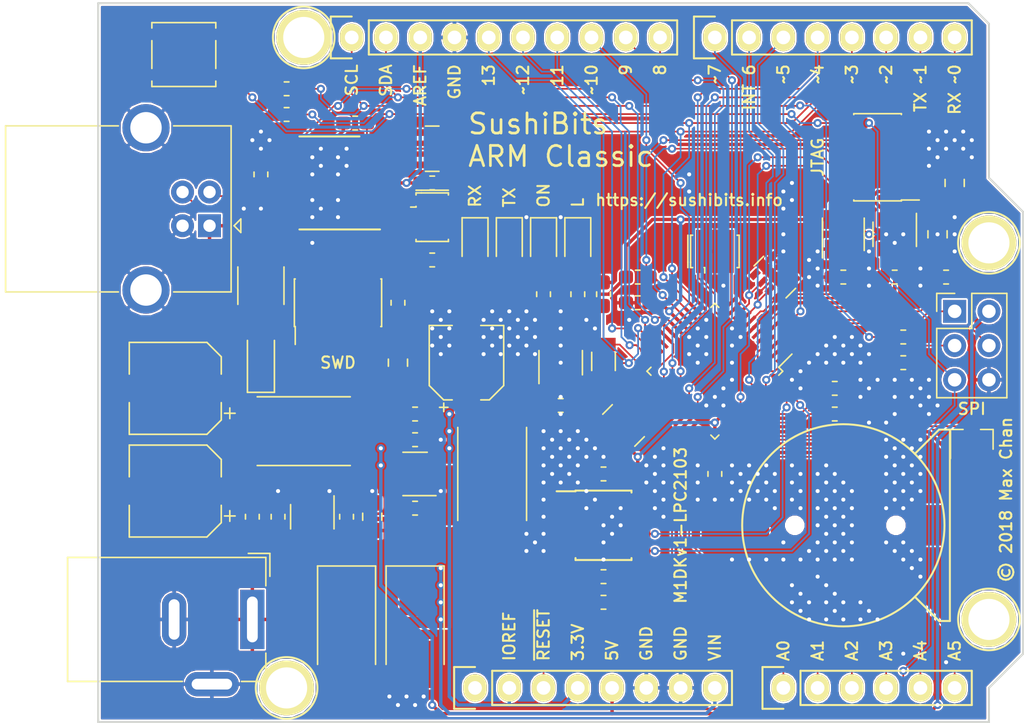
<source format=kicad_pcb>
(kicad_pcb (version 20171130) (host pcbnew "(5.0.0-3-g5ebb6b6)")
  (title_block (date "lun. 30 mars 2015"))
  (layers (0 F.Cu signal) (31 B.Cu signal) (34 B.Paste user) (35 F.Paste user) (36 B.SilkS user) (37 F.SilkS user) (38 B.Mask user) (39 F.Mask user) (44 Edge.Cuts user))
  (net 0 "")
  (net 1 /Reset)
  (net 2 +5V)
  (net 3 GND)
  (net 4 /A0)
  (net 5 /A1)
  (net 6 /A2)
  (net 7 /A3)
  (net 8 /4)
  (net 9 /2)
  (net 10 +3V3)
  (net 11 /TMS)
  (net 12 /TCK)
  (net 13 /TDO)
  (net 14 /TDI)
  (net 15 /MISO)
  (net 16 /MOSI)
  (net 17 "Net-(M1-Pad6)")
  (net 18 "Net-(M1-Pad8)")
  (net 19 "/1(TX)")
  (net 20 "/0(RX)")
  (net 21 /SCL)
  (net 22 /SDA)
  (net 23 /13)
  (net 24 /12)
  (net 25 /11)
  (net 26 "Net-(M1-Pad26)")
  (net 27 "Net-(M1-Pad27)")
  (net 28 /10)
  (net 29 /3)
  (net 30 /A4)
  (net 31 /A5)
  (net 32 /BOOT)
  (net 33 /SCK)
  (net 34 +1V8)
  (net 35 "Net-(C4-Pad1)")
  (net 36 /RTC1)
  (net 37 /RTC2)
  (net 38 /CLK1)
  (net 39 /CLK2)
  (net 40 "Net-(BT1-Pad1)")
  (net 41 "Net-(C7-Pad1)")
  (net 42 "Net-(C7-Pad2)")
  (net 43 +12V)
  (net 44 "Net-(C11-Pad1)")
  (net 45 "Net-(C11-Pad2)")
  (net 46 "Net-(C15-Pad1)")
  (net 47 "Net-(D1-Pad2)")
  (net 48 "Net-(D2-Pad2)")
  (net 49 VBUS)
  (net 50 "Net-(D5-Pad2)")
  (net 51 +BATT)
  (net 52 "Net-(D7-Pad1)")
  (net 53 "Net-(D8-Pad1)")
  (net 54 "Net-(F1-Pad2)")
  (net 55 "Net-(J4-Pad2)")
  (net 56 "Net-(J4-Pad3)")
  (net 57 "Net-(J5-Pad2)")
  (net 58 "Net-(J5-Pad4)")
  (net 59 "/USB Interface/Reset")
  (net 60 "Net-(R3-Pad1)")
  (net 61 "Net-(R7-Pad2)")
  (net 62 "Net-(R10-Pad1)")
  (net 63 "Net-(R13-Pad1)")
  (net 64 "Net-(RN3-Pad7)")
  (net 65 "Net-(RN3-Pad8)")
  (net 66 "Net-(RN3-Pad6)")
  (net 67 "Net-(RN3-Pad5)")
  (net 68 "Net-(U6-Pad2)")
  (net 69 "Net-(U6-Pad3)")
  (net 70 /9)
  (net 71 /8)
  (net 72 /7)
  (net 73 /6)
  (net 74 /5)
  (net 75 /SCL1)
  (net 76 /SDA1)
  (module Connector_PinHeader_1.27mm:PinHeader_2x05_P1.27mm_Vertical_SMD (layer F.Cu) (at 128.778 95.25 90)
    (fp_text reference J5 hide)
    (fp_text value Conn_ARM_JTAG_SWD_10)
    (pad 1 smd rect (at -1.95 -2.54 90) (size 2.4 0.74) (layers F.Cu F.Paste F.Mask) (net 10 +3V3))
    (pad 2 smd rect (at 1.95 -2.54 90) (size 2.4 0.74) (layers F.Cu F.Paste F.Mask) (net 57 "Net-(J5-Pad2)"))
    (pad 3 smd rect (at -1.95 -1.27 90) (size 2.4 0.74) (layers F.Cu F.Paste F.Mask) (net 3 GND))
    (pad 4 smd rect (at 1.95 -1.27 90) (size 2.4 0.74) (layers F.Cu F.Paste F.Mask) (net 58 "Net-(J5-Pad4)"))
    (pad 5 smd rect (at -1.95 0 90) (size 2.4 0.74) (layers F.Cu F.Paste F.Mask) (net 3 GND))
    (pad 6 smd rect (at 1.95 0 90) (size 2.4 0.74) (layers F.Cu F.Paste F.Mask))
    (pad 7 smd rect (at -1.95 1.27 90) (size 2.4 0.74) (layers F.Cu F.Paste F.Mask))
    (pad 8 smd rect (at 1.95 1.27 90) (size 2.4 0.74) (layers F.Cu F.Paste F.Mask))
    (pad 9 smd rect (at -1.95 2.54 90) (size 2.4 0.74) (layers F.Cu F.Paste F.Mask) (net 3 GND))
    (pad 10 smd rect (at 1.95 2.54 90) (size 2.4 0.74) (layers F.Cu F.Paste F.Mask) (net 59 "/USB Interface/Reset"))
  )
  (module Socket_Arduino_Uno:Socket_Strip_Arduino_1x08 (layer F.Cu) (at 138.938 123.825)
    (fp_text reference P6 hide)
    (fp_text value Power)
    (pad 1 thru_hole oval (at 0 0) (size 1.7272 2.032) (drill 1.016) (layers *.Cu *.Mask F.SilkS))
    (pad 2 thru_hole oval (at 2.54 0) (size 1.7272 2.032) (drill 1.016) (layers *.Cu *.Mask F.SilkS) (net 10 +3V3))
    (pad 3 thru_hole oval (at 5.08 0) (size 1.7272 2.032) (drill 1.016) (layers *.Cu *.Mask F.SilkS) (net 1 /Reset))
    (pad 4 thru_hole oval (at 7.62 0) (size 1.7272 2.032) (drill 1.016) (layers *.Cu *.Mask F.SilkS) (net 10 +3V3))
    (pad 5 thru_hole oval (at 10.16 0) (size 1.7272 2.032) (drill 1.016) (layers *.Cu *.Mask F.SilkS) (net 2 +5V))
    (pad 6 thru_hole oval (at 12.7 0) (size 1.7272 2.032) (drill 1.016) (layers *.Cu *.Mask F.SilkS) (net 3 GND))
    (pad 7 thru_hole oval (at 15.24 0) (size 1.7272 2.032) (drill 1.016) (layers *.Cu *.Mask F.SilkS) (net 3 GND))
    (pad 8 thru_hole oval (at 17.78 0) (size 1.7272 2.032) (drill 1.016) (layers *.Cu *.Mask F.SilkS) (net 43 +12V))
  )
  (module Socket_Arduino_Uno:Socket_Strip_Arduino_1x06 (layer F.Cu) (at 161.798 123.825)
    (fp_text reference P8 hide)
    (fp_text value Analog)
    (pad 1 thru_hole oval (at 0 0) (size 1.7272 2.032) (drill 1.016) (layers *.Cu *.Mask F.SilkS) (net 4 /A0))
    (pad 2 thru_hole oval (at 2.54 0) (size 1.7272 2.032) (drill 1.016) (layers *.Cu *.Mask F.SilkS) (net 5 /A1))
    (pad 3 thru_hole oval (at 5.08 0) (size 1.7272 2.032) (drill 1.016) (layers *.Cu *.Mask F.SilkS) (net 6 /A2))
    (pad 4 thru_hole oval (at 7.62 0) (size 1.7272 2.032) (drill 1.016) (layers *.Cu *.Mask F.SilkS) (net 7 /A3))
    (pad 5 thru_hole oval (at 10.16 0) (size 1.7272 2.032) (drill 1.016) (layers *.Cu *.Mask F.SilkS) (net 30 /A4))
    (pad 6 thru_hole oval (at 12.7 0) (size 1.7272 2.032) (drill 1.016) (layers *.Cu *.Mask F.SilkS) (net 31 /A5))
  )
  (module Socket_Arduino_Uno:Socket_Strip_Arduino_1x10 (layer F.Cu) (at 129.794 75.565)
    (fp_text reference P5 hide)
    (fp_text value Digital)
    (pad 1 thru_hole oval (at 0 0) (size 1.7272 2.032) (drill 1.016) (layers *.Cu *.Mask F.SilkS) (net 21 /SCL))
    (pad 2 thru_hole oval (at 2.54 0) (size 1.7272 2.032) (drill 1.016) (layers *.Cu *.Mask F.SilkS) (net 22 /SDA))
    (pad 3 thru_hole oval (at 5.08 0) (size 1.7272 2.032) (drill 1.016) (layers *.Cu *.Mask F.SilkS) (net 10 +3V3))
    (pad 4 thru_hole oval (at 7.62 0) (size 1.7272 2.032) (drill 1.016) (layers *.Cu *.Mask F.SilkS) (net 3 GND))
    (pad 5 thru_hole oval (at 10.16 0) (size 1.7272 2.032) (drill 1.016) (layers *.Cu *.Mask F.SilkS) (net 23 /13))
    (pad 6 thru_hole oval (at 12.7 0) (size 1.7272 2.032) (drill 1.016) (layers *.Cu *.Mask F.SilkS) (net 24 /12))
    (pad 7 thru_hole oval (at 15.24 0) (size 1.7272 2.032) (drill 1.016) (layers *.Cu *.Mask F.SilkS) (net 25 /11))
    (pad 8 thru_hole oval (at 17.78 0) (size 1.7272 2.032) (drill 1.016) (layers *.Cu *.Mask F.SilkS) (net 28 /10))
    (pad 9 thru_hole oval (at 20.32 0) (size 1.7272 2.032) (drill 1.016) (layers *.Cu *.Mask F.SilkS) (net 70 /9))
    (pad 10 thru_hole oval (at 22.86 0) (size 1.7272 2.032) (drill 1.016) (layers *.Cu *.Mask F.SilkS) (net 71 /8))
  )
  (module Socket_Arduino_Uno:Socket_Strip_Arduino_1x08 (layer F.Cu) (at 156.718 75.565)
    (fp_text reference P7 hide)
    (fp_text value Digital)
    (pad 1 thru_hole oval (at 0 0) (size 1.7272 2.032) (drill 1.016) (layers *.Cu *.Mask F.SilkS) (net 72 /7))
    (pad 2 thru_hole oval (at 2.54 0) (size 1.7272 2.032) (drill 1.016) (layers *.Cu *.Mask F.SilkS) (net 73 /6))
    (pad 3 thru_hole oval (at 5.08 0) (size 1.7272 2.032) (drill 1.016) (layers *.Cu *.Mask F.SilkS) (net 74 /5))
    (pad 4 thru_hole oval (at 7.62 0) (size 1.7272 2.032) (drill 1.016) (layers *.Cu *.Mask F.SilkS) (net 8 /4))
    (pad 5 thru_hole oval (at 10.16 0) (size 1.7272 2.032) (drill 1.016) (layers *.Cu *.Mask F.SilkS) (net 29 /3))
    (pad 6 thru_hole oval (at 12.7 0) (size 1.7272 2.032) (drill 1.016) (layers *.Cu *.Mask F.SilkS) (net 9 /2))
    (pad 7 thru_hole oval (at 15.24 0) (size 1.7272 2.032) (drill 1.016) (layers *.Cu *.Mask F.SilkS) (net 19 "/1(TX)"))
    (pad 8 thru_hole oval (at 17.78 0) (size 1.7272 2.032) (drill 1.016) (layers *.Cu *.Mask F.SilkS) (net 20 "/0(RX)"))
  )
  (module Socket_Arduino_Uno:Arduino_1pin (layer F.Cu) (at 124.968 123.825)
    (fp_text reference P1 hide)
    (fp_text value CONN_01X01 hide)
    (pad 1 thru_hole circle (at 0 0) (size 4.064 4.064) (drill 3.048) (layers *.Cu *.Mask F.SilkS))
  )
  (module Socket_Arduino_Uno:Arduino_1pin (layer F.Cu) (at 177.038 118.745)
    (fp_text reference P2 hide)
    (fp_text value CONN_01X01 hide)
    (pad 1 thru_hole circle (at 0 0) (size 4.064 4.064) (drill 3.048) (layers *.Cu *.Mask F.SilkS))
  )
  (module Socket_Arduino_Uno:Arduino_1pin (layer F.Cu) (at 126.238 75.565)
    (fp_text reference P3 hide)
    (fp_text value CONN_01X01 hide)
    (pad 1 thru_hole circle (at 0 0) (size 4.064 4.064) (drill 3.048) (layers *.Cu *.Mask F.SilkS))
  )
  (module Socket_Arduino_Uno:Arduino_1pin (layer F.Cu) (at 177.038 90.805)
    (fp_text reference P4 hide)
    (fp_text value CONN_01X01 hide)
    (pad 1 thru_hole circle (at 0 0) (size 4.064 4.064) (drill 3.048) (layers *.Cu *.Mask F.SilkS))
  )
  (module Connector_PinHeader_1.27mm:PinHeader_2x05_P1.27mm_Vertical_SMD (layer F.Cu) (at 168.783 84.455 180)
    (fp_text reference J1 hide)
    (fp_text value JTAG)
    (pad 1 smd rect (at -1.95 -2.54 180) (size 2.4 0.74) (layers F.Cu F.Paste F.Mask) (net 10 +3V3))
    (pad 2 smd rect (at 1.95 -2.54 180) (size 2.4 0.74) (layers F.Cu F.Paste F.Mask) (net 11 /TMS))
    (pad 3 smd rect (at -1.95 -1.27 180) (size 2.4 0.74) (layers F.Cu F.Paste F.Mask) (net 3 GND))
    (pad 4 smd rect (at 1.95 -1.27 180) (size 2.4 0.74) (layers F.Cu F.Paste F.Mask) (net 12 /TCK))
    (pad 5 smd rect (at -1.95 0 180) (size 2.4 0.74) (layers F.Cu F.Paste F.Mask) (net 3 GND))
    (pad 6 smd rect (at 1.95 0 180) (size 2.4 0.74) (layers F.Cu F.Paste F.Mask) (net 13 /TDO))
    (pad 7 smd rect (at -1.95 1.27 180) (size 2.4 0.74) (layers F.Cu F.Paste F.Mask))
    (pad 8 smd rect (at 1.95 1.27 180) (size 2.4 0.74) (layers F.Cu F.Paste F.Mask) (net 14 /TDI))
    (pad 9 smd rect (at -1.95 2.54 180) (size 2.4 0.74) (layers F.Cu F.Paste F.Mask) (net 3 GND))
    (pad 10 smd rect (at 1.95 2.54 180) (size 2.4 0.74) (layers F.Cu F.Paste F.Mask) (net 1 /Reset))
  )
  (module Package_QFP:LQFP-48_7x7mm_P0.5mm (layer F.Cu) (at 156.718 100.33 225)
    (fp_text reference M1 hide)
    (fp_text value LPC2103)
    (pad 1 smd rect (at -4.35 -2.75 225) (size 1.3 0.25) (layers F.Cu F.Paste F.Mask) (net 15 /MISO))
    (pad 2 smd rect (at -4.35 -2.25 225) (size 1.3 0.25) (layers F.Cu F.Paste F.Mask) (net 16 /MOSI))
    (pad 3 smd rect (at -4.35 -1.749999 225) (size 1.3 0.25) (layers F.Cu F.Paste F.Mask) (net 8 /4))
    (pad 4 smd rect (at -4.35 -1.25 225) (size 1.3 0.25) (layers F.Cu F.Paste F.Mask) (net 51 +BATT))
    (pad 5 smd rect (at -4.35 -0.750001 225) (size 1.3 0.25) (layers F.Cu F.Paste F.Mask) (net 34 +1V8))
    (pad 6 smd rect (at -4.35 -0.25 225) (size 1.3 0.25) (layers F.Cu F.Paste F.Mask) (net 17 "Net-(M1-Pad6)"))
    (pad 7 smd rect (at -4.35 0.25 225) (size 1.3 0.25) (layers F.Cu F.Paste F.Mask) (net 3 GND))
    (pad 8 smd rect (at -4.35 0.750001 225) (size 1.3 0.25) (layers F.Cu F.Paste F.Mask) (net 18 "Net-(M1-Pad8)"))
    (pad 9 smd rect (at -4.35 1.25 225) (size 1.3 0.25) (layers F.Cu F.Paste F.Mask) (net 11 /TMS))
    (pad 10 smd rect (at -4.35 1.749999 225) (size 1.3 0.25) (layers F.Cu F.Paste F.Mask) (net 12 /TCK))
    (pad 11 smd rect (at -4.35 2.25 225) (size 1.3 0.25) (layers F.Cu F.Paste F.Mask) (net 38 /CLK1))
    (pad 12 smd rect (at -4.35 2.75 225) (size 1.3 0.25) (layers F.Cu F.Paste F.Mask) (net 39 /CLK2))
    (pad 13 smd rect (at -2.75 4.35 315) (size 1.3 0.25) (layers F.Cu F.Paste F.Mask) (net 19 "/1(TX)"))
    (pad 14 smd rect (at -2.25 4.35 315) (size 1.3 0.25) (layers F.Cu F.Paste F.Mask) (net 20 "/0(RX)"))
    (pad 15 smd rect (at -1.749999 4.35 315) (size 1.3 0.25) (layers F.Cu F.Paste F.Mask) (net 14 /TDI))
    (pad 16 smd rect (at -1.25 4.35 315) (size 1.3 0.25) (layers F.Cu F.Paste F.Mask) (net 13 /TDO))
    (pad 17 smd rect (at -0.750001 4.35 315) (size 1.3 0.25) (layers F.Cu F.Paste F.Mask) (net 10 +3V3))
    (pad 18 smd rect (at -0.25 4.35 315) (size 1.3 0.25) (layers F.Cu F.Paste F.Mask) (net 21 /SCL))
    (pad 19 smd rect (at 0.25 4.35 315) (size 1.3 0.25) (layers F.Cu F.Paste F.Mask) (net 3 GND))
    (pad 20 smd rect (at 0.750001 4.35 315) (size 1.3 0.25) (layers F.Cu F.Paste F.Mask) (net 36 /RTC1))
    (pad 21 smd rect (at 1.25 4.35 315) (size 1.3 0.25) (layers F.Cu F.Paste F.Mask) (net 22 /SDA))
    (pad 22 smd rect (at 1.749999 4.35 315) (size 1.3 0.25) (layers F.Cu F.Paste F.Mask) (net 23 /13))
    (pad 23 smd rect (at 2.25 4.35 315) (size 1.3 0.25) (layers F.Cu F.Paste F.Mask) (net 24 /12))
    (pad 24 smd rect (at 2.75 4.35 315) (size 1.3 0.25) (layers F.Cu F.Paste F.Mask) (net 25 /11))
    (pad 25 smd rect (at 4.35 2.75 225) (size 1.3 0.25) (layers F.Cu F.Paste F.Mask) (net 37 /RTC2))
    (pad 26 smd rect (at 4.35 2.25 225) (size 1.3 0.25) (layers F.Cu F.Paste F.Mask) (net 26 "Net-(M1-Pad26)"))
    (pad 27 smd rect (at 4.35 1.749999 225) (size 1.3 0.25) (layers F.Cu F.Paste F.Mask) (net 27 "Net-(M1-Pad27)"))
    (pad 28 smd rect (at 4.35 1.25 225) (size 1.3 0.25) (layers F.Cu F.Paste F.Mask) (net 28 /10))
    (pad 29 smd rect (at 4.35 0.750001 225) (size 1.3 0.25) (layers F.Cu F.Paste F.Mask) (net 29 /3))
    (pad 30 smd rect (at 4.35 0.25 225) (size 1.3 0.25) (layers F.Cu F.Paste F.Mask) (net 9 /2))
    (pad 31 smd rect (at 4.35 -0.25 225) (size 1.3 0.25) (layers F.Cu F.Paste F.Mask) (net 3 GND))
    (pad 32 smd rect (at 4.35 -0.750001 225) (size 1.3 0.25) (layers F.Cu F.Paste F.Mask) (net 70 /9))
    (pad 33 smd rect (at 4.35 -1.25 225) (size 1.3 0.25) (layers F.Cu F.Paste F.Mask) (net 71 /8))
    (pad 34 smd rect (at 4.35 -1.749999 225) (size 1.3 0.25) (layers F.Cu F.Paste F.Mask) (net 4 /A0))
    (pad 35 smd rect (at 4.35 -2.25 225) (size 1.3 0.25) (layers F.Cu F.Paste F.Mask) (net 5 /A1))
    (pad 36 smd rect (at 4.35 -2.75 225) (size 1.3 0.25) (layers F.Cu F.Paste F.Mask) (net 6 /A2))
    (pad 37 smd rect (at 2.75 -4.35 315) (size 1.3 0.25) (layers F.Cu F.Paste F.Mask) (net 7 /A3))
    (pad 38 smd rect (at 2.25 -4.35 315) (size 1.3 0.25) (layers F.Cu F.Paste F.Mask) (net 30 /A4))
    (pad 39 smd rect (at 1.749999 -4.35 315) (size 1.3 0.25) (layers F.Cu F.Paste F.Mask) (net 31 /A5))
    (pad 40 smd rect (at 1.25 -4.35 315) (size 1.3 0.25) (layers F.Cu F.Paste F.Mask) (net 10 +3V3))
    (pad 41 smd rect (at 0.750001 -4.35 315) (size 1.3 0.25) (layers F.Cu F.Paste F.Mask) (net 72 /7))
    (pad 42 smd rect (at 0.25 -4.35 315) (size 1.3 0.25) (layers F.Cu F.Paste F.Mask) (net 35 "Net-(C4-Pad1)"))
    (pad 43 smd rect (at -0.25 -4.35 315) (size 1.3 0.25) (layers F.Cu F.Paste F.Mask) (net 3 GND))
    (pad 44 smd rect (at -0.750001 -4.35 315) (size 1.3 0.25) (layers F.Cu F.Paste F.Mask) (net 32 /BOOT))
    (pad 45 smd rect (at -1.25 -4.35 315) (size 1.3 0.25) (layers F.Cu F.Paste F.Mask) (net 73 /6))
    (pad 46 smd rect (at -1.749999 -4.35 315) (size 1.3 0.25) (layers F.Cu F.Paste F.Mask) (net 74 /5))
    (pad 47 smd rect (at -2.25 -4.35 315) (size 1.3 0.25) (layers F.Cu F.Paste F.Mask) (net 75 /SCL1))
    (pad 48 smd rect (at -2.75 -4.35 315) (size 1.3 0.25) (layers F.Cu F.Paste F.Mask) (net 76 /SDA1))
  )
  (module Resistor_SMD:R_0603_1608Metric_Pad1.05x0.95mm_HandSolder (layer F.Cu) (at 130.048 81.915)
    (fp_text reference R1 hide)
    (fp_text value 10k)
    (pad 2 smd roundrect (at 0.875 0) (size 1.05 0.95) (layers F.Cu F.Paste F.Mask) (net 1 /Reset))
    (pad 1 smd roundrect (at -0.875 0) (size 1.05 0.95) (layers F.Cu F.Paste F.Mask) (net 10 +3V3))
  )
  (module Resistor_SMD:R_0603_1608Metric_Pad1.05x0.95mm_HandSolder (layer F.Cu) (at 166.243 93.345 180)
    (fp_text reference R2 hide)
    (fp_text value 10k)
    (pad 1 smd roundrect (at -0.875 0 180) (size 1.05 0.95) (layers F.Cu F.Paste F.Mask) (net 17 "Net-(M1-Pad6)"))
    (pad 2 smd roundrect (at 0.875 0 180) (size 1.05 0.95) (layers F.Cu F.Paste F.Mask) (net 3 GND))
  )
  (module Resistor_SMD:R_0603_1608Metric_Pad1.05x0.95mm_HandSolder (layer F.Cu) (at 170.688 99.695)
    (fp_text reference R4 hide)
    (fp_text value 10k)
    (pad 1 smd roundrect (at -0.875 0) (size 1.05 0.95) (layers F.Cu F.Paste F.Mask) (net 10 +3V3))
    (pad 2 smd roundrect (at 0.875 0) (size 1.05 0.95) (layers F.Cu F.Paste F.Mask) (net 33 /SCK))
  )
  (module Resistor_SMD:R_0603_1608Metric_Pad1.05x0.95mm_HandSolder (layer F.Cu) (at 170.688 97.79 180)
    (fp_text reference R5 hide)
    (fp_text value 510)
    (pad 2 smd roundrect (at 0.875 0 180) (size 1.05 0.95) (layers F.Cu F.Paste F.Mask) (net 32 /BOOT))
    (pad 1 smd roundrect (at -0.875 0 180) (size 1.05 0.95) (layers F.Cu F.Paste F.Mask) (net 33 /SCK))
  )
  (module Resistor_SMD:R_0603_1608Metric_Pad1.05x0.95mm_HandSolder (layer F.Cu) (at 151.003 93.345 180)
    (fp_text reference R6 hide)
    (fp_text value 4.7k)
    (pad 1 smd roundrect (at -0.875 0 180) (size 1.05 0.95) (layers F.Cu F.Paste F.Mask) (net 14 /TDI))
    (pad 2 smd roundrect (at 0.875 0 180) (size 1.05 0.95) (layers F.Cu F.Paste F.Mask) (net 10 +3V3))
  )
  (module Resistor_SMD:R_Array_Convex_4x0603 (layer F.Cu) (at 149.947924 104.352132 45)
    (fp_text reference RN1 hide)
    (fp_text value 4.7k)
    (pad 1 smd rect (at -0.9 -1.2 45) (size 0.8 0.5) (layers F.Cu F.Paste F.Mask) (net 10 +3V3))
    (pad 3 smd rect (at -0.9 0.4 45) (size 0.8 0.4) (layers F.Cu F.Paste F.Mask) (net 10 +3V3))
    (pad 2 smd rect (at -0.9 -0.4 45) (size 0.8 0.4) (layers F.Cu F.Paste F.Mask) (net 10 +3V3))
    (pad 4 smd rect (at -0.9 1.2 45) (size 0.8 0.5) (layers F.Cu F.Paste F.Mask) (net 10 +3V3))
    (pad 7 smd rect (at 0.9 -0.4 45) (size 0.8 0.4) (layers F.Cu F.Paste F.Mask) (net 26 "Net-(M1-Pad26)"))
    (pad 8 smd rect (at 0.9 -1.2 45) (size 0.8 0.5) (layers F.Cu F.Paste F.Mask))
    (pad 6 smd rect (at 0.9 0.4 45) (size 0.8 0.4) (layers F.Cu F.Paste F.Mask) (net 27 "Net-(M1-Pad27)"))
    (pad 5 smd rect (at 0.9 1.2 45) (size 0.8 0.5) (layers F.Cu F.Paste F.Mask))
  )
  (module Resistor_SMD:R_Array_Convex_4x0603 (layer F.Cu) (at 161.163 93.345 225)
    (fp_text reference RN2 hide)
    (fp_text value 4.7k)
    (pad 5 smd rect (at 0.9 1.2 225) (size 0.8 0.5) (layers F.Cu F.Paste F.Mask))
    (pad 6 smd rect (at 0.9 0.4 225) (size 0.8 0.4) (layers F.Cu F.Paste F.Mask) (net 12 /TCK))
    (pad 8 smd rect (at 0.9 -1.2 225) (size 0.8 0.5) (layers F.Cu F.Paste F.Mask) (net 18 "Net-(M1-Pad8)"))
    (pad 7 smd rect (at 0.9 -0.4 225) (size 0.8 0.4) (layers F.Cu F.Paste F.Mask) (net 11 /TMS))
    (pad 4 smd rect (at -0.9 1.2 225) (size 0.8 0.5) (layers F.Cu F.Paste F.Mask) (net 3 GND))
    (pad 2 smd rect (at -0.9 -0.4 225) (size 0.8 0.4) (layers F.Cu F.Paste F.Mask) (net 10 +3V3))
    (pad 3 smd rect (at -0.9 0.4 225) (size 0.8 0.4) (layers F.Cu F.Paste F.Mask) (net 3 GND))
    (pad 1 smd rect (at -0.9 -1.2 225) (size 0.8 0.5) (layers F.Cu F.Paste F.Mask) (net 10 +3V3))
  )
  (module Capacitor_SMD:C_0603_1608Metric_Pad1.05x0.95mm_HandSolder (layer F.Cu) (at 151.003 95.25 180)
    (fp_text reference C1 hide)
    (fp_text value 100n)
    (pad 2 smd roundrect (at 0.875 0 180) (size 1.05 0.95) (layers F.Cu F.Paste F.Mask) (net 3 GND))
    (pad 1 smd roundrect (at -0.875 0 180) (size 1.05 0.95) (layers F.Cu F.Paste F.Mask) (net 10 +3V3))
  )
  (module Capacitor_SMD:C_0603_1608Metric_Pad1.05x0.95mm_HandSolder (layer F.Cu) (at 156.718 107.95 270)
    (fp_text reference C2 hide)
    (fp_text value 100n)
    (pad 1 smd roundrect (at -0.875 0 270) (size 1.05 0.95) (layers F.Cu F.Paste F.Mask) (net 10 +3V3))
    (pad 2 smd roundrect (at 0.875 0 270) (size 1.05 0.95) (layers F.Cu F.Paste F.Mask) (net 3 GND))
  )
  (module Capacitor_SMD:C_0603_1608Metric_Pad1.05x0.95mm_HandSolder (layer F.Cu) (at 173.863 93.345)
    (fp_text reference C3 hide)
    (fp_text value 100n)
    (pad 2 smd roundrect (at 0.875 0) (size 1.05 0.95) (layers F.Cu F.Paste F.Mask) (net 3 GND))
    (pad 1 smd roundrect (at -0.875 0) (size 1.05 0.95) (layers F.Cu F.Paste F.Mask) (net 34 +1V8))
  )
  (module Capacitor_SMD:C_0603_1608Metric_Pad1.05x0.95mm_HandSolder (layer F.Cu) (at 165.608 101.6)
    (fp_text reference C4 hide)
    (fp_text value 100n)
    (pad 1 smd roundrect (at -0.875 0) (size 1.05 0.95) (layers F.Cu F.Paste F.Mask) (net 35 "Net-(C4-Pad1)"))
    (pad 2 smd roundrect (at 0.875 0) (size 1.05 0.95) (layers F.Cu F.Paste F.Mask) (net 3 GND))
  )
  (module Capacitor_SMD:C_0603_1608Metric_Pad1.05x0.95mm_HandSolder (layer F.Cu) (at 148.463 94.615 90)
    (fp_text reference C5 hide)
    (fp_text value 3p)
    (pad 2 smd roundrect (at 0.875 0 90) (size 1.05 0.95) (layers F.Cu F.Paste F.Mask) (net 3 GND))
    (pad 1 smd roundrect (at -0.875 0 90) (size 1.05 0.95) (layers F.Cu F.Paste F.Mask) (net 36 /RTC1))
  )
  (module Capacitor_SMD:C_0603_1608Metric_Pad1.05x0.95mm_HandSolder (layer F.Cu) (at 145.288 102.87 180)
    (fp_text reference C6 hide)
    (fp_text value 3p)
    (pad 1 smd roundrect (at -0.875 0 180) (size 1.05 0.95) (layers F.Cu F.Paste F.Mask) (net 37 /RTC2))
    (pad 2 smd roundrect (at 0.875 0 180) (size 1.05 0.95) (layers F.Cu F.Paste F.Mask) (net 3 GND))
  )
  (module Inductor_SMD:L_0603_1608Metric_Pad1.05x0.95mm_HandSolder (layer F.Cu) (at 165.608 103.505)
    (fp_text reference L1 hide)
    (fp_text value 120)
    (pad 1 smd roundrect (at -0.875 0) (size 1.05 0.95) (layers F.Cu F.Paste F.Mask) (net 35 "Net-(C4-Pad1)"))
    (pad 2 smd roundrect (at 0.875 0) (size 1.05 0.95) (layers F.Cu F.Paste F.Mask) (net 10 +3V3))
  )
  (module Crystal:Crystal_SMD_3215-2Pin_3.2x1.5mm (layer F.Cu) (at 148.463 99.600001 90)
    (fp_text reference Y1 hide)
    (fp_text value 32768)
    (pad 1 smd rect (at 1.25 0 90) (size 1 1.8) (layers F.Cu F.Paste F.Mask) (net 36 /RTC1))
    (pad 2 smd rect (at -1.25 0 90) (size 1 1.8) (layers F.Cu F.Paste F.Mask) (net 37 /RTC2))
  )
  (module Connector_PinHeader_2.54mm:PinHeader_2x03_P2.54mm_Vertical (layer F.Cu) (at 174.498 95.885)
    (fp_text reference J2 hide)
    (fp_text value SPI)
    (pad 1 thru_hole rect (at 0 0) (size 1.7 1.7) (drill 1) (layers *.Cu *.Mask) (net 15 /MISO))
    (pad 2 thru_hole oval (at 2.54 0) (size 1.7 1.7) (drill 1) (layers *.Cu *.Mask) (net 2 +5V))
    (pad 3 thru_hole oval (at 0 2.54) (size 1.7 1.7) (drill 1) (layers *.Cu *.Mask) (net 33 /SCK))
    (pad 4 thru_hole oval (at 2.54 2.54) (size 1.7 1.7) (drill 1) (layers *.Cu *.Mask) (net 16 /MOSI))
    (pad 5 thru_hole oval (at 0 5.08) (size 1.7 1.7) (drill 1) (layers *.Cu *.Mask) (net 1 /Reset))
    (pad 6 thru_hole oval (at 2.54 5.08) (size 1.7 1.7) (drill 1) (layers *.Cu *.Mask) (net 3 GND))
  )
  (module Package_TO_SOT_SMD:SOT-143 (layer F.Cu) (at 166.243 90.17 90)
    (fp_text reference U1 hide)
    (fp_text value MAX811S)
    (pad 1 smd rect (at -1.1 -0.77) (size 1.2 1.4) (layers F.Cu F.Paste F.Mask) (net 3 GND))
    (pad 2 smd rect (at -1.1 0.95) (size 1 1.4) (layers F.Cu F.Paste F.Mask) (net 17 "Net-(M1-Pad6)"))
    (pad 3 smd rect (at 1.1 0.95) (size 1 1.4) (layers F.Cu F.Paste F.Mask) (net 1 /Reset))
    (pad 4 smd rect (at 1.1 -0.95) (size 1 1.4) (layers F.Cu F.Paste F.Mask) (net 10 +3V3))
  )
  (module Battery-CR1220:Battery_Holder_CR1220 (layer F.Cu) (at 166.243 111.76)
    (fp_text reference BT1 hide)
    (fp_text value CR1220 hide)
    (pad "" np_thru_hole circle (at 3.9 0) (size 1.2 1.2) (drill 1.2) (layers *.Cu *.Mask))
    (pad "" np_thru_hole circle (at -3.6 0) (size 1.2 1.2) (drill 1.2) (layers *.Cu *.Mask))
    (pad 1 smd rect (at 8 0) (size 5.5 3) (layers F.Cu F.Paste F.Mask) (net 40 "Net-(BT1-Pad1)"))
    (pad 2 smd rect (at -8 0) (size 5 3) (layers F.Cu F.Paste F.Mask) (net 3 GND))
  )
  (module Capacitor_SMD:C_0603_1608Metric_Pad1.05x0.95mm_HandSolder (layer F.Cu) (at 129.413 111.125 270)
    (fp_text reference C7 hide)
    (fp_text value 100n)
    (pad 1 smd roundrect (at -0.875 0 270) (size 1.05 0.95) (layers F.Cu F.Paste F.Mask) (net 41 "Net-(C7-Pad1)"))
    (pad 2 smd roundrect (at 0.875 0 270) (size 1.05 0.95) (layers F.Cu F.Paste F.Mask) (net 42 "Net-(C7-Pad2)"))
  )
  (module Capacitor_SMD:CP_Elec_6.3x7.7 (layer F.Cu) (at 116.713 109.22 180)
    (fp_text reference C8 hide)
    (fp_text value 100µ)
    (pad 1 smd rect (at -2.7 0 180) (size 3.5 1.6) (layers F.Cu F.Paste F.Mask) (net 43 +12V))
    (pad 2 smd rect (at 2.7 0 180) (size 3.5 1.6) (layers F.Cu F.Paste F.Mask) (net 3 GND))
  )
  (module Capacitor_SMD:C_0805_2012Metric_Pad1.15x1.40mm_HandSolder (layer F.Cu) (at 131.318 111.125 90)
    (fp_text reference C9 hide)
    (fp_text value 10µ)
    (pad 1 smd roundrect (at -1.025 0 90) (size 1.15 1.4) (layers F.Cu F.Paste F.Mask) (roundrect_rratio 0.217391) (net 43 +12V))
    (pad 2 smd roundrect (at 1.025 0 90) (size 1.15 1.4) (layers F.Cu F.Paste F.Mask) (roundrect_rratio 0.217391) (net 3 GND))
  )
  (module Capacitor_SMD:CP_Elec_6.3x5.3 (layer F.Cu) (at 116.713 101.6 180)
    (fp_text reference C10 hide)
    (fp_text value 220µ)
    (pad 1 smd rect (at -2.8 0 180) (size 3.5 1.6) (layers F.Cu F.Paste F.Mask) (net 2 +5V))
    (pad 2 smd rect (at 2.8 0 180) (size 3.5 1.6) (layers F.Cu F.Paste F.Mask) (net 3 GND))
  )
  (module Capacitor_SMD:C_0603_1608Metric_Pad1.05x0.95mm_HandSolder (layer F.Cu) (at 134.493 110.49 180)
    (fp_text reference C11 hide)
    (fp_text value 100n)
    (pad 1 smd roundrect (at -0.875 0 180) (size 1.05 0.95) (layers F.Cu F.Paste F.Mask) (net 44 "Net-(C11-Pad1)"))
    (pad 2 smd roundrect (at 0.875 0 180) (size 1.05 0.95) (layers F.Cu F.Paste F.Mask) (net 45 "Net-(C11-Pad2)"))
  )
  (module Capacitor_SMD:C_0805_2012Metric_Pad1.15x1.40mm_HandSolder (layer F.Cu) (at 133.223 99.695 90)
    (fp_text reference C12 hide)
    (fp_text value 10µ)
    (pad 1 smd roundrect (at -1.025 0 90) (size 1.15 1.4) (layers F.Cu F.Paste F.Mask) (roundrect_rratio 0.217391) (net 2 +5V))
    (pad 2 smd roundrect (at 1.025 0 90) (size 1.15 1.4) (layers F.Cu F.Paste F.Mask) (roundrect_rratio 0.217391) (net 3 GND))
  )
  (module Capacitor_SMD:CP_Elec_5x5.3 (layer F.Cu) (at 138.303 99.695 90)
    (fp_text reference C13 hide)
    (fp_text value 47µ)
    (pad 1 smd rect (at -2.2 0 90) (size 3 1.6) (layers F.Cu F.Paste F.Mask) (net 10 +3V3))
    (pad 2 smd rect (at 2.2 0 90) (size 3 1.6) (layers F.Cu F.Paste F.Mask) (net 3 GND))
  )
  (module Capacitor_SMD:C_0805_2012Metric_Pad1.15x1.40mm_HandSolder (layer F.Cu) (at 174.498 86.36 90)
    (fp_text reference C14 hide)
    (fp_text value 10µ)
    (pad 2 smd roundrect (at 1.025 0 90) (size 1.15 1.4) (layers F.Cu F.Paste F.Mask) (roundrect_rratio 0.217391) (net 3 GND))
    (pad 1 smd roundrect (at -1.025 0 90) (size 1.15 1.4) (layers F.Cu F.Paste F.Mask) (roundrect_rratio 0.217391) (net 10 +3V3))
  )
  (module Capacitor_SMD:C_0603_1608Metric_Pad1.05x0.95mm_HandSolder (layer F.Cu) (at 170.053 93.345)
    (fp_text reference C15 hide)
    (fp_text value 100n)
    (pad 2 smd roundrect (at 0.875 0) (size 1.05 0.95) (layers F.Cu F.Paste F.Mask) (net 3 GND))
    (pad 1 smd roundrect (at -0.875 0) (size 1.05 0.95) (layers F.Cu F.Paste F.Mask) (net 46 "Net-(C15-Pad1)"))
  )
  (module Capacitor_SMD:C_0805_2012Metric_Pad1.15x1.40mm_HandSolder (layer F.Cu) (at 173.228 90.17 90)
    (fp_text reference C16 hide)
    (fp_text value 10µ)
    (pad 2 smd roundrect (at 1.025 0 90) (size 1.15 1.4) (layers F.Cu F.Paste F.Mask) (roundrect_rratio 0.217391) (net 3 GND))
    (pad 1 smd roundrect (at -1.025 0 90) (size 1.15 1.4) (layers F.Cu F.Paste F.Mask) (roundrect_rratio 0.217391) (net 34 +1V8))
  )
  (module Capacitor_SMD:C_0603_1608Metric_Pad1.05x0.95mm_HandSolder (layer F.Cu) (at 135.763 86.36)
    (fp_text reference C17 hide)
    (fp_text value 100n)
    (pad 1 smd roundrect (at -0.875 0) (size 1.05 0.95) (layers F.Cu F.Paste F.Mask) (net 10 +3V3))
    (pad 2 smd roundrect (at 0.875 0) (size 1.05 0.95) (layers F.Cu F.Paste F.Mask) (net 3 GND))
  )
  (module Capacitor_SMD:C_0603_1608Metric_Pad1.05x0.95mm_HandSolder (layer F.Cu) (at 123.063 85.725 90)
    (fp_text reference C18 hide)
    (fp_text value 100n)
    (pad 2 smd roundrect (at 0.875 0 90) (size 1.05 0.95) (layers F.Cu F.Paste F.Mask) (net 3 GND))
    (pad 1 smd roundrect (at -0.875 0 90) (size 1.05 0.95) (layers F.Cu F.Paste F.Mask) (net 10 +3V3))
  )
  (module LED_SMD:LED_0805_2012Metric_Pad1.15x1.40mm_HandSolder (layer F.Cu) (at 146.558 90.805 270)
    (fp_text reference D1 hide)
    (fp_text value L13)
    (pad 1 smd roundrect (at -1.025 0 270) (size 1.15 1.4) (layers F.Cu F.Paste F.Mask) (roundrect_rratio 0.217391) (net 3 GND))
    (pad 2 smd roundrect (at 1.025 0 270) (size 1.15 1.4) (layers F.Cu F.Paste F.Mask) (roundrect_rratio 0.217391) (net 47 "Net-(D1-Pad2)"))
  )
  (module Diode_SMD:D_SMB_Handsoldering (layer F.Cu) (at 129.413 119.38 270)
    (fp_text reference D2 hide)
    (fp_text value SK34)
    (pad 2 smd rect (at 2.7 0 270) (size 3.5 2.3) (layers F.Cu F.Paste F.Mask) (net 48 "Net-(D2-Pad2)"))
    (pad 1 smd rect (at -2.7 0 270) (size 3.5 2.3) (layers F.Cu F.Paste F.Mask) (net 43 +12V))
  )
  (module Diode_SMD:D_SMB_Handsoldering (layer F.Cu) (at 134.493 119.38 270)
    (fp_text reference D3 hide)
    (fp_text value SMBJ15CA)
    (pad 1 smd rect (at -2.7 0 270) (size 3.5 2.3) (layers F.Cu F.Paste F.Mask) (net 43 +12V))
    (pad 2 smd rect (at 2.7 0 270) (size 3.5 2.3) (layers F.Cu F.Paste F.Mask) (net 3 GND))
  )
  (module Diode_SMD:D_SOD-123F (layer F.Cu) (at 123.063 99.695 90)
    (fp_text reference D4 hide)
    (fp_text value K34)
    (pad 1 smd rect (at -1.4 0 90) (size 1.1 1.1) (layers F.Cu F.Paste F.Mask) (net 2 +5V))
    (pad 2 smd rect (at 1.4 0 90) (size 1.1 1.1) (layers F.Cu F.Paste F.Mask) (net 49 VBUS))
  )
  (module LED_SMD:LED_0805_2012Metric_Pad1.15x1.40mm_HandSolder (layer F.Cu) (at 144.018 90.805 270)
    (fp_text reference D5 hide)
    (fp_text value Power)
    (pad 2 smd roundrect (at 1.025 0 270) (size 1.15 1.4) (layers F.Cu F.Paste F.Mask) (roundrect_rratio 0.217391) (net 50 "Net-(D5-Pad2)"))
    (pad 1 smd roundrect (at -1.025 0 270) (size 1.15 1.4) (layers F.Cu F.Paste F.Mask) (roundrect_rratio 0.217391) (net 3 GND))
  )
  (module Package_TO_SOT_SMD:SOT-23 (layer F.Cu) (at 175.768 105.41 90)
    (fp_text reference D6 hide)
    (fp_text value BAT54C)
    (pad 1 smd rect (at -1 -0.95 90) (size 0.9 0.8) (layers F.Cu F.Paste F.Mask) (net 10 +3V3))
    (pad 2 smd rect (at -1 0.95 90) (size 0.9 0.8) (layers F.Cu F.Paste F.Mask) (net 40 "Net-(BT1-Pad1)"))
    (pad 3 smd rect (at 1 0 90) (size 0.9 0.8) (layers F.Cu F.Paste F.Mask) (net 51 +BATT))
  )
  (module LED_SMD:LED_0805_2012Metric_Pad1.15x1.40mm_HandSolder (layer F.Cu) (at 141.478 90.805 270)
    (fp_text reference D7 hide)
    (fp_text value RX)
    (pad 1 smd roundrect (at -1.025 0 270) (size 1.15 1.4) (layers F.Cu F.Paste F.Mask) (roundrect_rratio 0.217391) (net 52 "Net-(D7-Pad1)"))
    (pad 2 smd roundrect (at 1.025 0 270) (size 1.15 1.4) (layers F.Cu F.Paste F.Mask) (roundrect_rratio 0.217391) (net 10 +3V3))
  )
  (module LED_SMD:LED_0805_2012Metric_Pad1.15x1.40mm_HandSolder (layer F.Cu) (at 138.938 90.805 270)
    (fp_text reference D8 hide)
    (fp_text value TX)
    (pad 2 smd roundrect (at 1.025 0 270) (size 1.15 1.4) (layers F.Cu F.Paste F.Mask) (roundrect_rratio 0.217391) (net 10 +3V3))
    (pad 1 smd roundrect (at -1.025 0 270) (size 1.15 1.4) (layers F.Cu F.Paste F.Mask) (roundrect_rratio 0.217391) (net 53 "Net-(D8-Pad1)"))
  )
  (module Fuse:Fuse_1812_4532Metric_Pad1.30x3.40mm_HandSolder (layer F.Cu) (at 123.063 93.98 90)
    (fp_text reference F1 hide)
    (fp_text value 1A)
    (pad 1 smd roundrect (at -2.225 0 90) (size 1.3 3.4) (layers F.Cu F.Paste F.Mask) (roundrect_rratio 0.192308) (net 49 VBUS))
    (pad 2 smd roundrect (at 2.225 0 90) (size 1.3 3.4) (layers F.Cu F.Paste F.Mask) (roundrect_rratio 0.192308) (net 54 "Net-(F1-Pad2)"))
  )
  (module Connector_BarrelJack:BarrelJack_Wuerth_6941xx301002 (layer F.Cu) (at 122.428 118.745 270)
    (fp_text reference J3 hide)
    (fp_text value DC12V)
    (pad 3 thru_hole oval (at 4.8 3) (size 4 1.8) (drill oval 3 0.8) (layers *.Cu *.Mask) (net 3 GND))
    (pad 2 thru_hole oval (at 0 5.8 270) (size 4 1.8) (drill oval 3 0.8) (layers *.Cu *.Mask) (net 3 GND))
    (pad 1 thru_hole rect (at 0 0 270) (size 4.4 1.8) (drill oval 3.4 0.8) (layers *.Cu *.Mask) (net 48 "Net-(D2-Pad2)"))
  )
  (module Connector_USB:USB_B_OST_USB-B1HSxx_Horizontal (layer F.Cu) (at 119.253 89.535 180)
    (fp_text reference J4 hide)
    (fp_text value USB_B)
    (pad 1 thru_hole rect (at 0 0 180) (size 1.7 1.7) (drill 0.92) (layers *.Cu *.Mask) (net 54 "Net-(F1-Pad2)"))
    (pad 2 thru_hole circle (at 0 2.5 180) (size 1.7 1.7) (drill 0.92) (layers *.Cu *.Mask) (net 55 "Net-(J4-Pad2)"))
    (pad 3 thru_hole circle (at 2 2.5 180) (size 1.7 1.7) (drill 0.92) (layers *.Cu *.Mask) (net 56 "Net-(J4-Pad3)"))
    (pad 4 thru_hole circle (at 2 0 180) (size 1.7 1.7) (drill 0.92) (layers *.Cu *.Mask) (net 3 GND))
    (pad 5 thru_hole circle (at 4.71 -4.77 180) (size 3.5 3.5) (drill 2.33) (layers *.Cu *.Mask) (net 3 GND))
    (pad 5 thru_hole circle (at 4.71 7.27 180) (size 3.5 3.5) (drill 2.33) (layers *.Cu *.Mask) (net 3 GND))
  )
  (module Inductor_SMD:L_Taiyo-Yuden_NR-50xx_HandSoldering (layer F.Cu) (at 126.238 104.775 180)
    (fp_text reference L2 hide)
    (fp_text value 4.7µ)
    (pad 1 smd rect (at -2.25 0 180) (size 2.4 4.2) (layers F.Cu F.Paste F.Mask) (net 41 "Net-(C7-Pad1)"))
    (pad 2 smd rect (at 2.25 0 180) (size 2.4 4.2) (layers F.Cu F.Paste F.Mask) (net 2 +5V))
  )
  (module Inductor_SMD:L_Taiyo-Yuden_NR-50xx_HandSoldering (layer F.Cu) (at 140.208 107.95 90)
    (fp_text reference L3 hide)
    (fp_text value 2.2µ)
    (pad 2 smd rect (at 2.25 0 90) (size 2.4 4.2) (layers F.Cu F.Paste F.Mask) (net 10 +3V3))
    (pad 1 smd rect (at -2.25 0 90) (size 2.4 4.2) (layers F.Cu F.Paste F.Mask) (net 44 "Net-(C11-Pad1)"))
  )
  (module Resistor_SMD:R_0603_1608Metric_Pad1.05x0.95mm_HandSolder (layer F.Cu) (at 146.558 94.615 90)
    (fp_text reference R3 hide)
    (fp_text value R)
    (pad 2 smd roundrect (at 0.875 0 90) (size 1.05 0.95) (layers F.Cu F.Paste F.Mask) (net 47 "Net-(D1-Pad2)"))
    (pad 1 smd roundrect (at -0.875 0 90) (size 1.05 0.95) (layers F.Cu F.Paste F.Mask) (net 60 "Net-(R3-Pad1)"))
  )
  (module Resistor_SMD:R_0603_1608Metric_Pad1.05x0.95mm_HandSolder (layer F.Cu) (at 122.428 111.125 270)
    (fp_text reference R7 hide)
    (fp_text value 11k)
    (pad 1 smd roundrect (at -0.875 0 270) (size 1.05 0.95) (layers F.Cu F.Paste F.Mask) (net 2 +5V))
    (pad 2 smd roundrect (at 0.875 0 270) (size 1.05 0.95) (layers F.Cu F.Paste F.Mask) (net 61 "Net-(R7-Pad2)"))
  )
  (module Resistor_SMD:R_0603_1608Metric_Pad1.05x0.95mm_HandSolder (layer F.Cu) (at 124.333 111.125 90)
    (fp_text reference R8 hide)
    (fp_text value 2k)
    (pad 2 smd roundrect (at 0.875 0 90) (size 1.05 0.95) (layers F.Cu F.Paste F.Mask) (net 3 GND))
    (pad 1 smd roundrect (at -0.875 0 90) (size 1.05 0.95) (layers F.Cu F.Paste F.Mask) (net 61 "Net-(R7-Pad2)"))
  )
  (module Resistor_SMD:R_0603_1608Metric_Pad1.05x0.95mm_HandSolder (layer F.Cu) (at 134.493 103.505 180)
    (fp_text reference R9 hide)
    (fp_text value 33k)
    (pad 2 smd roundrect (at 0.875 0 180) (size 1.05 0.95) (layers F.Cu F.Paste F.Mask) (net 62 "Net-(R10-Pad1)"))
    (pad 1 smd roundrect (at -0.875 0 180) (size 1.05 0.95) (layers F.Cu F.Paste F.Mask) (net 10 +3V3))
  )
  (module Resistor_SMD:R_0603_1608Metric_Pad1.05x0.95mm_HandSolder (layer F.Cu) (at 134.493 105.41)
    (fp_text reference R10 hide)
    (fp_text value 10k)
    (pad 1 smd roundrect (at -0.875 0) (size 1.05 0.95) (layers F.Cu F.Paste F.Mask) (net 62 "Net-(R10-Pad1)"))
    (pad 2 smd roundrect (at 0.875 0) (size 1.05 0.95) (layers F.Cu F.Paste F.Mask) (net 3 GND))
  )
  (module Resistor_SMD:R_0603_1608Metric_Pad1.05x0.95mm_HandSolder (layer F.Cu) (at 144.018 94.615 90)
    (fp_text reference R11 hide)
    (fp_text value 510)
    (pad 1 smd roundrect (at -0.875 0 90) (size 1.05 0.95) (layers F.Cu F.Paste F.Mask) (net 10 +3V3))
    (pad 2 smd roundrect (at 0.875 0 90) (size 1.05 0.95) (layers F.Cu F.Paste F.Mask) (net 50 "Net-(D5-Pad2)"))
  )
  (module Resistor_SMD:R_0603_1608Metric_Pad1.05x0.95mm_HandSolder (layer F.Cu) (at 133.223 95.25 270)
    (fp_text reference R12 hide)
    (fp_text value 10k)
    (pad 2 smd roundrect (at 0.875 0 270) (size 1.05 0.95) (layers F.Cu F.Paste F.Mask) (net 10 +3V3))
    (pad 1 smd roundrect (at -0.875 0 270) (size 1.05 0.95) (layers F.Cu F.Paste F.Mask) (net 59 "/USB Interface/Reset"))
  )
  (module Resistor_SMD:R_0603_1608Metric_Pad1.05x0.95mm_HandSolder (layer F.Cu) (at 135.763 92.075)
    (fp_text reference R13 hide)
    (fp_text value 10k)
    (pad 1 smd roundrect (at -0.875 0) (size 1.05 0.95) (layers F.Cu F.Paste F.Mask) (net 63 "Net-(R13-Pad1)"))
    (pad 2 smd roundrect (at 0.875 0) (size 1.05 0.95) (layers F.Cu F.Paste F.Mask) (net 3 GND))
  )
  (module Resistor_SMD:R_Array_Convex_4x0603 (layer F.Cu) (at 135.763 83.82 180)
    (fp_text reference RN3 hide)
    (fp_text value 510)
    (pad 1 smd rect (at -0.9 -1.2 180) (size 0.8 0.5) (layers F.Cu F.Paste F.Mask) (net 53 "Net-(D8-Pad1)"))
    (pad 3 smd rect (at -0.9 0.4 180) (size 0.8 0.4) (layers F.Cu F.Paste F.Mask) (net 20 "/0(RX)"))
    (pad 2 smd rect (at -0.9 -0.4 180) (size 0.8 0.4) (layers F.Cu F.Paste F.Mask) (net 52 "Net-(D7-Pad1)"))
    (pad 4 smd rect (at -0.9 1.2 180) (size 0.8 0.5) (layers F.Cu F.Paste F.Mask) (net 19 "/1(TX)"))
    (pad 7 smd rect (at 0.9 -0.4 180) (size 0.8 0.4) (layers F.Cu F.Paste F.Mask) (net 64 "Net-(RN3-Pad7)"))
    (pad 8 smd rect (at 0.9 -1.2 180) (size 0.8 0.5) (layers F.Cu F.Paste F.Mask) (net 65 "Net-(RN3-Pad8)"))
    (pad 6 smd rect (at 0.9 0.4 180) (size 0.8 0.4) (layers F.Cu F.Paste F.Mask) (net 66 "Net-(RN3-Pad6)"))
    (pad 5 smd rect (at 0.9 1.2 180) (size 0.8 0.5) (layers F.Cu F.Paste F.Mask) (net 67 "Net-(RN3-Pad5)"))
  )
  (module Package_TO_SOT_SMD:SOT-23-5 (layer F.Cu) (at 145.288 99.695 90)
    (fp_text reference U2 hide)
    (fp_text value LMV321)
    (pad 5 smd rect (at 1.1 -0.95 90) (size 1.06 0.65) (layers F.Cu F.Paste F.Mask) (net 10 +3V3))
    (pad 4 smd rect (at 1.1 0.95 90) (size 1.06 0.65) (layers F.Cu F.Paste F.Mask) (net 60 "Net-(R3-Pad1)"))
    (pad 3 smd rect (at -1.1 0.95 90) (size 1.06 0.65) (layers F.Cu F.Paste F.Mask) (net 60 "Net-(R3-Pad1)"))
    (pad 2 smd rect (at -1.1 0 90) (size 1.06 0.65) (layers F.Cu F.Paste F.Mask) (net 3 GND))
    (pad 1 smd rect (at -1.1 -0.95 90) (size 1.06 0.65) (layers F.Cu F.Paste F.Mask) (net 23 /13))
  )
  (module Package_TO_SOT_SMD:SOT-23-6 (layer F.Cu) (at 126.873 111.125 270)
    (fp_text reference U3 hide)
    (fp_text value TPS563200)
    (pad 5 smd rect (at 1.1 0 270) (size 1.06 0.65) (layers F.Cu F.Paste F.Mask) (net 43 +12V))
    (pad 6 smd rect (at 1.1 -0.95 270) (size 1.06 0.65) (layers F.Cu F.Paste F.Mask) (net 42 "Net-(C7-Pad2)"))
    (pad 4 smd rect (at 1.1 0.95 270) (size 1.06 0.65) (layers F.Cu F.Paste F.Mask) (net 61 "Net-(R7-Pad2)"))
    (pad 3 smd rect (at -1.1 0.95 270) (size 1.06 0.65) (layers F.Cu F.Paste F.Mask) (net 43 +12V))
    (pad 2 smd rect (at -1.1 0 270) (size 1.06 0.65) (layers F.Cu F.Paste F.Mask) (net 41 "Net-(C7-Pad1)"))
    (pad 1 smd rect (at -1.1 -0.95 270) (size 1.06 0.65) (layers F.Cu F.Paste F.Mask) (net 3 GND))
  )
  (module Package_TO_SOT_SMD:SOT-23-6 (layer F.Cu) (at 134.493 107.95 180)
    (fp_text reference U4 hide)
    (fp_text value TPS563200)
    (pad 1 smd rect (at -1.1 -0.95 180) (size 1.06 0.65) (layers F.Cu F.Paste F.Mask) (net 3 GND))
    (pad 2 smd rect (at -1.1 0 180) (size 1.06 0.65) (layers F.Cu F.Paste F.Mask) (net 44 "Net-(C11-Pad1)"))
    (pad 3 smd rect (at -1.1 0.95 180) (size 1.06 0.65) (layers F.Cu F.Paste F.Mask) (net 2 +5V))
    (pad 4 smd rect (at 1.1 0.95 180) (size 1.06 0.65) (layers F.Cu F.Paste F.Mask) (net 62 "Net-(R10-Pad1)"))
    (pad 6 smd rect (at 1.1 -0.95 180) (size 1.06 0.65) (layers F.Cu F.Paste F.Mask) (net 45 "Net-(C11-Pad2)"))
    (pad 5 smd rect (at 1.1 0 180) (size 1.06 0.65) (layers F.Cu F.Paste F.Mask) (net 2 +5V))
  )
  (module Package_TO_SOT_SMD:SOT-23-5 (layer F.Cu) (at 170.053 90.17 270)
    (fp_text reference U5 hide)
    (fp_text value LP2985-1.8)
    (pad 1 smd rect (at -1.1 -0.95 270) (size 1.06 0.65) (layers F.Cu F.Paste F.Mask) (net 10 +3V3))
    (pad 2 smd rect (at -1.1 0 270) (size 1.06 0.65) (layers F.Cu F.Paste F.Mask) (net 3 GND))
    (pad 3 smd rect (at -1.1 0.95 270) (size 1.06 0.65) (layers F.Cu F.Paste F.Mask) (net 10 +3V3))
    (pad 4 smd rect (at 1.1 0.95 270) (size 1.06 0.65) (layers F.Cu F.Paste F.Mask) (net 46 "Net-(C15-Pad1)"))
    (pad 5 smd rect (at 1.1 -0.95 270) (size 1.06 0.65) (layers F.Cu F.Paste F.Mask) (net 34 +1V8))
  )
  (module Package_SO:TSSOP-20_4.4x6.5mm_P0.65mm (layer F.Cu) (at 128.143 86.36 180)
    (fp_text reference U6 hide)
    (fp_text value STM32F042F4Px)
    (pad 1 smd rect (at -2.95 -2.925 180) (size 1.45 0.45) (layers F.Cu F.Paste F.Mask) (net 63 "Net-(R13-Pad1)"))
    (pad 2 smd rect (at -2.95 -2.275 180) (size 1.45 0.45) (layers F.Cu F.Paste F.Mask) (net 68 "Net-(U6-Pad2)"))
    (pad 3 smd rect (at -2.95 -1.625 180) (size 1.45 0.45) (layers F.Cu F.Paste F.Mask) (net 69 "Net-(U6-Pad3)"))
    (pad 4 smd rect (at -2.95 -0.975 180) (size 1.45 0.45) (layers F.Cu F.Paste F.Mask) (net 59 "/USB Interface/Reset"))
    (pad 5 smd rect (at -2.95 -0.325 180) (size 1.45 0.45) (layers F.Cu F.Paste F.Mask) (net 10 +3V3))
    (pad 6 smd rect (at -2.95 0.325 180) (size 1.45 0.45) (layers F.Cu F.Paste F.Mask) (net 65 "Net-(RN3-Pad8)"))
    (pad 7 smd rect (at -2.95 0.975 180) (size 1.45 0.45) (layers F.Cu F.Paste F.Mask) (net 64 "Net-(RN3-Pad7)"))
    (pad 8 smd rect (at -2.95 1.625 180) (size 1.45 0.45) (layers F.Cu F.Paste F.Mask) (net 66 "Net-(RN3-Pad6)"))
    (pad 9 smd rect (at -2.95 2.275 180) (size 1.45 0.45) (layers F.Cu F.Paste F.Mask) (net 67 "Net-(RN3-Pad5)"))
    (pad 10 smd rect (at -2.95 2.925 180) (size 1.45 0.45) (layers F.Cu F.Paste F.Mask) (net 1 /Reset))
    (pad 11 smd rect (at 2.95 2.925 180) (size 1.45 0.45) (layers F.Cu F.Paste F.Mask) (net 32 /BOOT))
    (pad 12 smd rect (at 2.95 2.275 180) (size 1.45 0.45) (layers F.Cu F.Paste F.Mask))
    (pad 13 smd rect (at 2.95 1.625 180) (size 1.45 0.45) (layers F.Cu F.Paste F.Mask))
    (pad 14 smd rect (at 2.95 0.975 180) (size 1.45 0.45) (layers F.Cu F.Paste F.Mask))
    (pad 15 smd rect (at 2.95 0.325 180) (size 1.45 0.45) (layers F.Cu F.Paste F.Mask) (net 3 GND))
    (pad 16 smd rect (at 2.95 -0.325 180) (size 1.45 0.45) (layers F.Cu F.Paste F.Mask) (net 10 +3V3))
    (pad 17 smd rect (at 2.95 -0.975 180) (size 1.45 0.45) (layers F.Cu F.Paste F.Mask) (net 55 "Net-(J4-Pad2)"))
    (pad 18 smd rect (at 2.95 -1.625 180) (size 1.45 0.45) (layers F.Cu F.Paste F.Mask) (net 56 "Net-(J4-Pad3)"))
    (pad 19 smd rect (at 2.95 -2.275 180) (size 1.45 0.45) (layers F.Cu F.Paste F.Mask) (net 57 "Net-(J5-Pad2)"))
    (pad 20 smd rect (at 2.95 -2.925 180) (size 1.45 0.45) (layers F.Cu F.Paste F.Mask) (net 58 "Net-(J5-Pad4)"))
  )
  (module Crystal:Resonator_SMD_muRata_CSTxExxV-3Pin_3.0x1.1mm_HandSoldering (layer F.Cu) (at 156.718 91.44)
    (fp_text reference Y2 hide)
    (fp_text value 16M)
    (pad 1 smd rect (at -1.2 0) (size 0.4 3.2) (layers F.Cu F.Paste F.Mask) (net 38 /CLK1))
    (pad 2 smd rect (at 0 0) (size 0.4 3.2) (layers F.Cu F.Paste F.Mask) (net 3 GND))
    (pad 3 smd rect (at 1.2 0) (size 0.4 3.2) (layers F.Cu F.Paste F.Mask) (net 39 /CLK2))
  )
  (module Crystal:Resonator_SMD_muRata_CSTxExxV-3Pin_3.0x1.1mm_HandSoldering (layer F.Cu) (at 135.763 88.9 270)
    (fp_text reference Y3 hide)
    (fp_text value 16M)
    (pad 3 smd rect (at 1.2 0 270) (size 0.4 3.2) (layers F.Cu F.Paste F.Mask) (net 68 "Net-(U6-Pad2)"))
    (pad 2 smd rect (at 0 0 270) (size 0.4 3.2) (layers F.Cu F.Paste F.Mask) (net 3 GND))
    (pad 1 smd rect (at -1.2 0 270) (size 0.4 3.2) (layers F.Cu F.Paste F.Mask) (net 69 "Net-(U6-Pad3)"))
  )
  (module Capacitor_SMD:C_0603_1608Metric_Pad1.05x0.95mm_HandSolder (layer F.Cu) (at 148.463 107.95)
    (fp_text reference C19 hide)
    (fp_text value 100n)
    (pad 1 smd roundrect (at -0.875 0) (size 1.05 0.95) (layers F.Cu F.Paste F.Mask) (net 3 GND))
    (pad 2 smd roundrect (at 0.875 0) (size 1.05 0.95) (layers F.Cu F.Paste F.Mask) (net 10 +3V3))
  )
  (module Resistor_SMD:R_0603_1608Metric_Pad1.05x0.95mm_HandSolder (layer F.Cu) (at 148.463 117.475)
    (fp_text reference R14 hide)
    (fp_text value 4.7k)
    (pad 2 smd roundrect (at 0.875 0) (size 1.05 0.95) (layers F.Cu F.Paste F.Mask) (net 76 /SDA1))
    (pad 1 smd roundrect (at -0.875 0) (size 1.05 0.95) (layers F.Cu F.Paste F.Mask) (net 10 +3V3))
  )
  (module Resistor_SMD:R_0603_1608Metric_Pad1.05x0.95mm_HandSolder (layer F.Cu) (at 148.463 115.57)
    (fp_text reference R15 hide)
    (fp_text value 4.7k)
    (pad 1 smd roundrect (at -0.875 0) (size 1.05 0.95) (layers F.Cu F.Paste F.Mask) (net 10 +3V3))
    (pad 2 smd roundrect (at 0.875 0) (size 1.05 0.95) (layers F.Cu F.Paste F.Mask) (net 75 /SCL1))
  )
  (module Resistor_SMD:R_0603_1608Metric_Pad1.05x0.95mm_HandSolder (layer F.Cu) (at 124.968 79.375)
    (fp_text reference R16 hide)
    (fp_text value 4.7k)
    (pad 2 smd roundrect (at 0.875 0) (size 1.05 0.95) (layers F.Cu F.Paste F.Mask) (net 21 /SCL))
    (pad 1 smd roundrect (at -0.875 0) (size 1.05 0.95) (layers F.Cu F.Paste F.Mask) (net 10 +3V3))
  )
  (module Resistor_SMD:R_0603_1608Metric_Pad1.05x0.95mm_HandSolder (layer F.Cu) (at 124.968 81.28)
    (fp_text reference R17 hide)
    (fp_text value 4.7k)
    (pad 1 smd roundrect (at -0.875 0) (size 1.05 0.95) (layers F.Cu F.Paste F.Mask) (net 10 +3V3))
    (pad 2 smd roundrect (at 0.875 0) (size 1.05 0.95) (layers F.Cu F.Paste F.Mask) (net 22 /SDA))
  )
  (module Button_Switch_SMD:SW_SPST_TL3305A (layer F.Cu) (at 117.348 76.835 180)
    (fp_text reference SW1 hide)
    (fp_text value RESET)
    (pad 1 smd rect (at 3.6 -1.5 180) (size 1.6 1.4) (layers F.Cu F.Paste F.Mask) (net 1 /Reset))
    (pad 1 smd rect (at -3.6 -1.5 180) (size 1.6 1.4) (layers F.Cu F.Paste F.Mask) (net 1 /Reset))
    (pad 2 smd rect (at 3.6 1.5 180) (size 1.6 1.4) (layers F.Cu F.Paste F.Mask) (net 3 GND))
    (pad 2 smd rect (at -3.6 1.5 180) (size 1.6 1.4) (layers F.Cu F.Paste F.Mask) (net 3 GND))
  )
  (module Package_SO:SOIC-8_3.9x4.9mm_P1.27mm (layer F.Cu) (at 148.463 111.76)
    (fp_text reference U7 hide)
    (fp_text value 24LC512)
    (pad 1 smd rect (at -2.7 -1.905) (size 1.55 0.6) (layers F.Cu F.Paste F.Mask) (net 3 GND))
    (pad 2 smd rect (at -2.7 -0.635) (size 1.55 0.6) (layers F.Cu F.Paste F.Mask) (net 3 GND))
    (pad 3 smd rect (at -2.7 0.635) (size 1.55 0.6) (layers F.Cu F.Paste F.Mask) (net 3 GND))
    (pad 4 smd rect (at -2.7 1.905) (size 1.55 0.6) (layers F.Cu F.Paste F.Mask) (net 3 GND))
    (pad 5 smd rect (at 2.7 1.905) (size 1.55 0.6) (layers F.Cu F.Paste F.Mask) (net 76 /SDA1))
    (pad 6 smd rect (at 2.7 0.635) (size 1.55 0.6) (layers F.Cu F.Paste F.Mask) (net 75 /SCL1))
    (pad 7 smd rect (at 2.7 -0.635) (size 1.55 0.6) (layers F.Cu F.Paste F.Mask) (net 3 GND))
    (pad 8 smd rect (at 2.7 -1.905) (size 1.55 0.6) (layers F.Cu F.Paste F.Mask) (net 10 +3V3))
  )
  (gr_text M1DKv1-LPC2103 (at 154.178 111.76 90) (layer F.SilkS) (effects (font (size 0.85 0.85))))
  (gr_text https://sushibits.info (at 154.813 87.63) (layer F.SilkS) (effects (font (size 0.85 0.85))))
  (gr_text "© 2018 Max Chan" (at 178.308 109.855 90) (layer F.SilkS) (effects (font (size 0.85 0.85))))
  (gr_text "SushiBits\nARM Classic" (at 138.303 83.185) (layer F.SilkS) (effects (font (size 1.5 1.5) (thickness 0.2)) (justify left)))
  (gr_text L (at 146.558 88.265 90) (layer F.SilkS) (effects (font (size 0.85 0.85)) (justify left)))
  (gr_text ON (at 144.018 88.265 90) (layer F.SilkS) (effects (font (size 0.85 0.85)) (justify left)))
  (gr_text TX (at 141.478 88.265 90) (layer F.SilkS) (effects (font (size 0.85 0.85)) (justify left)))
  (gr_text RX (at 138.938 88.265 90) (layer F.SilkS) (effects (font (size 0.85 0.85)) (justify left)))
  (gr_text SWD (at 128.778 99.695) (layer F.SilkS) (effects (font (size 0.85 0.85))))
  (gr_text JTAG (at 164.338 84.455 90) (layer F.SilkS) (effects (font (size 0.85 0.85))))
  (gr_text SPI (at 175.768 103.124) (layer F.SilkS) (effects (font (size 0.85 0.85))))
  (gr_text IOREF (at 141.478 121.92 90) (layer F.SilkS) (effects (font (size 0.85 0.85)) (justify left)))
  (gr_text ~RESET~ (at 144.018 121.92 90) (layer F.SilkS) (effects (font (size 0.85 0.85)) (justify left)))
  (gr_text 3.3V (at 146.558 121.92 90) (layer F.SilkS) (effects (font (size 0.85 0.85)) (justify left)))
  (gr_text 5V (at 149.098 121.92 90) (layer F.SilkS) (effects (font (size 0.85 0.85)) (justify left)))
  (gr_text GND (at 151.638 121.92 90) (layer F.SilkS) (effects (font (size 0.85 0.85)) (justify left)))
  (gr_text GND (at 154.178 121.92 90) (layer F.SilkS) (effects (font (size 0.85 0.85)) (justify left)))
  (gr_text VIN (at 156.718 121.92 90) (layer F.SilkS) (effects (font (size 0.85 0.85)) (justify left)))
  (gr_text A0 (at 161.798 121.92 90) (layer F.SilkS) (effects (font (size 0.85 0.85)) (justify left)))
  (gr_text A1 (at 164.338 121.92 90) (layer F.SilkS) (effects (font (size 0.85 0.85)) (justify left)))
  (gr_text A2 (at 166.878 121.92 90) (layer F.SilkS) (effects (font (size 0.85 0.85)) (justify left)))
  (gr_text A3 (at 169.418 121.92 90) (layer F.SilkS) (effects (font (size 0.85 0.85)) (justify left)))
  (gr_text A4 (at 171.958 121.92 90) (layer F.SilkS) (effects (font (size 0.85 0.85)) (justify left)))
  (gr_text A5 (at 174.498 121.92 90) (layer F.SilkS) (effects (font (size 0.85 0.85)) (justify left)))
  (gr_text SCL (at 129.794 77.47 90) (layer F.SilkS) (effects (font (size 0.85 0.85)) (justify right)))
  (gr_text SDA (at 132.334 77.47 90) (layer F.SilkS) (effects (font (size 0.85 0.85)) (justify right)))
  (gr_text AREF (at 134.874 77.47 90) (layer F.SilkS) (effects (font (size 0.85 0.85)) (justify right)))
  (gr_text GND (at 137.414 77.47 90) (layer F.SilkS) (effects (font (size 0.85 0.85)) (justify right)))
  (gr_text 13 (at 139.954 77.47 90) (layer F.SilkS) (effects (font (size 0.85 0.85)) (justify right)))
  (gr_text ~~12 (at 142.494 77.47 90) (layer F.SilkS) (effects (font (size 0.85 0.85)) (justify right)))
  (gr_text 11 (at 145.034 77.47 90) (layer F.SilkS) (effects (font (size 0.85 0.85)) (justify right)))
  (gr_text ~~10 (at 147.574 77.47 90) (layer F.SilkS) (effects (font (size 0.85 0.85)) (justify right)))
  (gr_text 9 (at 150.114 77.47 90) (layer F.SilkS) (effects (font (size 0.85 0.85)) (justify right)))
  (gr_text 8 (at 152.654 77.47 90) (layer F.SilkS) (effects (font (size 0.85 0.85)) (justify right)))
  (gr_text ~~7 (at 156.718 77.47 90) (layer F.SilkS) (effects (font (size 0.85 0.85)) (justify right)))
  (gr_text "INT 6" (at 159.258 77.47 90) (layer F.SilkS) (effects (font (size 0.85 0.85)) (justify right)))
  (gr_text ~~5 (at 161.798 77.47 90) (layer F.SilkS) (effects (font (size 0.85 0.85)) (justify right)))
  (gr_text ~~4 (at 164.338 77.47 90) (layer F.SilkS) (effects (font (size 0.85 0.85)) (justify right)))
  (gr_text ~~3 (at 166.878 77.47 90) (layer F.SilkS) (effects (font (size 0.85 0.85)) (justify right)))
  (gr_text ~~2 (at 169.418 77.47 90) (layer F.SilkS) (effects (font (size 0.85 0.85)) (justify right)))
  (gr_text "TX ~~1" (at 171.958 77.47 90) (layer F.SilkS) (effects (font (size 0.85 0.85)) (justify right)))
  (gr_text "RX ~~0" (at 174.498 77.47 90) (layer F.SilkS) (effects (font (size 0.85 0.85)) (justify right)))
  (gr_line (start 177.038 74.549) (end 175.514 73.025) (angle 90) (layer Edge.Cuts) (width 0.15))
  (gr_line (start 177.038 85.979) (end 177.038 74.549) (angle 90) (layer Edge.Cuts) (width 0.15))
  (gr_line (start 179.578 88.519) (end 177.038 85.979) (angle 90) (layer Edge.Cuts) (width 0.15))
  (gr_line (start 179.578 121.285) (end 179.578 88.519) (angle 90) (layer Edge.Cuts) (width 0.15))
  (gr_line (start 177.038 123.825) (end 179.578 121.285) (angle 90) (layer Edge.Cuts) (width 0.15))
  (gr_line (start 177.038 126.365) (end 177.038 123.825) (angle 90) (layer Edge.Cuts) (width 0.15))
  (gr_line (start 110.998 126.365) (end 177.038 126.365) (angle 90) (layer Edge.Cuts) (width 0.15))
  (gr_line (start 110.998 73.025) (end 110.998 126.365) (angle 90) (layer Edge.Cuts) (width 0.15))
  (gr_line (start 175.514 73.025) (end 110.998 73.025) (angle 90) (layer Edge.Cuts) (width 0.15))
  (segment (start 130.923 83.265) (end 131.093 83.435) (width 0.127) (layer F.Cu) (net 1))
  (segment (start 130.923 81.915) (end 130.923 83.265) (width 0.127) (layer F.Cu) (net 1))
  (via (at 164.338 81.915) (size 0.6) (drill 0.3) (layers F.Cu B.Cu) (net 1))
  (segment (start 166.833 81.915) (end 164.338 81.915) (width 0.127) (layer F.Cu) (net 1))
  (via (at 162.403664 81.250664) (size 0.6) (drill 0.3) (layers F.Cu B.Cu) (net 1))
  (segment (start 163.068 81.915) (end 162.403664 81.250664) (width 0.127) (layer B.Cu) (net 1))
  (segment (start 164.338 81.915) (end 163.068 81.915) (width 0.127) (layer B.Cu) (net 1))
  (segment (start 130.923 81.915) (end 131.587336 81.250664) (width 0.127) (layer F.Cu) (net 1))
  (via (at 168.148 81.915) (size 0.6) (drill 0.3) (layers F.Cu B.Cu) (net 1))
  (segment (start 166.833 81.915) (end 168.148 81.915) (width 0.127) (layer F.Cu) (net 1))
  (segment (start 172.593 99.06) (end 174.498 100.965) (width 0.127) (layer B.Cu) (net 1))
  (segment (start 168.783 92.71) (end 172.593 96.52) (width 0.127) (layer B.Cu) (net 1))
  (segment (start 172.593 96.52) (end 172.593 99.06) (width 0.127) (layer B.Cu) (net 1))
  (segment (start 168.148 81.915) (end 168.783 82.55) (width 0.127) (layer B.Cu) (net 1))
  (via (at 168.148 90.17) (size 0.6) (drill 0.3) (layers F.Cu B.Cu) (net 1))
  (segment (start 168.093 90.17) (end 168.148 90.17) (width 0.127) (layer F.Cu) (net 1))
  (segment (start 167.193 89.27) (end 168.093 90.17) (width 0.127) (layer F.Cu) (net 1))
  (segment (start 167.193 89.07) (end 167.193 89.27) (width 0.127) (layer F.Cu) (net 1))
  (segment (start 168.148 90.17) (end 168.783 90.17) (width 0.127) (layer B.Cu) (net 1))
  (segment (start 168.783 90.17) (end 168.783 92.71) (width 0.127) (layer B.Cu) (net 1))
  (segment (start 168.783 82.55) (end 168.783 90.17) (width 0.127) (layer B.Cu) (net 1))
  (segment (start 144.018 123.825) (end 144.018 122.555) (width 0.127) (layer F.Cu) (net 1))
  (segment (start 144.018 122.555) (end 144.653 121.92) (width 0.127) (layer F.Cu) (net 1))
  (segment (start 144.653 121.92) (end 149.733 121.92) (width 0.127) (layer F.Cu) (net 1))
  (segment (start 149.733 121.92) (end 150.368 122.555) (width 0.127) (layer F.Cu) (net 1))
  (segment (start 150.368 122.555) (end 150.368 124.46) (width 0.127) (layer F.Cu) (net 1))
  (segment (start 150.368 124.46) (end 151.003 125.095) (width 0.127) (layer F.Cu) (net 1))
  (segment (start 151.003 125.095) (end 170.053 125.095) (width 0.127) (layer F.Cu) (net 1))
  (segment (start 170.688 124.46) (end 170.688 122.555) (width 0.127) (layer F.Cu) (net 1))
  (via (at 170.688 122.555) (size 0.6) (drill 0.3) (layers F.Cu B.Cu) (net 1))
  (segment (start 170.053 125.095) (end 170.688 124.46) (width 0.127) (layer F.Cu) (net 1))
  (segment (start 170.688 122.555) (end 172.593 120.65) (width 0.127) (layer B.Cu) (net 1))
  (segment (start 172.593 120.65) (end 172.593 104.775) (width 0.127) (layer B.Cu) (net 1))
  (segment (start 174.498 102.87) (end 174.498 100.965) (width 0.127) (layer B.Cu) (net 1))
  (segment (start 172.593 104.775) (end 174.498 102.87) (width 0.127) (layer B.Cu) (net 1))
  (segment (start 162.403664 81.250664) (end 132.588 81.250664) (width 0.127) (layer F.Cu) (net 1))
  (segment (start 132.588 81.250664) (end 131.587336 81.250664) (width 0.127) (layer F.Cu) (net 1))
  (via (at 132.588 81.250664) (size 0.6) (drill 0.3) (layers F.Cu B.Cu) (net 1))
  (segment (start 132.588 81.250664) (end 131.318 82.520664) (width 0.127) (layer B.Cu) (net 1))
  (via (at 122.428 80.01) (size 0.6) (drill 0.3) (layers F.Cu B.Cu) (net 1))
  (segment (start 124.938664 82.520664) (end 122.428 80.01) (width 0.127) (layer B.Cu) (net 1))
  (segment (start 131.318 82.520664) (end 124.938664 82.520664) (width 0.127) (layer B.Cu) (net 1))
  (segment (start 120.948 78.53) (end 120.948 78.335) (width 0.127) (layer F.Cu) (net 1))
  (segment (start 122.428 80.01) (end 120.948 78.53) (width 0.127) (layer F.Cu) (net 1))
  (segment (start 120.021 78.335) (end 113.748 78.335) (width 0.127) (layer F.Cu) (net 1))
  (segment (start 120.948 78.335) (end 120.021 78.335) (width 0.127) (layer F.Cu) (net 1))
  (segment (start 135.048102 107) (end 134.098102 107.95) (width 0.381) (layer F.Cu) (net 2))
  (segment (start 135.593 107) (end 135.048102 107) (width 0.381) (layer F.Cu) (net 2))
  (segment (start 134.098102 107.95) (end 133.858 107.95) (width 0.381) (layer F.Cu) (net 2))
  (via (at 135.763 125.095) (size 0.6) (drill 0.3) (layers F.Cu B.Cu) (net 2))
  (segment (start 135.763 120.015) (end 131.953 116.205) (width 0.254) (layer B.Cu) (net 2))
  (segment (start 135.763 125.095) (end 135.763 120.015) (width 0.254) (layer B.Cu) (net 2))
  (segment (start 131.953 116.205) (end 131.953 107.315) (width 0.254) (layer B.Cu) (net 2))
  (via (at 131.953 106.045) (size 0.6) (drill 0.3) (layers F.Cu B.Cu) (net 2))
  (segment (start 131.953 107.315) (end 131.953 106.045) (width 0.254) (layer B.Cu) (net 2))
  (via (at 131.953 107.315) (size 0.6) (drill 0.3) (layers F.Cu B.Cu) (net 2))
  (segment (start 136.398 125.73) (end 135.763 125.095) (width 0.254) (layer F.Cu) (net 2))
  (segment (start 149.098 125.73) (end 136.398 125.73) (width 0.254) (layer F.Cu) (net 2))
  (segment (start 149.098 123.825) (end 149.098 125.73) (width 0.254) (layer F.Cu) (net 2))
  (via (at 173.228 125.095) (size 0.6) (drill 0.3) (layers F.Cu B.Cu) (net 2))
  (segment (start 172.593 125.73) (end 173.228 125.095) (width 0.254) (layer F.Cu) (net 2))
  (segment (start 149.098 125.73) (end 172.593 125.73) (width 0.254) (layer F.Cu) (net 2))
  (segment (start 173.228 125.095) (end 173.228 105.41) (width 0.254) (layer B.Cu) (net 2))
  (segment (start 173.228 105.41) (end 175.768 102.87) (width 0.254) (layer B.Cu) (net 2))
  (segment (start 175.768 97.155) (end 177.038 95.885) (width 0.254) (layer B.Cu) (net 2))
  (segment (start 175.768 102.87) (end 175.768 97.155) (width 0.254) (layer B.Cu) (net 2))
  (via (at 124.333 109.22) (size 0.6) (drill 0.3) (layers F.Cu B.Cu) (net 3))
  (segment (start 124.333 110.25) (end 124.333 109.22) (width 0.254) (layer F.Cu) (net 3))
  (via (at 128.143 109.22) (size 0.6) (drill 0.3) (layers F.Cu B.Cu) (net 3))
  (segment (start 127.823 109.54) (end 128.143 109.22) (width 0.381) (layer F.Cu) (net 3))
  (segment (start 127.823 110.025) (end 127.823 109.54) (width 0.381) (layer F.Cu) (net 3))
  (via (at 131.318 109.22) (size 0.6) (drill 0.3) (layers F.Cu B.Cu) (net 3))
  (segment (start 131.318 110.1) (end 131.318 109.22) (width 0.381) (layer F.Cu) (net 3))
  (via (at 136.398 109.22) (size 0.6) (drill 0.3) (layers F.Cu B.Cu) (net 3))
  (segment (start 136.078 108.9) (end 136.398 109.22) (width 0.381) (layer F.Cu) (net 3))
  (segment (start 135.593 108.9) (end 136.078 108.9) (width 0.381) (layer F.Cu) (net 3))
  (via (at 136.398 105.41) (size 0.6) (drill 0.3) (layers F.Cu B.Cu) (net 3))
  (segment (start 135.368 105.41) (end 136.398 105.41) (width 0.381) (layer F.Cu) (net 3))
  (via (at 126.873 90.805) (size 0.6) (drill 0.3) (layers F.Cu B.Cu) (net 3))
  (via (at 135.128 124.46) (size 0.6) (drill 0.3) (layers F.Cu B.Cu) (net 3))
  (via (at 133.858 124.46) (size 0.6) (drill 0.3) (layers F.Cu B.Cu) (net 3))
  (via (at 132.588 124.46) (size 0.6) (drill 0.3) (layers F.Cu B.Cu) (net 3))
  (via (at 133.223 125.095) (size 0.6) (drill 0.3) (layers F.Cu B.Cu) (net 3))
  (via (at 134.493 125.095) (size 0.6) (drill 0.3) (layers F.Cu B.Cu) (net 3))
  (via (at 123.063 88.265) (size 0.6) (drill 0.3) (layers F.Cu B.Cu) (net 3))
  (via (at 121.793 88.265) (size 0.6) (drill 0.3) (layers F.Cu B.Cu) (net 3))
  (via (at 126.873 87.63) (size 0.6) (drill 0.3) (layers F.Cu B.Cu) (net 3))
  (via (at 126.873 88.9) (size 0.6) (drill 0.3) (layers F.Cu B.Cu) (net 3))
  (via (at 128.778 87.63) (size 0.6) (drill 0.3) (layers F.Cu B.Cu) (net 3))
  (via (at 128.778 88.9) (size 0.6) (drill 0.3) (layers F.Cu B.Cu) (net 3))
  (via (at 126.873 85.725) (size 0.6) (drill 0.3) (layers F.Cu B.Cu) (net 3))
  (via (at 126.873 84.455) (size 0.6) (drill 0.3) (layers F.Cu B.Cu) (net 3))
  (via (at 128.778 84.455) (size 0.6) (drill 0.3) (layers F.Cu B.Cu) (net 3))
  (via (at 128.778 85.725) (size 0.6) (drill 0.3) (layers F.Cu B.Cu) (net 3))
  (via (at 129.413 85.09) (size 0.6) (drill 0.3) (layers F.Cu B.Cu) (net 3))
  (via (at 127.508 85.09) (size 0.6) (drill 0.3) (layers F.Cu B.Cu) (net 3))
  (via (at 127.508 88.265) (size 0.6) (drill 0.3) (layers F.Cu B.Cu) (net 3))
  (via (at 127.508 83.82) (size 0.6) (drill 0.3) (layers F.Cu B.Cu) (net 3))
  (via (at 129.413 83.82) (size 0.6) (drill 0.3) (layers F.Cu B.Cu) (net 3))
  (via (at 135.763 95.885) (size 0.6) (drill 0.3) (layers F.Cu B.Cu) (net 3))
  (via (at 136.398 96.52) (size 0.6) (drill 0.3) (layers F.Cu B.Cu) (net 3))
  (via (at 135.763 97.155) (size 0.6) (drill 0.3) (layers F.Cu B.Cu) (net 3))
  (via (at 137.033 95.885) (size 0.6) (drill 0.3) (layers F.Cu B.Cu) (net 3))
  (via (at 137.033 97.155) (size 0.6) (drill 0.3) (layers F.Cu B.Cu) (net 3))
  (via (at 136.398 97.79) (size 0.6) (drill 0.3) (layers F.Cu B.Cu) (net 3))
  (via (at 137.033 98.425) (size 0.6) (drill 0.3) (layers F.Cu B.Cu) (net 3))
  (via (at 135.763 98.425) (size 0.6) (drill 0.3) (layers F.Cu B.Cu) (net 3))
  (via (at 136.398 99.06) (size 0.6) (drill 0.3) (layers F.Cu B.Cu) (net 3))
  (via (at 175.133 83.82) (size 0.6) (drill 0.3) (layers F.Cu B.Cu) (net 3))
  (via (at 173.863 83.82) (size 0.6) (drill 0.3) (layers F.Cu B.Cu) (net 3))
  (via (at 174.498 83.185) (size 0.6) (drill 0.3) (layers F.Cu B.Cu) (net 3))
  (via (at 175.133 82.55) (size 0.6) (drill 0.3) (layers F.Cu B.Cu) (net 3))
  (via (at 173.863 82.55) (size 0.6) (drill 0.3) (layers F.Cu B.Cu) (net 3))
  (via (at 175.768 83.185) (size 0.6) (drill 0.3) (layers F.Cu B.Cu) (net 3))
  (via (at 175.768 84.455) (size 0.6) (drill 0.3) (layers F.Cu B.Cu) (net 3))
  (via (at 173.228 83.185) (size 0.6) (drill 0.3) (layers F.Cu B.Cu) (net 3))
  (via (at 172.593 82.55) (size 0.6) (drill 0.3) (layers F.Cu B.Cu) (net 3))
  (via (at 172.593 83.82) (size 0.6) (drill 0.3) (layers F.Cu B.Cu) (net 3))
  (via (at 172.593 85.09) (size 0.6) (drill 0.3) (layers F.Cu B.Cu) (net 3))
  (via (at 173.228 84.455) (size 0.6) (drill 0.3) (layers F.Cu B.Cu) (net 3))
  (via (at 158.623 97.79) (size 0.6) (drill 0.3) (layers F.Cu B.Cu) (net 3))
  (via (at 157.988 97.155) (size 0.6) (drill 0.3) (layers F.Cu B.Cu) (net 3))
  (via (at 154.813 97.79) (size 0.6) (drill 0.3) (layers F.Cu B.Cu) (net 3))
  (via (at 164.338 91.44) (size 0.6) (drill 0.3) (layers F.Cu B.Cu) (net 3))
  (via (at 164.338 92.71) (size 0.6) (drill 0.3) (layers F.Cu B.Cu) (net 3))
  (via (at 163.703 92.075) (size 0.6) (drill 0.3) (layers F.Cu B.Cu) (net 3))
  (via (at 164.338 93.98) (size 0.6) (drill 0.3) (layers F.Cu B.Cu) (net 3))
  (via (at 163.703 93.345) (size 0.6) (drill 0.3) (layers F.Cu B.Cu) (net 3))
  (via (at 171.958 92.71) (size 0.6) (drill 0.3) (layers F.Cu B.Cu) (net 3))
  (via (at 170.053 90.805) (size 0.6) (drill 0.3) (layers F.Cu B.Cu) (net 3))
  (via (at 169.418 90.17) (size 0.6) (drill 0.3) (layers F.Cu B.Cu) (net 3))
  (via (at 170.688 90.17) (size 0.6) (drill 0.3) (layers F.Cu B.Cu) (net 3))
  (via (at 174.498 91.44) (size 0.6) (drill 0.3) (layers F.Cu B.Cu) (net 3))
  (via (at 174.498 90.17) (size 0.6) (drill 0.3) (layers F.Cu B.Cu) (net 3))
  (via (at 174.498 88.9) (size 0.6) (drill 0.3) (layers F.Cu B.Cu) (net 3))
  (via (at 173.228 90.17) (size 0.6) (drill 0.3) (layers F.Cu B.Cu) (net 3))
  (via (at 168.148 91.44) (size 0.6) (drill 0.3) (layers F.Cu B.Cu) (net 3))
  (via (at 168.148 92.71) (size 0.6) (drill 0.3) (layers F.Cu B.Cu) (net 3))
  (via (at 168.148 93.98) (size 0.6) (drill 0.3) (layers F.Cu B.Cu) (net 3))
  (via (at 150.368 96.52) (size 0.6) (drill 0.3) (layers F.Cu B.Cu) (net 3))
  (via (at 145.288 88.9) (size 0.6) (drill 0.3) (layers F.Cu B.Cu) (net 3))
  (via (at 142.748 88.9) (size 0.6) (drill 0.3) (layers F.Cu B.Cu) (net 3))
  (via (at 145.288 99.695) (size 0.6) (drill 0.3) (layers F.Cu B.Cu) (net 3))
  (via (at 145.288 98.425) (size 0.6) (drill 0.3) (layers F.Cu B.Cu) (net 3))
  (via (at 145.288 97.155) (size 0.6) (drill 0.3) (layers F.Cu B.Cu) (net 3))
  (via (at 145.288 95.885) (size 0.6) (drill 0.3) (layers F.Cu B.Cu) (net 3))
  (via (at 147.193 96.52) (size 0.6) (drill 0.3) (layers F.Cu B.Cu) (net 3))
  (via (at 147.828 97.155) (size 0.6) (drill 0.3) (layers F.Cu B.Cu) (net 3))
  (via (at 161.798 91.44) (size 0.6) (drill 0.3) (layers F.Cu B.Cu) (net 3))
  (via (at 161.798 90.17) (size 0.6) (drill 0.3) (layers F.Cu B.Cu) (net 3))
  (via (at 157.353 93.98) (size 0.6) (drill 0.3) (layers F.Cu B.Cu) (net 3))
  (via (at 167.513 100.965) (size 0.6) (drill 0.3) (layers F.Cu B.Cu) (net 3))
  (via (at 168.783 100.965) (size 0.6) (drill 0.3) (layers F.Cu B.Cu) (net 3))
  (via (at 168.148 101.6) (size 0.6) (drill 0.3) (layers F.Cu B.Cu) (net 3))
  (via (at 167.513 102.235) (size 0.6) (drill 0.3) (layers F.Cu B.Cu) (net 3))
  (via (at 167.513 99.695) (size 0.6) (drill 0.3) (layers F.Cu B.Cu) (net 3))
  (via (at 168.148 99.06) (size 0.6) (drill 0.3) (layers F.Cu B.Cu) (net 3))
  (via (at 168.148 104.14) (size 0.6) (drill 0.3) (layers F.Cu B.Cu) (net 3))
  (via (at 145.288 102.235) (size 0.6) (drill 0.3) (layers F.Cu B.Cu) (net 3))
  (via (at 145.288 103.505) (size 0.6) (drill 0.3) (layers F.Cu B.Cu) (net 3))
  (via (at 161.798 88.265) (size 0.6) (drill 0.3) (layers F.Cu B.Cu) (net 3))
  (via (at 161.798 86.995) (size 0.6) (drill 0.3) (layers F.Cu B.Cu) (net 3))
  (via (at 162.433 87.63) (size 0.6) (drill 0.3) (layers F.Cu B.Cu) (net 3))
  (via (at 162.433 86.36) (size 0.6) (drill 0.3) (layers F.Cu B.Cu) (net 3))
  (via (at 154.813 86.995) (size 0.6) (drill 0.3) (layers F.Cu B.Cu) (net 3))
  (via (at 154.813 85.725) (size 0.6) (drill 0.3) (layers F.Cu B.Cu) (net 3))
  (via (at 157.988 98.425) (size 0.6) (drill 0.3) (layers F.Cu B.Cu) (net 3))
  (via (at 157.988 99.695) (size 0.6) (drill 0.3) (layers F.Cu B.Cu) (net 3))
  (via (at 157.988 100.965) (size 0.6) (drill 0.3) (layers F.Cu B.Cu) (net 3))
  (via (at 157.353 101.6) (size 0.6) (drill 0.3) (layers F.Cu B.Cu) (net 3))
  (via (at 155.448 97.155) (size 0.6) (drill 0.3) (layers F.Cu B.Cu) (net 3))
  (via (at 156.083 96.52) (size 0.6) (drill 0.3) (layers F.Cu B.Cu) (net 3))
  (via (at 156.083 97.79) (size 0.6) (drill 0.3) (layers F.Cu B.Cu) (net 3))
  (via (at 156.083 99.06) (size 0.6) (drill 0.3) (layers F.Cu B.Cu) (net 3))
  (via (at 155.448 98.425) (size 0.6) (drill 0.3) (layers F.Cu B.Cu) (net 3))
  (via (at 154.813 99.06) (size 0.6) (drill 0.3) (layers F.Cu B.Cu) (net 3))
  (via (at 155.448 99.695) (size 0.6) (drill 0.3) (layers F.Cu B.Cu) (net 3))
  (via (at 170.688 121.285) (size 0.6) (drill 0.3) (layers F.Cu B.Cu) (net 3))
  (via (at 173.863 121.92) (size 0.6) (drill 0.3) (layers F.Cu B.Cu) (net 3))
  (via (at 123.063 83.82) (size 0.6) (drill 0.3) (layers F.Cu B.Cu) (net 3))
  (via (at 123.063 82.55) (size 0.6) (drill 0.3) (layers F.Cu B.Cu) (net 3))
  (via (at 123.698 83.185) (size 0.6) (drill 0.3) (layers F.Cu B.Cu) (net 3))
  (via (at 122.428 83.185) (size 0.6) (drill 0.3) (layers F.Cu B.Cu) (net 3))
  (via (at 156.718 109.855) (size 0.6) (drill 0.3) (layers F.Cu B.Cu) (net 3))
  (via (at 157.988 109.855) (size 0.6) (drill 0.3) (layers F.Cu B.Cu) (net 3))
  (via (at 159.258 109.855) (size 0.6) (drill 0.3) (layers F.Cu B.Cu) (net 3))
  (via (at 160.528 109.855) (size 0.6) (drill 0.3) (layers F.Cu B.Cu) (net 3))
  (via (at 159.893 109.22) (size 0.6) (drill 0.3) (layers F.Cu B.Cu) (net 3))
  (via (at 160.528 108.585) (size 0.6) (drill 0.3) (layers F.Cu B.Cu) (net 3))
  (via (at 159.258 108.585) (size 0.6) (drill 0.3) (layers F.Cu B.Cu) (net 3))
  (via (at 157.988 108.585) (size 0.6) (drill 0.3) (layers F.Cu B.Cu) (net 3))
  (via (at 157.988 107.315) (size 0.6) (drill 0.3) (layers F.Cu B.Cu) (net 3))
  (via (at 159.258 107.315) (size 0.6) (drill 0.3) (layers F.Cu B.Cu) (net 3))
  (via (at 160.528 107.315) (size 0.6) (drill 0.3) (layers F.Cu B.Cu) (net 3))
  (via (at 159.893 107.95) (size 0.6) (drill 0.3) (layers F.Cu B.Cu) (net 3))
  (via (at 158.623 107.95) (size 0.6) (drill 0.3) (layers F.Cu B.Cu) (net 3))
  (via (at 158.623 109.22) (size 0.6) (drill 0.3) (layers F.Cu B.Cu) (net 3))
  (via (at 162.433 107.315) (size 0.6) (drill 0.3) (layers F.Cu B.Cu) (net 3))
  (via (at 162.433 108.585) (size 0.6) (drill 0.3) (layers F.Cu B.Cu) (net 3))
  (via (at 162.433 109.855) (size 0.6) (drill 0.3) (layers F.Cu B.Cu) (net 3))
  (via (at 163.068 109.22) (size 0.6) (drill 0.3) (layers F.Cu B.Cu) (net 3))
  (via (at 163.068 107.95) (size 0.6) (drill 0.3) (layers F.Cu B.Cu) (net 3))
  (via (at 164.338 109.22) (size 0.6) (drill 0.3) (layers F.Cu B.Cu) (net 3))
  (via (at 164.338 107.95) (size 0.6) (drill 0.3) (layers F.Cu B.Cu) (net 3))
  (via (at 164.973 107.315) (size 0.6) (drill 0.3) (layers F.Cu B.Cu) (net 3))
  (via (at 165.608 107.95) (size 0.6) (drill 0.3) (layers F.Cu B.Cu) (net 3))
  (via (at 166.243 108.585) (size 0.6) (drill 0.3) (layers F.Cu B.Cu) (net 3))
  (via (at 164.973 108.585) (size 0.6) (drill 0.3) (layers F.Cu B.Cu) (net 3))
  (via (at 165.608 109.22) (size 0.6) (drill 0.3) (layers F.Cu B.Cu) (net 3))
  (via (at 166.243 109.855) (size 0.6) (drill 0.3) (layers F.Cu B.Cu) (net 3))
  (via (at 164.973 109.855) (size 0.6) (drill 0.3) (layers F.Cu B.Cu) (net 3))
  (via (at 161.163 110.49) (size 0.6) (drill 0.3) (layers F.Cu B.Cu) (net 3))
  (via (at 161.163 109.22) (size 0.6) (drill 0.3) (layers F.Cu B.Cu) (net 3))
  (via (at 161.163 107.95) (size 0.6) (drill 0.3) (layers F.Cu B.Cu) (net 3))
  (via (at 163.068 110.49) (size 0.6) (drill 0.3) (layers F.Cu B.Cu) (net 3))
  (via (at 164.338 110.49) (size 0.6) (drill 0.3) (layers F.Cu B.Cu) (net 3))
  (via (at 165.608 110.49) (size 0.6) (drill 0.3) (layers F.Cu B.Cu) (net 3))
  (via (at 166.243 111.125) (size 0.6) (drill 0.3) (layers F.Cu B.Cu) (net 3))
  (via (at 164.973 111.125) (size 0.6) (drill 0.3) (layers F.Cu B.Cu) (net 3))
  (via (at 164.338 111.76) (size 0.6) (drill 0.3) (layers F.Cu B.Cu) (net 3))
  (via (at 165.608 111.76) (size 0.6) (drill 0.3) (layers F.Cu B.Cu) (net 3))
  (via (at 166.878 110.49) (size 0.6) (drill 0.3) (layers F.Cu B.Cu) (net 3))
  (via (at 166.878 109.22) (size 0.6) (drill 0.3) (layers F.Cu B.Cu) (net 3))
  (via (at 166.878 111.76) (size 0.6) (drill 0.3) (layers F.Cu B.Cu) (net 3))
  (via (at 155.448 109.855) (size 0.6) (drill 0.3) (layers F.Cu B.Cu) (net 3))
  (via (at 155.448 108.585) (size 0.6) (drill 0.3) (layers F.Cu B.Cu) (net 3))
  (via (at 155.448 107.315) (size 0.6) (drill 0.3) (layers F.Cu B.Cu) (net 3))
  (via (at 152.908 107.315) (size 0.6) (drill 0.3) (layers F.Cu B.Cu) (net 3))
  (via (at 151.638 107.315) (size 0.6) (drill 0.3) (layers F.Cu B.Cu) (net 3))
  (via (at 151.638 108.585) (size 0.6) (drill 0.3) (layers F.Cu B.Cu) (net 3))
  (via (at 152.908 108.585) (size 0.6) (drill 0.3) (layers F.Cu B.Cu) (net 3))
  (via (at 152.273 107.95) (size 0.6) (drill 0.3) (layers F.Cu B.Cu) (net 3))
  (via (at 152.908 109.855) (size 0.6) (drill 0.3) (layers F.Cu B.Cu) (net 3))
  (via (at 152.908 111.125) (size 0.6) (drill 0.3) (layers F.Cu B.Cu) (net 3))
  (via (at 152.273 110.49) (size 0.6) (drill 0.3) (layers F.Cu B.Cu) (net 3))
  (via (at 152.273 109.22) (size 0.6) (drill 0.3) (layers F.Cu B.Cu) (net 3))
  (via (at 149.733 110.49) (size 0.6) (drill 0.3) (layers F.Cu B.Cu) (net 3))
  (via (at 149.733 111.76) (size 0.6) (drill 0.3) (layers F.Cu B.Cu) (net 3))
  (via (at 149.098 111.125) (size 0.6) (drill 0.3) (layers F.Cu B.Cu) (net 3))
  (via (at 149.098 112.395) (size 0.6) (drill 0.3) (layers F.Cu B.Cu) (net 3))
  (via (at 148.463 111.76) (size 0.6) (drill 0.3) (layers F.Cu B.Cu) (net 3))
  (via (at 148.463 113.03) (size 0.6) (drill 0.3) (layers F.Cu B.Cu) (net 3))
  (via (at 148.463 114.3) (size 0.6) (drill 0.3) (layers F.Cu B.Cu) (net 3))
  (via (at 147.828 109.855) (size 0.6) (drill 0.3) (layers F.Cu B.Cu) (net 3))
  (via (at 147.193 110.49) (size 0.6) (drill 0.3) (layers F.Cu B.Cu) (net 3))
  (via (at 147.193 109.22) (size 0.6) (drill 0.3) (layers F.Cu B.Cu) (net 3))
  (via (at 146.558 108.585) (size 0.6) (drill 0.3) (layers F.Cu B.Cu) (net 3))
  (via (at 146.558 107.315) (size 0.6) (drill 0.3) (layers F.Cu B.Cu) (net 3))
  (via (at 145.923 107.95) (size 0.6) (drill 0.3) (layers F.Cu B.Cu) (net 3))
  (via (at 145.288 107.315) (size 0.6) (drill 0.3) (layers F.Cu B.Cu) (net 3))
  (via (at 145.923 106.68) (size 0.6) (drill 0.3) (layers F.Cu B.Cu) (net 3))
  (via (at 147.193 106.68) (size 0.6) (drill 0.3) (layers F.Cu B.Cu) (net 3))
  (via (at 146.558 106.045) (size 0.6) (drill 0.3) (layers F.Cu B.Cu) (net 3))
  (via (at 148.463 106.68) (size 0.6) (drill 0.3) (layers F.Cu B.Cu) (net 3))
  (via (at 147.828 106.045) (size 0.6) (drill 0.3) (layers F.Cu B.Cu) (net 3))
  (via (at 147.193 105.41) (size 0.6) (drill 0.3) (layers F.Cu B.Cu) (net 3))
  (via (at 146.558 104.775) (size 0.6) (drill 0.3) (layers F.Cu B.Cu) (net 3))
  (via (at 145.923 105.41) (size 0.6) (drill 0.3) (layers F.Cu B.Cu) (net 3))
  (via (at 145.288 104.775) (size 0.6) (drill 0.3) (layers F.Cu B.Cu) (net 3))
  (via (at 144.653 105.41) (size 0.6) (drill 0.3) (layers F.Cu B.Cu) (net 3))
  (via (at 144.018 104.775) (size 0.6) (drill 0.3) (layers F.Cu B.Cu) (net 3))
  (via (at 144.018 106.045) (size 0.6) (drill 0.3) (layers F.Cu B.Cu) (net 3))
  (via (at 145.288 106.045) (size 0.6) (drill 0.3) (layers F.Cu B.Cu) (net 3))
  (via (at 144.653 106.68) (size 0.6) (drill 0.3) (layers F.Cu B.Cu) (net 3))
  (via (at 144.018 107.315) (size 0.6) (drill 0.3) (layers F.Cu B.Cu) (net 3))
  (via (at 144.653 107.95) (size 0.6) (drill 0.3) (layers F.Cu B.Cu) (net 3))
  (via (at 144.018 108.585) (size 0.6) (drill 0.3) (layers F.Cu B.Cu) (net 3))
  (via (at 145.288 108.585) (size 0.6) (drill 0.3) (layers F.Cu B.Cu) (net 3))
  (via (at 144.018 109.855) (size 0.6) (drill 0.3) (layers F.Cu B.Cu) (net 3))
  (via (at 144.018 111.125) (size 0.6) (drill 0.3) (layers F.Cu B.Cu) (net 3))
  (via (at 144.018 112.395) (size 0.6) (drill 0.3) (layers F.Cu B.Cu) (net 3))
  (via (at 144.018 113.665) (size 0.6) (drill 0.3) (layers F.Cu B.Cu) (net 3))
  (via (at 143.383 113.03) (size 0.6) (drill 0.3) (layers F.Cu B.Cu) (net 3))
  (via (at 142.748 112.395) (size 0.6) (drill 0.3) (layers F.Cu B.Cu) (net 3))
  (via (at 142.748 113.665) (size 0.6) (drill 0.3) (layers F.Cu B.Cu) (net 3))
  (via (at 167.513 98.425) (size 0.6) (drill 0.3) (layers F.Cu B.Cu) (net 3))
  (via (at 166.878 97.79) (size 0.6) (drill 0.3) (layers F.Cu B.Cu) (net 3))
  (via (at 165.608 97.79) (size 0.6) (drill 0.3) (layers F.Cu B.Cu) (net 3))
  (via (at 164.973 98.425) (size 0.6) (drill 0.3) (layers F.Cu B.Cu) (net 3))
  (via (at 166.243 98.425) (size 0.6) (drill 0.3) (layers F.Cu B.Cu) (net 3))
  (via (at 166.878 99.06) (size 0.6) (drill 0.3) (layers F.Cu B.Cu) (net 3))
  (via (at 166.243 99.695) (size 0.6) (drill 0.3) (layers F.Cu B.Cu) (net 3))
  (via (at 165.608 99.06) (size 0.6) (drill 0.3) (layers F.Cu B.Cu) (net 3))
  (via (at 164.973 99.695) (size 0.6) (drill 0.3) (layers F.Cu B.Cu) (net 3))
  (via (at 164.338 99.06) (size 0.6) (drill 0.3) (layers F.Cu B.Cu) (net 3))
  (via (at 163.703 99.695) (size 0.6) (drill 0.3) (layers F.Cu B.Cu) (net 3))
  (via (at 163.068 100.33) (size 0.6) (drill 0.3) (layers F.Cu B.Cu) (net 3))
  (via (at 162.433 100.965) (size 0.6) (drill 0.3) (layers F.Cu B.Cu) (net 3))
  (via (at 163.068 101.6) (size 0.6) (drill 0.3) (layers F.Cu B.Cu) (net 3))
  (via (at 169.418 104.14) (size 0.6) (drill 0.3) (layers F.Cu B.Cu) (net 3))
  (via (at 156.718 102.235) (size 0.6) (drill 0.3) (layers F.Cu B.Cu) (net 3))
  (via (at 156.083 102.87) (size 0.6) (drill 0.3) (layers F.Cu B.Cu) (net 3))
  (via (at 157.353 102.87) (size 0.6) (drill 0.3) (layers F.Cu B.Cu) (net 3))
  (via (at 152.273 106.68) (size 0.6) (drill 0.3) (layers F.Cu B.Cu) (net 3))
  (via (at 152.908 106.045) (size 0.6) (drill 0.3) (layers F.Cu B.Cu) (net 3))
  (via (at 142.748 97.155) (size 0.6) (drill 0.3) (layers F.Cu B.Cu) (net 3))
  (via (at 142.748 95.885) (size 0.6) (drill 0.3) (layers F.Cu B.Cu) (net 3))
  (via (at 141.478 95.885) (size 0.6) (drill 0.3) (layers F.Cu B.Cu) (net 3))
  (via (at 140.208 95.885) (size 0.6) (drill 0.3) (layers F.Cu B.Cu) (net 3))
  (via (at 140.208 97.155) (size 0.6) (drill 0.3) (layers F.Cu B.Cu) (net 3))
  (via (at 140.208 98.425) (size 0.6) (drill 0.3) (layers F.Cu B.Cu) (net 3))
  (via (at 139.573 99.06) (size 0.6) (drill 0.3) (layers F.Cu B.Cu) (net 3))
  (via (at 139.573 97.79) (size 0.6) (drill 0.3) (layers F.Cu B.Cu) (net 3))
  (via (at 139.573 96.52) (size 0.6) (drill 0.3) (layers F.Cu B.Cu) (net 3))
  (via (at 140.843 96.52) (size 0.6) (drill 0.3) (layers F.Cu B.Cu) (net 3))
  (via (at 142.113 96.52) (size 0.6) (drill 0.3) (layers F.Cu B.Cu) (net 3))
  (via (at 142.113 97.79) (size 0.6) (drill 0.3) (layers F.Cu B.Cu) (net 3))
  (via (at 142.113 99.06) (size 0.6) (drill 0.3) (layers F.Cu B.Cu) (net 3))
  (via (at 142.748 98.425) (size 0.6) (drill 0.3) (layers F.Cu B.Cu) (net 3))
  (via (at 141.478 98.425) (size 0.6) (drill 0.3) (layers F.Cu B.Cu) (net 3))
  (via (at 141.478 97.155) (size 0.6) (drill 0.3) (layers F.Cu B.Cu) (net 3))
  (via (at 140.843 97.79) (size 0.6) (drill 0.3) (layers F.Cu B.Cu) (net 3))
  (via (at 140.843 99.06) (size 0.6) (drill 0.3) (layers F.Cu B.Cu) (net 3))
  (via (at 143.383 99.06) (size 0.6) (drill 0.3) (layers F.Cu B.Cu) (net 3))
  (via (at 143.383 97.79) (size 0.6) (drill 0.3) (layers F.Cu B.Cu) (net 3))
  (via (at 143.383 96.52) (size 0.6) (drill 0.3) (layers F.Cu B.Cu) (net 3))
  (via (at 170.053 103.505) (size 0.6) (drill 0.3) (layers F.Cu B.Cu) (net 3))
  (via (at 170.053 102.235) (size 0.6) (drill 0.3) (layers F.Cu B.Cu) (net 3))
  (via (at 171.323 102.235) (size 0.6) (drill 0.3) (layers F.Cu B.Cu) (net 3))
  (via (at 172.593 102.235) (size 0.6) (drill 0.3) (layers F.Cu B.Cu) (net 3))
  (via (at 172.593 103.505) (size 0.6) (drill 0.3) (layers F.Cu B.Cu) (net 3))
  (via (at 171.958 102.87) (size 0.6) (drill 0.3) (layers F.Cu B.Cu) (net 3))
  (via (at 173.228 102.87) (size 0.6) (drill 0.3) (layers F.Cu B.Cu) (net 3))
  (via (at 171.958 101.6) (size 0.6) (drill 0.3) (layers F.Cu B.Cu) (net 3))
  (via (at 171.323 100.965) (size 0.6) (drill 0.3) (layers F.Cu B.Cu) (net 3))
  (via (at 172.593 100.965) (size 0.6) (drill 0.3) (layers F.Cu B.Cu) (net 3))
  (via (at 170.053 100.965) (size 0.6) (drill 0.3) (layers F.Cu B.Cu) (net 3))
  (via (at 169.418 105.41) (size 0.6) (drill 0.3) (layers F.Cu B.Cu) (net 3))
  (via (at 169.418 106.68) (size 0.6) (drill 0.3) (layers F.Cu B.Cu) (net 3))
  (via (at 169.418 107.95) (size 0.6) (drill 0.3) (layers F.Cu B.Cu) (net 3))
  (via (at 169.418 109.22) (size 0.6) (drill 0.3) (layers F.Cu B.Cu) (net 3))
  (via (at 169.418 110.49) (size 0.6) (drill 0.3) (layers F.Cu B.Cu) (net 3))
  (via (at 170.053 109.855) (size 0.6) (drill 0.3) (layers F.Cu B.Cu) (net 3))
  (via (at 170.688 109.22) (size 0.6) (drill 0.3) (layers F.Cu B.Cu) (net 3))
  (via (at 170.688 107.95) (size 0.6) (drill 0.3) (layers F.Cu B.Cu) (net 3))
  (via (at 170.688 106.68) (size 0.6) (drill 0.3) (layers F.Cu B.Cu) (net 3))
  (via (at 170.688 105.41) (size 0.6) (drill 0.3) (layers F.Cu B.Cu) (net 3))
  (via (at 171.958 105.41) (size 0.6) (drill 0.3) (layers F.Cu B.Cu) (net 3))
  (via (at 171.958 106.68) (size 0.6) (drill 0.3) (layers F.Cu B.Cu) (net 3))
  (via (at 171.958 107.95) (size 0.6) (drill 0.3) (layers F.Cu B.Cu) (net 3))
  (via (at 171.958 109.22) (size 0.6) (drill 0.3) (layers F.Cu B.Cu) (net 3))
  (via (at 171.323 108.585) (size 0.6) (drill 0.3) (layers F.Cu B.Cu) (net 3))
  (via (at 171.323 107.315) (size 0.6) (drill 0.3) (layers F.Cu B.Cu) (net 3))
  (via (at 171.323 106.045) (size 0.6) (drill 0.3) (layers F.Cu B.Cu) (net 3))
  (via (at 170.053 106.045) (size 0.6) (drill 0.3) (layers F.Cu B.Cu) (net 3))
  (via (at 170.053 107.315) (size 0.6) (drill 0.3) (layers F.Cu B.Cu) (net 3))
  (via (at 170.053 108.585) (size 0.6) (drill 0.3) (layers F.Cu B.Cu) (net 3))
  (via (at 166.243 112.395) (size 0.6) (drill 0.3) (layers F.Cu B.Cu) (net 3))
  (via (at 164.973 112.395) (size 0.6) (drill 0.3) (layers F.Cu B.Cu) (net 3))
  (via (at 164.338 113.03) (size 0.6) (drill 0.3) (layers F.Cu B.Cu) (net 3))
  (via (at 163.703 113.665) (size 0.6) (drill 0.3) (layers F.Cu B.Cu) (net 3))
  (via (at 163.068 114.3) (size 0.6) (drill 0.3) (layers F.Cu B.Cu) (net 3))
  (via (at 161.798 114.3) (size 0.6) (drill 0.3) (layers F.Cu B.Cu) (net 3))
  (via (at 160.528 114.3) (size 0.6) (drill 0.3) (layers F.Cu B.Cu) (net 3))
  (via (at 159.258 114.3) (size 0.6) (drill 0.3) (layers F.Cu B.Cu) (net 3))
  (via (at 157.988 114.3) (size 0.6) (drill 0.3) (layers F.Cu B.Cu) (net 3))
  (via (at 164.338 114.3) (size 0.6) (drill 0.3) (layers F.Cu B.Cu) (net 3))
  (via (at 165.608 114.3) (size 0.6) (drill 0.3) (layers F.Cu B.Cu) (net 3))
  (via (at 166.878 114.3) (size 0.6) (drill 0.3) (layers F.Cu B.Cu) (net 3))
  (via (at 166.878 113.03) (size 0.6) (drill 0.3) (layers F.Cu B.Cu) (net 3))
  (via (at 166.243 113.665) (size 0.6) (drill 0.3) (layers F.Cu B.Cu) (net 3))
  (via (at 165.608 113.03) (size 0.6) (drill 0.3) (layers F.Cu B.Cu) (net 3))
  (via (at 164.973 113.665) (size 0.6) (drill 0.3) (layers F.Cu B.Cu) (net 3))
  (via (at 164.338 115.57) (size 0.6) (drill 0.3) (layers F.Cu B.Cu) (net 3))
  (via (at 164.973 116.205) (size 0.6) (drill 0.3) (layers F.Cu B.Cu) (net 3))
  (via (at 165.608 116.84) (size 0.6) (drill 0.3) (layers F.Cu B.Cu) (net 3))
  (via (at 166.243 117.475) (size 0.6) (drill 0.3) (layers F.Cu B.Cu) (net 3))
  (via (at 165.608 118.11) (size 0.6) (drill 0.3) (layers F.Cu B.Cu) (net 3))
  (via (at 164.973 117.475) (size 0.6) (drill 0.3) (layers F.Cu B.Cu) (net 3))
  (via (at 166.243 118.745) (size 0.6) (drill 0.3) (layers F.Cu B.Cu) (net 3))
  (via (at 162.433 116.205) (size 0.6) (drill 0.3) (layers F.Cu B.Cu) (net 3))
  (via (at 163.068 116.84) (size 0.6) (drill 0.3) (layers F.Cu B.Cu) (net 3))
  (via (at 163.703 117.475) (size 0.6) (drill 0.3) (layers F.Cu B.Cu) (net 3))
  (via (at 163.703 118.745) (size 0.6) (drill 0.3) (layers F.Cu B.Cu) (net 3))
  (via (at 164.973 118.745) (size 0.6) (drill 0.3) (layers F.Cu B.Cu) (net 3))
  (via (at 163.068 118.11) (size 0.6) (drill 0.3) (layers F.Cu B.Cu) (net 3))
  (via (at 162.433 117.475) (size 0.6) (drill 0.3) (layers F.Cu B.Cu) (net 3))
  (via (at 167.513 117.475) (size 0.6) (drill 0.3) (layers F.Cu B.Cu) (net 3))
  (via (at 167.513 118.745) (size 0.6) (drill 0.3) (layers F.Cu B.Cu) (net 3))
  (via (at 168.148 118.11) (size 0.6) (drill 0.3) (layers F.Cu B.Cu) (net 3))
  (via (at 168.783 118.745) (size 0.6) (drill 0.3) (layers F.Cu B.Cu) (net 3))
  (via (at 170.053 113.665) (size 0.6) (drill 0.3) (layers F.Cu B.Cu) (net 3))
  (via (at 169.418 113.03) (size 0.6) (drill 0.3) (layers F.Cu B.Cu) (net 3))
  (via (at 170.688 114.3) (size 0.6) (drill 0.3) (layers F.Cu B.Cu) (net 3))
  (via (at 171.323 114.935) (size 0.6) (drill 0.3) (layers F.Cu B.Cu) (net 3))
  (via (at 171.958 115.57) (size 0.6) (drill 0.3) (layers F.Cu B.Cu) (net 3))
  (via (at 171.958 114.3) (size 0.6) (drill 0.3) (layers F.Cu B.Cu) (net 3))
  (via (at 171.323 113.665) (size 0.6) (drill 0.3) (layers F.Cu B.Cu) (net 3))
  (via (at 170.688 113.03) (size 0.6) (drill 0.3) (layers F.Cu B.Cu) (net 3))
  (via (at 170.688 110.49) (size 0.6) (drill 0.3) (layers F.Cu B.Cu) (net 3))
  (via (at 171.323 109.855) (size 0.6) (drill 0.3) (layers F.Cu B.Cu) (net 3))
  (via (at 171.958 93.98) (size 0.6) (drill 0.3) (layers F.Cu B.Cu) (net 3))
  (via (at 161.798 113.03) (size 0.6) (drill 0.3) (layers F.Cu B.Cu) (net 3))
  (segment (start 161.798 117.475) (end 161.798 123.825) (width 0.127) (layer F.Cu) (net 4))
  (segment (start 160.528 116.205) (end 161.798 117.475) (width 0.127) (layer F.Cu) (net 4))
  (segment (start 155.448 116.205) (end 160.528 116.205) (width 0.127) (layer F.Cu) (net 4))
  (segment (start 153.543 114.3) (end 155.448 116.205) (width 0.127) (layer F.Cu) (net 4))
  (segment (start 153.543 105.979873) (end 153.543 114.3) (width 0.127) (layer F.Cu) (net 4))
  (segment (start 154.879522 104.643351) (end 153.543 105.979873) (width 0.127) (layer F.Cu) (net 4))
  (segment (start 164.338 116.84) (end 164.338 123.825) (width 0.127) (layer F.Cu) (net 5))
  (segment (start 156.083 115.57) (end 163.068 115.57) (width 0.127) (layer F.Cu) (net 5))
  (segment (start 163.068 115.57) (end 164.338 116.84) (width 0.127) (layer F.Cu) (net 5))
  (segment (start 155.233076 104.996905) (end 154.178 106.051981) (width 0.127) (layer F.Cu) (net 5))
  (segment (start 154.178 113.665) (end 156.083 115.57) (width 0.127) (layer F.Cu) (net 5))
  (segment (start 154.178 106.051981) (end 154.178 113.665) (width 0.127) (layer F.Cu) (net 5))
  (segment (start 166.878 116.205) (end 166.878 123.825) (width 0.127) (layer F.Cu) (net 6))
  (segment (start 165.608 114.935) (end 166.878 116.205) (width 0.127) (layer F.Cu) (net 6))
  (segment (start 156.718 114.935) (end 165.608 114.935) (width 0.127) (layer F.Cu) (net 6))
  (segment (start 154.813 113.03) (end 156.718 114.935) (width 0.127) (layer F.Cu) (net 6))
  (segment (start 154.813 106.124087) (end 154.813 113.03) (width 0.127) (layer F.Cu) (net 6))
  (segment (start 155.586629 105.350458) (end 154.813 106.124087) (width 0.127) (layer F.Cu) (net 6))
  (segment (start 169.418 117.475) (end 169.418 123.825) (width 0.127) (layer F.Cu) (net 7))
  (segment (start 167.513 115.57) (end 169.418 117.475) (width 0.127) (layer F.Cu) (net 7))
  (segment (start 167.513 107.95) (end 167.513 115.57) (width 0.127) (layer F.Cu) (net 7))
  (segment (start 166.243 106.68) (end 167.513 107.95) (width 0.127) (layer F.Cu) (net 7))
  (segment (start 159.178913 106.68) (end 166.243 106.68) (width 0.127) (layer F.Cu) (net 7))
  (segment (start 157.849371 105.350458) (end 159.178913 106.68) (width 0.127) (layer F.Cu) (net 7))
  (segment (start 164.338 75.565) (end 164.338 78.105) (width 0.127) (layer B.Cu) (net 8))
  (segment (start 164.338 78.105) (end 161.798 80.645) (width 0.127) (layer B.Cu) (net 8))
  (segment (start 161.798 80.645) (end 161.798 81.915) (width 0.127) (layer B.Cu) (net 8))
  (via (at 163.068 95.885) (size 0.6) (drill 0.3) (layers F.Cu B.Cu) (net 8))
  (segment (start 163.068 83.185) (end 163.068 95.885) (width 0.127) (layer B.Cu) (net 8))
  (segment (start 161.798 81.915) (end 163.068 83.185) (width 0.127) (layer B.Cu) (net 8))
  (segment (start 161.56168 97.961193) (end 161.031351 98.491522) (width 0.127) (layer F.Cu) (net 8))
  (segment (start 162.768001 96.754872) (end 161.56168 97.961193) (width 0.127) (layer F.Cu) (net 8))
  (segment (start 162.768001 96.184999) (end 162.768001 96.754872) (width 0.127) (layer F.Cu) (net 8))
  (segment (start 163.068 95.885) (end 162.768001 96.184999) (width 0.127) (layer F.Cu) (net 8))
  (segment (start 169.418 75.565) (end 169.418 78.105) (width 0.127) (layer F.Cu) (net 9))
  (segment (start 169.418 78.105) (end 168.783 78.74) (width 0.127) (layer F.Cu) (net 9))
  (segment (start 168.783 78.74) (end 164.338 78.74) (width 0.127) (layer F.Cu) (net 9))
  (via (at 156.718 80.01) (size 0.6) (drill 0.3) (layers F.Cu B.Cu) (net 9))
  (segment (start 163.068 80.01) (end 156.718 80.01) (width 0.127) (layer F.Cu) (net 9))
  (segment (start 164.338 78.74) (end 163.068 80.01) (width 0.127) (layer F.Cu) (net 9))
  (segment (start 156.718 80.01) (end 156.083 80.645) (width 0.127) (layer B.Cu) (net 9))
  (segment (start 156.083 80.645) (end 156.083 86.995) (width 0.127) (layer B.Cu) (net 9))
  (segment (start 154.178 97.699058) (end 154.178 100.33) (width 0.127) (layer B.Cu) (net 9))
  (via (at 154.178 100.33) (size 0.6) (drill 0.3) (layers F.Cu B.Cu) (net 9))
  (segment (start 156.083 95.794058) (end 154.178 97.699058) (width 0.127) (layer B.Cu) (net 9))
  (segment (start 156.083 86.995) (end 156.083 95.794058) (width 0.127) (layer B.Cu) (net 9))
  (segment (start 154.178 102.516447) (end 153.465309 103.229138) (width 0.127) (layer F.Cu) (net 9))
  (segment (start 154.178 100.33) (end 154.178 102.516447) (width 0.127) (layer F.Cu) (net 9))
  (segment (start 125.193 86.685) (end 126.172 86.685) (width 0.254) (layer F.Cu) (net 10))
  (segment (start 123.148 86.685) (end 123.063 86.6) (width 0.254) (layer F.Cu) (net 10))
  (segment (start 125.193 86.685) (end 123.148 86.685) (width 0.254) (layer F.Cu) (net 10))
  (segment (start 131.093 86.685) (end 132.898 86.685) (width 0.254) (layer F.Cu) (net 10))
  (segment (start 133.223 86.36) (end 133.858 86.36) (width 0.254) (layer F.Cu) (net 10))
  (segment (start 132.898 86.685) (end 133.223 86.36) (width 0.254) (layer F.Cu) (net 10))
  (segment (start 129.173 81.915) (end 129.173 82.49) (width 0.254) (layer F.Cu) (net 10))
  (segment (start 128.143 83.52) (end 128.143 86.685) (width 0.254) (layer F.Cu) (net 10))
  (segment (start 129.173 82.49) (end 128.143 83.52) (width 0.254) (layer F.Cu) (net 10))
  (segment (start 128.143 86.685) (end 131.093 86.685) (width 0.254) (layer F.Cu) (net 10))
  (segment (start 126.172 86.685) (end 128.143 86.685) (width 0.254) (layer F.Cu) (net 10))
  (segment (start 128.143 86.685) (end 128.143 95.25) (width 0.254) (layer F.Cu) (net 10))
  (segment (start 126.238 97.2) (end 126.238 95.885) (width 0.254) (layer F.Cu) (net 10))
  (segment (start 126.238 95.885) (end 126.873 95.25) (width 0.254) (layer F.Cu) (net 10))
  (segment (start 138.938 91.83) (end 141.478 91.83) (width 0.254) (layer F.Cu) (net 10))
  (segment (start 133.223 96.125) (end 133.223 95.25) (width 0.254) (layer F.Cu) (net 10))
  (segment (start 126.873 95.25) (end 133.223 95.25) (width 0.254) (layer F.Cu) (net 10))
  (segment (start 138.938 95.25) (end 138.938 91.83) (width 0.254) (layer F.Cu) (net 10))
  (segment (start 138.938 95.25) (end 142.748 95.25) (width 0.254) (layer F.Cu) (net 10))
  (segment (start 143.203 95.25) (end 142.748 95.25) (width 0.254) (layer F.Cu) (net 10))
  (segment (start 143.443 95.49) (end 143.203 95.25) (width 0.254) (layer F.Cu) (net 10))
  (segment (start 144.018 95.49) (end 143.443 95.49) (width 0.254) (layer F.Cu) (net 10))
  (segment (start 144.018 95.49) (end 144.018 96.52) (width 0.254) (layer F.Cu) (net 10))
  (segment (start 144.338 96.84) (end 144.338 98.595) (width 0.254) (layer F.Cu) (net 10))
  (segment (start 144.018 96.52) (end 144.338 96.84) (width 0.254) (layer F.Cu) (net 10))
  (segment (start 135.128 95.25) (end 135.128 100.33) (width 0.254) (layer F.Cu) (net 10))
  (segment (start 133.223 95.25) (end 135.128 95.25) (width 0.254) (layer F.Cu) (net 10))
  (segment (start 135.128 95.25) (end 138.938 95.25) (width 0.254) (layer F.Cu) (net 10))
  (segment (start 170.733 86.995) (end 172.593 86.995) (width 0.254) (layer F.Cu) (net 10))
  (segment (start 172.983 87.385) (end 174.498 87.385) (width 0.254) (layer F.Cu) (net 10))
  (segment (start 172.593 86.995) (end 172.983 87.385) (width 0.254) (layer F.Cu) (net 10))
  (segment (start 171.003 87.265) (end 170.733 86.995) (width 0.254) (layer F.Cu) (net 10))
  (segment (start 171.003 89.07) (end 171.003 87.265) (width 0.254) (layer F.Cu) (net 10))
  (segment (start 165.293 89.07) (end 165.293 87.945) (width 0.254) (layer F.Cu) (net 10))
  (segment (start 165.293 87.945) (end 165.608 87.63) (width 0.254) (layer F.Cu) (net 10))
  (segment (start 165.608 87.63) (end 168.148 87.63) (width 0.254) (layer F.Cu) (net 10))
  (segment (start 168.783 86.995) (end 170.733 86.995) (width 0.254) (layer F.Cu) (net 10))
  (segment (start 168.148 87.63) (end 168.783 86.995) (width 0.254) (layer F.Cu) (net 10))
  (segment (start 168.447 87.63) (end 168.148 87.63) (width 0.254) (layer F.Cu) (net 10))
  (segment (start 169.103 88.286) (end 168.447 87.63) (width 0.254) (layer F.Cu) (net 10))
  (segment (start 169.103 89.07) (end 169.103 88.286) (width 0.254) (layer F.Cu) (net 10))
  (segment (start 144.593 95.49) (end 145.468 94.615) (width 0.254) (layer F.Cu) (net 10))
  (segment (start 144.018 95.49) (end 144.593 95.49) (width 0.254) (layer F.Cu) (net 10))
  (segment (start 148.858 94.615) (end 150.128 93.345) (width 0.254) (layer F.Cu) (net 10))
  (segment (start 145.468 94.615) (end 148.858 94.615) (width 0.254) (layer F.Cu) (net 10))
  (segment (start 152.698661 95.25) (end 151.878 95.25) (width 0.254) (layer F.Cu) (net 10))
  (segment (start 154.172416 96.723755) (end 153.333661 95.885) (width 0.254) (layer F.Cu) (net 10))
  (segment (start 153.333661 95.885) (end 152.698661 95.25) (width 0.254) (layer F.Cu) (net 10))
  (via (at 153.333661 95.885) (size 0.6) (drill 0.3) (layers F.Cu B.Cu) (net 10))
  (segment (start 162.435791 92.637895) (end 162.435791 89.072791) (width 0.254) (layer F.Cu) (net 10))
  (segment (start 162.435791 89.072791) (end 162.433 89.07) (width 0.254) (layer F.Cu) (net 10))
  (segment (start 162.082239 92.991447) (end 162.435791 92.637895) (width 0.254) (layer F.Cu) (net 10))
  (segment (start 162.433 89.07) (end 165.293 89.07) (width 0.254) (layer F.Cu) (net 10))
  (segment (start 162.647924 93.557132) (end 162.082239 92.991447) (width 0.254) (layer F.Cu) (net 10))
  (segment (start 158.910031 104.289798) (end 158.125233 103.505) (width 0.254) (layer F.Cu) (net 10))
  (segment (start 158.125233 103.505) (end 157.353 103.505) (width 0.254) (layer F.Cu) (net 10))
  (segment (start 157.353 103.505) (end 156.718 104.14) (width 0.254) (layer F.Cu) (net 10))
  (segment (start 159.44036 104.820127) (end 158.910031 104.289798) (width 0.254) (layer F.Cu) (net 10))
  (segment (start 166.878 104.475) (end 166.878 104.820127) (width 0.254) (layer F.Cu) (net 10))
  (segment (start 166.483 104.08) (end 166.878 104.475) (width 0.254) (layer F.Cu) (net 10))
  (segment (start 166.483 103.505) (end 166.483 104.08) (width 0.254) (layer F.Cu) (net 10))
  (segment (start 166.878 104.820127) (end 159.44036 104.820127) (width 0.254) (layer F.Cu) (net 10))
  (segment (start 166.982072 103.005928) (end 168.647072 103.005928) (width 0.254) (layer F.Cu) (net 10))
  (segment (start 166.483 103.505) (end 166.982072 103.005928) (width 0.254) (layer F.Cu) (net 10))
  (segment (start 169.813 100.27) (end 169.418 100.665) (width 0.254) (layer F.Cu) (net 10))
  (segment (start 169.813 99.695) (end 169.813 100.27) (width 0.254) (layer F.Cu) (net 10))
  (segment (start 169.418 100.665) (end 169.418 102.235) (width 0.254) (layer F.Cu) (net 10))
  (segment (start 169.418 102.235) (end 168.647072 103.005928) (width 0.254) (layer F.Cu) (net 10))
  (segment (start 156.718 104.14) (end 156.718 107.075) (width 0.254) (layer F.Cu) (net 10))
  (via (at 156.718 104.14) (size 0.6) (drill 0.3) (layers F.Cu B.Cu) (net 10))
  (via (at 151.003 106.68) (size 0.6) (drill 0.3) (layers F.Cu B.Cu) (net 10))
  (segment (start 148.463 104.14) (end 151.003 106.68) (width 0.254) (layer F.Cu) (net 10))
  (segment (start 153.543 104.14) (end 156.718 104.14) (width 0.254) (layer B.Cu) (net 10))
  (segment (start 151.003 106.68) (end 153.543 104.14) (width 0.254) (layer B.Cu) (net 10))
  (segment (start 148.463 104.14) (end 142.748 104.14) (width 0.254) (layer F.Cu) (net 10))
  (segment (start 133.858 86.36) (end 134.888 86.36) (width 0.254) (layer F.Cu) (net 10))
  (via (at 133.858 86.36) (size 0.6) (drill 0.3) (layers F.Cu B.Cu) (net 10))
  (segment (start 134.874 85.344) (end 133.858 86.36) (width 0.254) (layer B.Cu) (net 10))
  (segment (start 134.874 75.565) (end 134.874 85.344) (width 0.254) (layer B.Cu) (net 10))
  (segment (start 154.178 95.040661) (end 153.333661 95.885) (width 0.254) (layer B.Cu) (net 10))
  (segment (start 154.178 89.535) (end 154.178 95.040661) (width 0.254) (layer B.Cu) (net 10))
  (segment (start 150.128 91.045) (end 150.128 93.345) (width 0.254) (layer F.Cu) (net 10))
  (segment (start 152.103 89.07) (end 150.128 91.045) (width 0.254) (layer F.Cu) (net 10))
  (segment (start 162.433 89.07) (end 154.178 89.07) (width 0.254) (layer F.Cu) (net 10))
  (segment (start 154.178 89.07) (end 152.103 89.07) (width 0.254) (layer F.Cu) (net 10))
  (via (at 154.178 89.07) (size 0.6) (drill 0.3) (layers F.Cu B.Cu) (net 10))
  (segment (start 154.178 89.535) (end 154.178 89.07) (width 0.254) (layer B.Cu) (net 10))
  (via (at 137.033 104.775) (size 0.6) (drill 0.3) (layers F.Cu B.Cu) (net 10))
  (via (at 137.033 106.045) (size 0.6) (drill 0.3) (layers F.Cu B.Cu) (net 10))
  (via (at 137.033 103.505) (size 0.6) (drill 0.3) (layers F.Cu B.Cu) (net 10))
  (segment (start 137.033 103.505) (end 137.033 124.46) (width 0.254) (layer B.Cu) (net 10))
  (segment (start 137.033 124.46) (end 137.668 125.095) (width 0.254) (layer B.Cu) (net 10))
  (segment (start 146.558 123.9774) (end 146.558 123.825) (width 0.254) (layer B.Cu) (net 10))
  (segment (start 145.4404 125.095) (end 146.558 123.9774) (width 0.254) (layer B.Cu) (net 10))
  (segment (start 141.478 123.825) (end 141.478 125.095) (width 0.254) (layer B.Cu) (net 10))
  (segment (start 141.478 125.095) (end 145.4404 125.095) (width 0.254) (layer B.Cu) (net 10))
  (segment (start 137.668 125.095) (end 141.478 125.095) (width 0.254) (layer B.Cu) (net 10))
  (segment (start 122.488 86.6) (end 121.793 85.905) (width 0.254) (layer F.Cu) (net 10))
  (segment (start 123.063 86.6) (end 122.488 86.6) (width 0.254) (layer F.Cu) (net 10))
  (segment (start 121.793 85.905) (end 121.793 81.915) (width 0.254) (layer F.Cu) (net 10))
  (segment (start 122.428 81.28) (end 124.093 81.28) (width 0.254) (layer F.Cu) (net 10))
  (segment (start 121.793 81.915) (end 122.428 81.28) (width 0.254) (layer F.Cu) (net 10))
  (segment (start 124.093 79.375) (end 124.093 81.28) (width 0.254) (layer F.Cu) (net 10))
  (segment (start 151.003 109.695) (end 151.163 109.855) (width 0.254) (layer F.Cu) (net 10))
  (segment (start 149.338 107.95) (end 151.003 107.95) (width 0.254) (layer F.Cu) (net 10))
  (segment (start 151.003 107.95) (end 151.003 109.695) (width 0.254) (layer F.Cu) (net 10))
  (segment (start 151.003 106.68) (end 151.003 107.95) (width 0.254) (layer F.Cu) (net 10))
  (segment (start 151.163 109.855) (end 149.098 109.855) (width 0.254) (layer F.Cu) (net 10))
  (segment (start 147.588 111.365) (end 147.588 115.57) (width 0.254) (layer F.Cu) (net 10))
  (segment (start 149.098 109.855) (end 147.588 111.365) (width 0.254) (layer F.Cu) (net 10))
  (segment (start 147.588 115.57) (end 147.588 117.475) (width 0.254) (layer F.Cu) (net 10))
  (segment (start 174.164 106.41) (end 174.818 106.41) (width 0.254) (layer F.Cu) (net 10))
  (segment (start 172.574127 104.820127) (end 174.164 106.41) (width 0.254) (layer F.Cu) (net 10))
  (segment (start 166.878 104.820127) (end 172.574127 104.820127) (width 0.254) (layer F.Cu) (net 10))
  (segment (start 158.910031 96.370202) (end 159.893 95.387233) (width 0.127) (layer F.Cu) (net 11))
  (segment (start 159.893 95.180686) (end 160.809447 94.264239) (width 0.127) (layer F.Cu) (net 11))
  (segment (start 159.893 95.387233) (end 159.893 95.180686) (width 0.127) (layer F.Cu) (net 11))
  (via (at 159.893 95.387233) (size 0.6) (drill 0.3) (layers F.Cu B.Cu) (net 11))
  (segment (start 159.893 85.725) (end 160.528 85.09) (width 0.127) (layer B.Cu) (net 11))
  (via (at 160.528 85.09) (size 0.6) (drill 0.3) (layers F.Cu B.Cu) (net 11))
  (segment (start 159.893 95.387233) (end 159.893 85.725) (width 0.127) (layer B.Cu) (net 11))
  (segment (start 166.003 86.995) (end 166.833 86.995) (width 0.127) (layer F.Cu) (net 11))
  (segment (start 164.098 85.09) (end 166.003 86.995) (width 0.127) (layer F.Cu) (net 11))
  (segment (start 160.528 85.09) (end 164.098 85.09) (width 0.127) (layer F.Cu) (net 11))
  (segment (start 159.890209 94.052105) (end 160.243761 93.698553) (width 0.127) (layer F.Cu) (net 12))
  (segment (start 159.258 95.315127) (end 159.258 94.684314) (width 0.127) (layer F.Cu) (net 12))
  (segment (start 158.556478 96.016649) (end 159.258 95.315127) (width 0.127) (layer F.Cu) (net 12))
  (segment (start 159.258 94.684314) (end 159.890209 94.052105) (width 0.127) (layer F.Cu) (net 12))
  (via (at 159.258 94.684314) (size 0.6) (drill 0.3) (layers F.Cu B.Cu) (net 12))
  (via (at 159.893 84.455) (size 0.6) (drill 0.3) (layers F.Cu B.Cu) (net 12))
  (segment (start 159.258 85.09) (end 159.893 84.455) (width 0.127) (layer B.Cu) (net 12))
  (segment (start 159.258 94.684314) (end 159.258 85.09) (width 0.127) (layer B.Cu) (net 12))
  (segment (start 166.003 85.725) (end 166.833 85.725) (width 0.127) (layer F.Cu) (net 12))
  (segment (start 164.733 84.455) (end 166.003 85.725) (width 0.127) (layer F.Cu) (net 12))
  (segment (start 159.893 84.455) (end 164.733 84.455) (width 0.127) (layer F.Cu) (net 12))
  (segment (start 166.833 84.455) (end 166.003 84.455) (width 0.127) (layer F.Cu) (net 13))
  (segment (start 166.003 84.455) (end 165.608 84.455) (width 0.127) (layer F.Cu) (net 13))
  (via (at 153.543 83.82) (size 0.6) (drill 0.3) (layers F.Cu B.Cu) (net 13))
  (segment (start 164.973 83.82) (end 153.543 83.82) (width 0.127) (layer F.Cu) (net 13))
  (segment (start 165.608 84.455) (end 164.973 83.82) (width 0.127) (layer F.Cu) (net 13))
  (segment (start 153.543 83.82) (end 152.908 83.82) (width 0.127) (layer B.Cu) (net 13))
  (segment (start 152.908 83.82) (end 152.273 84.455) (width 0.127) (layer B.Cu) (net 13))
  (segment (start 152.273 84.455) (end 152.273 93.98) (width 0.127) (layer B.Cu) (net 13))
  (via (at 152.8461 94.6769) (size 0.6) (drill 0.3) (layers F.Cu B.Cu) (net 13))
  (segment (start 152.273 94.1038) (end 152.8461 94.6769) (width 0.127) (layer B.Cu) (net 13))
  (segment (start 152.273 93.98) (end 152.273 94.1038) (width 0.127) (layer B.Cu) (net 13))
  (segment (start 154.525969 96.356769) (end 154.525969 96.370202) (width 0.127) (layer F.Cu) (net 13))
  (segment (start 152.8461 94.6769) (end 154.525969 96.356769) (width 0.127) (layer F.Cu) (net 13))
  (segment (start 152.207873 93.345) (end 151.878 93.345) (width 0.127) (layer F.Cu) (net 14))
  (segment (start 154.879522 96.016649) (end 152.207873 93.345) (width 0.127) (layer F.Cu) (net 14))
  (via (at 152.908 83.185) (size 0.6) (drill 0.3) (layers F.Cu B.Cu) (net 14))
  (segment (start 166.833 83.185) (end 152.908 83.185) (width 0.127) (layer F.Cu) (net 14))
  (segment (start 152.908 83.185) (end 152.273 83.82) (width 0.127) (layer B.Cu) (net 14))
  (via (at 151.638 92.075) (size 0.6) (drill 0.3) (layers F.Cu B.Cu) (net 14))
  (segment (start 151.638 84.455) (end 151.638 92.075) (width 0.127) (layer B.Cu) (net 14))
  (segment (start 152.273 83.82) (end 151.638 84.455) (width 0.127) (layer B.Cu) (net 14))
  (segment (start 151.638 93.105) (end 151.878 93.345) (width 0.127) (layer F.Cu) (net 14))
  (segment (start 151.638 92.075) (end 151.638 93.105) (width 0.127) (layer F.Cu) (net 14))
  (segment (start 163.068 97.869087) (end 161.738458 99.198629) (width 0.127) (layer F.Cu) (net 15))
  (segment (start 171.958 96.52) (end 164.417087 96.52) (width 0.127) (layer F.Cu) (net 15))
  (segment (start 172.593 95.885) (end 171.958 96.52) (width 0.127) (layer F.Cu) (net 15))
  (segment (start 164.417087 96.52) (end 163.068 97.869087) (width 0.127) (layer F.Cu) (net 15))
  (segment (start 174.498 95.885) (end 172.593 95.885) (width 0.127) (layer F.Cu) (net 15))
  (segment (start 176.188001 97.575001) (end 177.038 98.425) (width 0.127) (layer F.Cu) (net 16))
  (segment (start 175.768 95.112098) (end 175.768 97.155) (width 0.127) (layer F.Cu) (net 16))
  (segment (start 173.228 94.615) (end 175.270902 94.615) (width 0.127) (layer F.Cu) (net 16))
  (segment (start 171.958 95.885) (end 173.228 94.615) (width 0.127) (layer F.Cu) (net 16))
  (segment (start 175.768 97.155) (end 176.188001 97.575001) (width 0.127) (layer F.Cu) (net 16))
  (segment (start 175.270902 94.615) (end 175.768 95.112098) (width 0.127) (layer F.Cu) (net 16))
  (segment (start 164.344981 95.885) (end 171.958 95.885) (width 0.127) (layer F.Cu) (net 16))
  (segment (start 161.384905 98.845076) (end 164.344981 95.885) (width 0.127) (layer F.Cu) (net 16))
  (segment (start 167.193 93.27) (end 167.118 93.345) (width 0.127) (layer F.Cu) (net 17))
  (segment (start 167.193 91.27) (end 167.193 93.27) (width 0.127) (layer F.Cu) (net 17))
  (segment (start 159.970691 97.430862) (end 162.786553 94.615) (width 0.127) (layer F.Cu) (net 17))
  (segment (start 165.848 94.615) (end 167.118 93.345) (width 0.127) (layer F.Cu) (net 17))
  (segment (start 162.786553 94.615) (end 165.848 94.615) (width 0.127) (layer F.Cu) (net 17))
  (segment (start 159.263584 96.723755) (end 160.102339 95.885) (width 0.127) (layer F.Cu) (net 18))
  (segment (start 160.320056 95.885) (end 161.375132 94.829924) (width 0.127) (layer F.Cu) (net 18))
  (segment (start 160.102339 95.885) (end 160.320056 95.885) (width 0.127) (layer F.Cu) (net 18))
  (segment (start 137.518 81.915) (end 162.433 81.915) (width 0.127) (layer F.Cu) (net 19))
  (segment (start 162.433 81.915) (end 164.973 79.375) (width 0.127) (layer F.Cu) (net 19))
  (segment (start 164.973 79.375) (end 171.323 79.375) (width 0.127) (layer F.Cu) (net 19))
  (segment (start 171.958 78.74) (end 171.958 75.565) (width 0.127) (layer F.Cu) (net 19))
  (segment (start 171.323 79.375) (end 171.958 78.74) (width 0.127) (layer F.Cu) (net 19))
  (via (at 153.543 92.71) (size 0.6) (drill 0.3) (layers F.Cu B.Cu) (net 19))
  (segment (start 153.543 93.265913) (end 153.543 92.71) (width 0.127) (layer F.Cu) (net 19))
  (segment (start 155.586629 95.309542) (end 153.543 93.265913) (width 0.127) (layer F.Cu) (net 19))
  (segment (start 153.543 92.71) (end 153.543 85.725) (width 0.127) (layer B.Cu) (net 19))
  (via (at 154.813 81.915) (size 0.6) (drill 0.3) (layers F.Cu B.Cu) (net 19))
  (segment (start 154.813 84.455) (end 154.813 81.915) (width 0.127) (layer B.Cu) (net 19))
  (segment (start 153.543 85.725) (end 154.813 84.455) (width 0.127) (layer B.Cu) (net 19))
  (segment (start 136.813 82.62) (end 137.518 81.915) (width 0.127) (layer F.Cu) (net 19))
  (segment (start 136.663 82.62) (end 136.813 82.62) (width 0.127) (layer F.Cu) (net 19))
  (segment (start 137.668 81.915) (end 137.518 81.915) (width 0.127) (layer F.Cu) (net 19))
  (segment (start 162.433 82.55) (end 164.973 80.01) (width 0.127) (layer F.Cu) (net 20))
  (segment (start 164.973 80.01) (end 173.863 80.01) (width 0.127) (layer F.Cu) (net 20))
  (segment (start 174.498 79.375) (end 174.498 75.565) (width 0.127) (layer F.Cu) (net 20))
  (segment (start 173.863 80.01) (end 174.498 79.375) (width 0.127) (layer F.Cu) (net 20))
  (via (at 152.908 93.345) (size 0.6) (drill 0.3) (layers F.Cu B.Cu) (net 20))
  (segment (start 152.914981 93.345) (end 152.908 93.345) (width 0.127) (layer F.Cu) (net 20))
  (segment (start 155.233076 95.663095) (end 152.914981 93.345) (width 0.127) (layer F.Cu) (net 20))
  (segment (start 152.908 93.345) (end 152.908 85.725) (width 0.127) (layer B.Cu) (net 20))
  (via (at 154.178 82.55) (size 0.6) (drill 0.3) (layers F.Cu B.Cu) (net 20))
  (segment (start 154.178 84.455) (end 154.178 82.55) (width 0.127) (layer B.Cu) (net 20))
  (segment (start 152.908 85.725) (end 154.178 84.455) (width 0.127) (layer B.Cu) (net 20))
  (segment (start 136.863 83.42) (end 137.733 82.55) (width 0.127) (layer F.Cu) (net 20))
  (segment (start 137.733 82.55) (end 154.178 82.55) (width 0.127) (layer F.Cu) (net 20))
  (segment (start 136.663 83.42) (end 136.863 83.42) (width 0.127) (layer F.Cu) (net 20))
  (segment (start 154.178 82.55) (end 162.433 82.55) (width 0.127) (layer F.Cu) (net 20))
  (via (at 152.273 96.52) (size 0.6) (drill 0.3) (layers F.Cu B.Cu) (net 21))
  (segment (start 152.446671 96.346329) (end 152.273 96.52) (width 0.127) (layer F.Cu) (net 21))
  (segment (start 153.087882 96.346329) (end 152.446671 96.346329) (width 0.127) (layer F.Cu) (net 21))
  (segment (start 153.818862 97.077309) (end 153.087882 96.346329) (width 0.127) (layer F.Cu) (net 21))
  (segment (start 151.003 95.25) (end 152.273 96.52) (width 0.127) (layer B.Cu) (net 21))
  (segment (start 151.003 81.28) (end 151.003 95.25) (width 0.127) (layer B.Cu) (net 21))
  (segment (start 150.368 80.645) (end 151.003 81.28) (width 0.127) (layer B.Cu) (net 21))
  (segment (start 129.794 79.756) (end 129.794 75.565) (width 0.127) (layer F.Cu) (net 21))
  (segment (start 150.368 80.645) (end 130.683 80.645) (width 0.127) (layer F.Cu) (net 21))
  (via (at 150.368 80.645) (size 0.6) (drill 0.3) (layers F.Cu B.Cu) (net 21))
  (segment (start 130.683 80.645) (end 129.794 79.756) (width 0.127) (layer F.Cu) (net 21))
  (via (at 130.683 80.645) (size 0.6) (drill 0.3) (layers F.Cu B.Cu) (net 21))
  (segment (start 130.683 80.645) (end 130.048 81.28) (width 0.127) (layer B.Cu) (net 21))
  (segment (start 130.048 81.28) (end 128.687058 81.28) (width 0.127) (layer B.Cu) (net 21))
  (segment (start 127.508 80.100942) (end 127.508 79.375) (width 0.127) (layer B.Cu) (net 21))
  (via (at 127.508 79.375) (size 0.6) (drill 0.3) (layers F.Cu B.Cu) (net 21))
  (segment (start 128.687058 81.28) (end 127.508 80.100942) (width 0.127) (layer B.Cu) (net 21))
  (segment (start 127.508 79.375) (end 125.843 79.375) (width 0.127) (layer F.Cu) (net 21))
  (via (at 151.545997 96.52) (size 0.6) (drill 0.3) (layers F.Cu B.Cu) (net 22))
  (segment (start 151.545997 96.925764) (end 151.545997 96.52) (width 0.127) (layer F.Cu) (net 22))
  (segment (start 152.758202 98.137969) (end 151.545997 96.925764) (width 0.127) (layer F.Cu) (net 22))
  (segment (start 151.545997 96.52) (end 150.368 95.342003) (width 0.127) (layer B.Cu) (net 22))
  (segment (start 150.368 95.342003) (end 150.368 82.55) (width 0.127) (layer B.Cu) (net 22))
  (segment (start 150.368 82.55) (end 149.733 81.915) (width 0.127) (layer B.Cu) (net 22))
  (segment (start 149.733 80.645) (end 149.098 80.01) (width 0.127) (layer B.Cu) (net 22))
  (segment (start 149.733 81.915) (end 149.733 80.645) (width 0.127) (layer B.Cu) (net 22))
  (segment (start 132.334 79.121) (end 132.334 75.565) (width 0.127) (layer F.Cu) (net 22))
  (via (at 149.098 80.01) (size 0.6) (drill 0.3) (layers F.Cu B.Cu) (net 22))
  (segment (start 133.223 80.01) (end 149.098 80.01) (width 0.127) (layer F.Cu) (net 22))
  (segment (start 133.223 80.01) (end 132.334 79.121) (width 0.127) (layer F.Cu) (net 22))
  (via (at 133.223 80.01) (size 0.6) (drill 0.3) (layers F.Cu B.Cu) (net 22))
  (segment (start 133.223 80.01) (end 132.588 80.01) (width 0.127) (layer B.Cu) (net 22))
  (segment (start 132.588 80.01) (end 130.683 81.915) (width 0.127) (layer B.Cu) (net 22))
  (via (at 126.873 81.28) (size 0.6) (drill 0.3) (layers F.Cu B.Cu) (net 22))
  (segment (start 127.508 81.915) (end 126.873 81.28) (width 0.127) (layer B.Cu) (net 22))
  (segment (start 130.683 81.915) (end 127.508 81.915) (width 0.127) (layer B.Cu) (net 22))
  (segment (start 126.873 81.28) (end 125.843 81.28) (width 0.127) (layer F.Cu) (net 22))
  (via (at 151.028846 97.129154) (size 0.6) (drill 0.3) (layers F.Cu B.Cu) (net 23))
  (segment (start 151.042281 97.129154) (end 151.028846 97.129154) (width 0.127) (layer F.Cu) (net 23))
  (segment (start 152.404649 98.491522) (end 151.042281 97.129154) (width 0.127) (layer F.Cu) (net 23))
  (via (at 150.338664 99.724336) (size 0.6) (drill 0.3) (layers F.Cu B.Cu) (net 23))
  (segment (start 147.193 100.33) (end 147.193 100.965) (width 0.127) (layer F.Cu) (net 23))
  (segment (start 147.798664 99.724336) (end 147.193 100.33) (width 0.127) (layer F.Cu) (net 23))
  (segment (start 150.338664 99.724336) (end 147.798664 99.724336) (width 0.127) (layer F.Cu) (net 23))
  (segment (start 144.338 101.452) (end 144.486 101.6) (width 0.127) (layer F.Cu) (net 23))
  (segment (start 144.338 100.795) (end 144.338 101.452) (width 0.127) (layer F.Cu) (net 23))
  (segment (start 144.486 101.6) (end 146.558 101.6) (width 0.127) (layer F.Cu) (net 23))
  (segment (start 146.558 101.6) (end 147.193 100.965) (width 0.127) (layer F.Cu) (net 23))
  (segment (start 139.954 76.708) (end 141.986 78.74) (width 0.127) (layer B.Cu) (net 23))
  (segment (start 139.954 75.565) (end 139.954 76.708) (width 0.127) (layer B.Cu) (net 23))
  (segment (start 141.986 78.74) (end 144.653 78.74) (width 0.127) (layer B.Cu) (net 23))
  (segment (start 144.653 78.74) (end 148.463 82.55) (width 0.127) (layer B.Cu) (net 23))
  (segment (start 148.463 97.848672) (end 150.338664 99.724336) (width 0.127) (layer B.Cu) (net 23))
  (segment (start 148.463 82.55) (end 148.463 97.848672) (width 0.127) (layer B.Cu) (net 23))
  (segment (start 151.028846 99.034154) (end 150.338664 99.724336) (width 0.127) (layer B.Cu) (net 23))
  (segment (start 151.028846 97.129154) (end 151.028846 99.034154) (width 0.127) (layer B.Cu) (net 23))
  (segment (start 142.494 76.708) (end 143.891 78.105) (width 0.127) (layer B.Cu) (net 24))
  (segment (start 142.494 75.565) (end 142.494 76.708) (width 0.127) (layer B.Cu) (net 24))
  (segment (start 143.891 78.105) (end 144.653 78.105) (width 0.127) (layer B.Cu) (net 24))
  (segment (start 149.098 82.55) (end 149.098 97.155) (width 0.127) (layer B.Cu) (net 24))
  (via (at 149.098 97.155) (size 0.6) (drill 0.3) (layers F.Cu B.Cu) (net 24))
  (segment (start 144.653 78.105) (end 149.098 82.55) (width 0.127) (layer B.Cu) (net 24))
  (segment (start 150.361019 97.155) (end 152.051095 98.845076) (width 0.127) (layer F.Cu) (net 24))
  (segment (start 149.098 97.155) (end 150.361019 97.155) (width 0.127) (layer F.Cu) (net 24))
  (segment (start 150.894577 98.395664) (end 150.397336 98.395664) (width 0.127) (layer F.Cu) (net 25))
  (via (at 150.397336 98.395664) (size 0.6) (drill 0.3) (layers F.Cu B.Cu) (net 25))
  (segment (start 151.697542 99.198629) (end 150.894577 98.395664) (width 0.127) (layer F.Cu) (net 25))
  (segment (start 149.791672 97.79) (end 150.397336 98.395664) (width 0.127) (layer B.Cu) (net 25))
  (segment (start 149.791672 82.608672) (end 149.791672 97.79) (width 0.127) (layer B.Cu) (net 25))
  (segment (start 145.034 77.851) (end 149.791672 82.608672) (width 0.127) (layer B.Cu) (net 25))
  (segment (start 145.034 75.565) (end 145.034 77.851) (width 0.127) (layer B.Cu) (net 25))
  (segment (start 152.051095 101.814924) (end 151.003 102.863019) (width 0.127) (layer F.Cu) (net 26))
  (segment (start 150.871351 102.863019) (end 150.301477 103.432893) (width 0.127) (layer F.Cu) (net 26))
  (segment (start 151.003 102.863019) (end 150.871351 102.863019) (width 0.127) (layer F.Cu) (net 26))
  (segment (start 151.87432 102.698807) (end 152.404649 102.168478) (width 0.127) (layer F.Cu) (net 27))
  (segment (start 151.220715 103.352412) (end 151.87432 102.698807) (width 0.127) (layer F.Cu) (net 27))
  (segment (start 151.220715 103.645027) (end 151.220715 103.352412) (width 0.127) (layer F.Cu) (net 27))
  (segment (start 150.867163 103.998579) (end 151.220715 103.645027) (width 0.127) (layer F.Cu) (net 27))
  (via (at 151.638 83.185) (size 0.6) (drill 0.3) (layers F.Cu B.Cu) (net 28))
  (segment (start 151.638 79.7814) (end 151.638 83.185) (width 0.127) (layer B.Cu) (net 28))
  (segment (start 147.574 75.7174) (end 151.638 79.7814) (width 0.127) (layer B.Cu) (net 28))
  (segment (start 147.574 75.565) (end 147.574 75.7174) (width 0.127) (layer B.Cu) (net 28))
  (segment (start 151.638 83.82) (end 154.178 86.36) (width 0.127) (layer F.Cu) (net 28))
  (via (at 154.178 86.36) (size 0.6) (drill 0.3) (layers F.Cu B.Cu) (net 28))
  (segment (start 151.638 83.185) (end 151.638 83.82) (width 0.127) (layer F.Cu) (net 28))
  (via (at 152.937336 100.359336) (size 0.6) (drill 0.3) (layers F.Cu B.Cu) (net 28))
  (segment (start 153.288531 101.991702) (end 153.288531 101.345531) (width 0.127) (layer F.Cu) (net 28))
  (segment (start 152.758202 102.522031) (end 153.288531 101.991702) (width 0.127) (layer F.Cu) (net 28))
  (segment (start 152.937336 100.994336) (end 152.937336 100.359336) (width 0.127) (layer F.Cu) (net 28))
  (segment (start 153.288531 101.345531) (end 152.937336 100.994336) (width 0.127) (layer F.Cu) (net 28))
  (segment (start 152.937336 97.125664) (end 152.937336 100.359336) (width 0.127) (layer B.Cu) (net 28))
  (segment (start 154.813 95.25) (end 152.937336 97.125664) (width 0.127) (layer B.Cu) (net 28))
  (segment (start 154.813 88.9) (end 154.813 95.25) (width 0.127) (layer B.Cu) (net 28))
  (segment (start 154.178 88.265) (end 154.813 88.9) (width 0.127) (layer B.Cu) (net 28))
  (segment (start 154.178 86.36) (end 154.178 88.265) (width 0.127) (layer B.Cu) (net 28))
  (segment (start 166.878 75.565) (end 166.878 77.47) (width 0.127) (layer F.Cu) (net 29))
  (segment (start 166.878 77.47) (end 166.243 78.105) (width 0.127) (layer F.Cu) (net 29))
  (segment (start 166.243 78.105) (end 164.338 78.105) (width 0.127) (layer F.Cu) (net 29))
  (segment (start 164.338 78.105) (end 163.068 79.375) (width 0.127) (layer F.Cu) (net 29))
  (via (at 155.448 80.01) (size 0.6) (drill 0.3) (layers F.Cu B.Cu) (net 29))
  (segment (start 156.083 79.375) (end 155.448 80.01) (width 0.127) (layer F.Cu) (net 29))
  (segment (start 163.068 79.375) (end 156.083 79.375) (width 0.127) (layer F.Cu) (net 29))
  (segment (start 155.448 80.01) (end 155.448 94.974224) (width 0.127) (layer B.Cu) (net 29))
  (segment (start 155.448 94.974224) (end 155.448 95.25) (width 0.127) (layer B.Cu) (net 29))
  (via (at 153.572336 99.724336) (size 0.6) (drill 0.3) (layers F.Cu B.Cu) (net 29))
  (segment (start 153.572336 97.125664) (end 153.572336 99.724336) (width 0.127) (layer B.Cu) (net 29))
  (segment (start 155.448 95.25) (end 153.572336 97.125664) (width 0.127) (layer B.Cu) (net 29))
  (segment (start 153.572336 102.415003) (end 153.111755 102.875584) (width 0.127) (layer F.Cu) (net 29))
  (segment (start 153.572336 99.724336) (end 153.572336 102.415003) (width 0.127) (layer F.Cu) (net 29))
  (segment (start 158.202924 104.996905) (end 159.251019 106.045) (width 0.127) (layer F.Cu) (net 30))
  (segment (start 159.251019 106.045) (end 166.878 106.045) (width 0.127) (layer F.Cu) (net 30))
  (segment (start 166.878 106.045) (end 168.148 107.315) (width 0.127) (layer F.Cu) (net 30))
  (segment (start 168.148 107.315) (end 168.148 114.935) (width 0.127) (layer F.Cu) (net 30))
  (segment (start 171.958 118.745) (end 171.958 123.825) (width 0.127) (layer F.Cu) (net 30))
  (segment (start 168.148 114.935) (end 171.958 118.745) (width 0.127) (layer F.Cu) (net 30))
  (segment (start 174.498 120.015) (end 174.498 123.825) (width 0.127) (layer F.Cu) (net 31))
  (segment (start 168.783 114.3) (end 174.498 120.015) (width 0.127) (layer F.Cu) (net 31))
  (segment (start 168.783 106.68) (end 168.783 114.3) (width 0.127) (layer F.Cu) (net 31))
  (segment (start 167.513 105.41) (end 168.783 106.68) (width 0.127) (layer F.Cu) (net 31))
  (segment (start 159.323127 105.41) (end 167.513 105.41) (width 0.127) (layer F.Cu) (net 31))
  (segment (start 158.556478 104.643351) (end 159.323127 105.41) (width 0.127) (layer F.Cu) (net 31))
  (segment (start 160.953661 103.505) (end 163.068 103.505) (width 0.127) (layer F.Cu) (net 32))
  (segment (start 160.324245 102.875584) (end 160.953661 103.505) (width 0.127) (layer F.Cu) (net 32))
  (segment (start 163.068 103.505) (end 163.703 102.87) (width 0.127) (layer F.Cu) (net 32))
  (segment (start 163.703 102.87) (end 163.703 100.965) (width 0.127) (layer F.Cu) (net 32))
  (segment (start 163.703 100.965) (end 164.338 100.33) (width 0.127) (layer F.Cu) (net 32))
  (segment (start 164.338 100.33) (end 168.148 100.33) (width 0.127) (layer F.Cu) (net 32))
  (segment (start 168.148 100.33) (end 168.783 99.695) (width 0.127) (layer F.Cu) (net 32))
  (segment (start 168.783 98.82) (end 169.813 97.79) (width 0.127) (layer F.Cu) (net 32))
  (segment (start 168.783 99.695) (end 168.783 98.82) (width 0.127) (layer F.Cu) (net 32))
  (via (at 128.778 80.645) (size 0.6) (drill 0.3) (layers F.Cu B.Cu) (net 32))
  (segment (start 128.483 80.645) (end 128.778 80.645) (width 0.127) (layer F.Cu) (net 32))
  (segment (start 125.693 83.435) (end 128.483 80.645) (width 0.127) (layer F.Cu) (net 32))
  (segment (start 125.193 83.435) (end 125.693 83.435) (width 0.127) (layer F.Cu) (net 32))
  (segment (start 128.778 80.645) (end 130.048 79.375) (width 0.127) (layer B.Cu) (net 32))
  (via (at 133.858 79.375) (size 0.6) (drill 0.3) (layers F.Cu B.Cu) (net 32))
  (segment (start 130.048 79.375) (end 133.858 79.375) (width 0.127) (layer B.Cu) (net 32))
  (segment (start 149.823942 79.375) (end 151.093942 80.645) (width 0.127) (layer F.Cu) (net 32))
  (segment (start 133.858 79.375) (end 149.823942 79.375) (width 0.127) (layer F.Cu) (net 32))
  (via (at 163.038664 80.615664) (size 0.6) (drill 0.3) (layers F.Cu B.Cu) (net 32))
  (segment (start 163.009328 80.645) (end 163.038664 80.615664) (width 0.127) (layer F.Cu) (net 32))
  (segment (start 151.093942 80.645) (end 163.009328 80.645) (width 0.127) (layer F.Cu) (net 32))
  (segment (start 163.764606 80.615664) (end 164.973 81.824058) (width 0.127) (layer B.Cu) (net 32))
  (segment (start 163.038664 80.615664) (end 163.764606 80.615664) (width 0.127) (layer B.Cu) (net 32))
  (via (at 168.148 97.79) (size 0.6) (drill 0.3) (layers F.Cu B.Cu) (net 32))
  (segment (start 164.973 94.615) (end 168.148 97.79) (width 0.127) (layer B.Cu) (net 32))
  (segment (start 164.973 81.824058) (end 164.973 94.615) (width 0.127) (layer B.Cu) (net 32))
  (segment (start 168.148 97.79) (end 169.813 97.79) (width 0.127) (layer F.Cu) (net 32))
  (segment (start 171.563 97.79) (end 171.563 98.365) (width 0.127) (layer F.Cu) (net 33))
  (segment (start 174.498 98.425) (end 171.563 98.425) (width 0.127) (layer F.Cu) (net 33))
  (segment (start 171.563 98.425) (end 171.563 99.695) (width 0.127) (layer F.Cu) (net 33))
  (segment (start 171.563 98.365) (end 171.563 98.425) (width 0.127) (layer F.Cu) (net 33))
  (segment (start 173.153 91.27) (end 173.228 91.195) (width 0.254) (layer F.Cu) (net 34))
  (segment (start 171.003 91.27) (end 173.153 91.27) (width 0.254) (layer F.Cu) (net 34))
  (segment (start 172.988 91.435) (end 173.228 91.195) (width 0.254) (layer F.Cu) (net 34))
  (segment (start 172.988 93.345) (end 172.988 91.435) (width 0.254) (layer F.Cu) (net 34))
  (segment (start 162.858661 95.25) (end 169.418 95.25) (width 0.254) (layer F.Cu) (net 34))
  (segment (start 160.324245 97.784416) (end 162.858661 95.25) (width 0.254) (layer F.Cu) (net 34))
  (segment (start 169.418 95.25) (end 170.053 94.615) (width 0.254) (layer F.Cu) (net 34))
  (segment (start 171.003 91.475) (end 171.003 91.27) (width 0.254) (layer F.Cu) (net 34))
  (segment (start 170.053 92.425) (end 171.003 91.475) (width 0.254) (layer F.Cu) (net 34))
  (segment (start 170.053 94.615) (end 170.053 92.425) (width 0.254) (layer F.Cu) (net 34))
  (segment (start 160.174447 104.14) (end 163.068 104.14) (width 0.127) (layer F.Cu) (net 35))
  (segment (start 159.617138 103.582691) (end 160.174447 104.14) (width 0.127) (layer F.Cu) (net 35))
  (segment (start 163.703 103.505) (end 164.733 103.505) (width 0.127) (layer F.Cu) (net 35))
  (segment (start 163.068 104.14) (end 163.703 103.505) (width 0.127) (layer F.Cu) (net 35))
  (segment (start 164.733 102.175) (end 164.733 103.505) (width 0.127) (layer F.Cu) (net 35))
  (segment (start 164.733 101.6) (end 164.733 102.175) (width 0.127) (layer F.Cu) (net 35))
  (segment (start 148.463 95.49) (end 148.463 98.350001) (width 0.127) (layer F.Cu) (net 36))
  (segment (start 149.658001 98.350001) (end 149.49 98.350001) (width 0.127) (layer F.Cu) (net 36))
  (segment (start 152.273 100.33) (end 151.638 100.33) (width 0.127) (layer F.Cu) (net 36))
  (segment (start 151.638 100.33) (end 149.658001 98.350001) (width 0.127) (layer F.Cu) (net 36))
  (segment (start 149.49 98.350001) (end 148.463 98.350001) (width 0.127) (layer F.Cu) (net 36))
  (segment (start 153.642084 98.960916) (end 152.273 100.33) (width 0.127) (layer F.Cu) (net 36))
  (segment (start 153.642084 98.314745) (end 153.642084 98.960916) (width 0.127) (layer F.Cu) (net 36))
  (segment (start 153.111755 97.784416) (end 153.642084 98.314745) (width 0.127) (layer F.Cu) (net 36))
  (segment (start 146.163 102.87) (end 147.193 102.87) (width 0.127) (layer F.Cu) (net 37))
  (segment (start 148.463 101.6) (end 148.463 100.850001) (width 0.127) (layer F.Cu) (net 37))
  (segment (start 147.193 102.87) (end 148.463 101.6) (width 0.127) (layer F.Cu) (net 37))
  (segment (start 151.086172 100.850001) (end 148.463 100.850001) (width 0.127) (layer F.Cu) (net 37))
  (segment (start 151.697542 101.461371) (end 151.086172 100.850001) (width 0.127) (layer F.Cu) (net 37))
  (segment (start 157.672595 96.193424) (end 157.026424 96.193424) (width 0.127) (layer F.Cu) (net 38))
  (segment (start 158.202924 95.663095) (end 157.672595 96.193424) (width 0.127) (layer F.Cu) (net 38))
  (segment (start 157.026424 96.193424) (end 156.718 95.885) (width 0.127) (layer F.Cu) (net 38))
  (segment (start 156.718 95.885) (end 156.718 94.615) (width 0.127) (layer F.Cu) (net 38))
  (segment (start 155.518 93.415) (end 155.518 91.44) (width 0.127) (layer F.Cu) (net 38))
  (segment (start 156.718 94.615) (end 155.518 93.415) (width 0.127) (layer F.Cu) (net 38))
  (segment (start 157.918 95.240913) (end 157.849371 95.309542) (width 0.127) (layer F.Cu) (net 39))
  (segment (start 157.918 91.44) (end 157.918 95.240913) (width 0.127) (layer F.Cu) (net 39))
  (segment (start 175.493 111.76) (end 174.243 111.76) (width 0.127) (layer F.Cu) (net 40))
  (segment (start 176.191 106.41) (end 176.718 106.41) (width 0.127) (layer F.Cu) (net 40))
  (segment (start 174.243 108.358) (end 176.191 106.41) (width 0.127) (layer F.Cu) (net 40))
  (segment (start 174.243 111.76) (end 174.243 108.358) (width 0.127) (layer F.Cu) (net 40))
  (segment (start 129.413 112) (end 128.538 112) (width 0.127) (layer F.Cu) (net 42))
  (segment (start 128.538 112) (end 128.143 112.395) (width 0.127) (layer F.Cu) (net 42))
  (segment (start 125.923 110.569898) (end 126.873 111.519898) (width 0.381) (layer F.Cu) (net 43))
  (segment (start 125.923 110.025) (end 125.923 110.569898) (width 0.381) (layer F.Cu) (net 43))
  (segment (start 126.873 111.519898) (end 126.873 111.76) (width 0.381) (layer F.Cu) (net 43))
  (segment (start 156.718 123.825) (end 156.718 125.095) (width 0.254) (layer B.Cu) (net 43))
  (segment (start 156.718 125.095) (end 156.083 125.73) (width 0.254) (layer B.Cu) (net 43))
  (segment (start 156.083 125.73) (end 137.033 125.73) (width 0.254) (layer B.Cu) (net 43))
  (segment (start 137.033 125.73) (end 136.398 125.095) (width 0.254) (layer B.Cu) (net 43))
  (segment (start 136.398 125.095) (end 136.398 118.745) (width 0.254) (layer B.Cu) (net 43))
  (via (at 136.398 114.935) (size 0.6) (drill 0.3) (layers F.Cu B.Cu) (net 43))
  (segment (start 136.398 116.205) (end 136.398 114.935) (width 0.254) (layer B.Cu) (net 43))
  (via (at 136.398 116.205) (size 0.6) (drill 0.3) (layers F.Cu B.Cu) (net 43))
  (segment (start 136.398 117.475) (end 136.398 116.205) (width 0.254) (layer B.Cu) (net 43))
  (via (at 136.398 117.475) (size 0.6) (drill 0.3) (layers F.Cu B.Cu) (net 43))
  (segment (start 136.398 118.745) (end 136.398 117.475) (width 0.254) (layer B.Cu) (net 43))
  (via (at 136.398 118.745) (size 0.6) (drill 0.3) (layers F.Cu B.Cu) (net 43))
  (segment (start 133.618 110.49) (end 133.618 109.615) (width 0.127) (layer F.Cu) (net 45))
  (segment (start 133.618 109.615) (end 133.223 109.22) (width 0.127) (layer F.Cu) (net 45))
  (segment (start 169.103 93.27) (end 169.178 93.345) (width 0.127) (layer F.Cu) (net 46))
  (segment (start 169.103 91.27) (end 169.103 93.27) (width 0.127) (layer F.Cu) (net 46))
  (segment (start 146.558 91.83) (end 146.558 93.74) (width 0.127) (layer F.Cu) (net 47))
  (segment (start 144.018 91.83) (end 144.018 93.74) (width 0.127) (layer F.Cu) (net 50))
  (segment (start 160.677798 98.137969) (end 159.893 98.922767) (width 0.127) (layer F.Cu) (net 51))
  (segment (start 159.893 98.922767) (end 159.893 99.695) (width 0.127) (layer F.Cu) (net 51))
  (segment (start 159.893 99.695) (end 160.528 100.33) (width 0.127) (layer F.Cu) (net 51))
  (segment (start 160.528 100.33) (end 161.163 100.33) (width 0.127) (layer F.Cu) (net 51))
  (segment (start 161.163 100.33) (end 164.71899 96.77401) (width 0.127) (layer F.Cu) (net 51))
  (segment (start 164.71899 96.77401) (end 170.30701 96.77401) (width 0.127) (layer F.Cu) (net 51))
  (segment (start 170.30701 96.77401) (end 170.688 97.155) (width 0.127) (layer F.Cu) (net 51))
  (segment (start 170.688 97.155) (end 170.688 103.505) (width 0.127) (layer F.Cu) (net 51))
  (segment (start 170.688 103.505) (end 171.593 104.41) (width 0.127) (layer F.Cu) (net 51))
  (segment (start 171.593 104.41) (end 175.768 104.41) (width 0.127) (layer F.Cu) (net 51))
  (segment (start 141.478 85.09) (end 141.478 89.78) (width 0.127) (layer F.Cu) (net 52))
  (segment (start 140.608 84.22) (end 141.478 85.09) (width 0.127) (layer F.Cu) (net 52))
  (segment (start 136.663 84.22) (end 140.608 84.22) (width 0.127) (layer F.Cu) (net 52))
  (segment (start 138.938 85.725) (end 138.938 89.78) (width 0.127) (layer F.Cu) (net 53))
  (segment (start 136.663 85.02) (end 138.233 85.02) (width 0.127) (layer F.Cu) (net 53))
  (segment (start 138.233 85.02) (end 138.938 85.725) (width 0.127) (layer F.Cu) (net 53))
  (segment (start 119.553 87.335) (end 119.253 87.035) (width 0.127) (layer F.Cu) (net 55))
  (segment (start 125.193 87.335) (end 119.553 87.335) (width 0.127) (layer F.Cu) (net 55))
  (segment (start 117.253 87.035) (end 118.483 88.265) (width 0.127) (layer F.Cu) (net 56))
  (segment (start 118.483 88.265) (end 119.888 88.265) (width 0.127) (layer F.Cu) (net 56))
  (segment (start 119.888 88.265) (end 120.523 87.63) (width 0.127) (layer F.Cu) (net 56))
  (segment (start 120.523 87.63) (end 123.698 87.63) (width 0.127) (layer F.Cu) (net 56))
  (segment (start 124.053 87.985) (end 125.193 87.985) (width 0.127) (layer F.Cu) (net 56))
  (segment (start 123.698 87.63) (end 124.053 87.985) (width 0.127) (layer F.Cu) (net 56))
  (segment (start 124.341 88.635) (end 123.698 89.278) (width 0.127) (layer F.Cu) (net 57))
  (segment (start 125.193 88.635) (end 124.341 88.635) (width 0.127) (layer F.Cu) (net 57))
  (segment (start 123.698 89.278) (end 123.698 89.535) (width 0.127) (layer F.Cu) (net 57))
  (segment (start 123.698 89.535) (end 124.333 90.17) (width 0.127) (layer F.Cu) (net 57))
  (segment (start 124.333 90.17) (end 125.603 90.17) (width 0.127) (layer F.Cu) (net 57))
  (segment (start 126.238 90.805) (end 126.238 93.3) (width 0.127) (layer F.Cu) (net 57))
  (segment (start 125.603 90.17) (end 126.238 90.805) (width 0.127) (layer F.Cu) (net 57))
  (segment (start 127.508 91.973) (end 127.508 93.3) (width 0.127) (layer F.Cu) (net 58))
  (segment (start 127.508 90.714058) (end 127.508 91.973) (width 0.127) (layer F.Cu) (net 58))
  (segment (start 126.078942 89.285) (end 127.508 90.714058) (width 0.127) (layer F.Cu) (net 58))
  (segment (start 125.193 89.285) (end 126.078942 89.285) (width 0.127) (layer F.Cu) (net 58))
  (segment (start 132.148 93.3) (end 131.318 93.3) (width 0.127) (layer F.Cu) (net 59))
  (segment (start 133.223 94.375) (end 132.148 93.3) (width 0.127) (layer F.Cu) (net 59))
  (segment (start 130.241 87.335) (end 129.413 88.163) (width 0.127) (layer F.Cu) (net 59))
  (segment (start 131.093 87.335) (end 130.241 87.335) (width 0.127) (layer F.Cu) (net 59))
  (segment (start 129.413 88.163) (end 129.413 89.535) (width 0.127) (layer F.Cu) (net 59))
  (segment (start 131.318 91.44) (end 131.318 93.3) (width 0.127) (layer F.Cu) (net 59))
  (segment (start 129.413 89.535) (end 131.318 91.44) (width 0.127) (layer F.Cu) (net 59))
  (segment (start 146.238 100.795) (end 146.238 98.595) (width 0.127) (layer F.Cu) (net 60))
  (segment (start 146.558 95.49) (end 146.558 96.52) (width 0.127) (layer F.Cu) (net 60))
  (segment (start 146.238 96.84) (end 146.238 98.595) (width 0.127) (layer F.Cu) (net 60))
  (segment (start 146.558 96.52) (end 146.238 96.84) (width 0.127) (layer F.Cu) (net 60))
  (segment (start 122.428 112) (end 125.208 112) (width 0.127) (layer F.Cu) (net 61))
  (segment (start 125.208 112) (end 125.603 112.395) (width 0.127) (layer F.Cu) (net 61))
  (segment (start 133.618 103.505) (end 133.618 106.285) (width 0.127) (layer F.Cu) (net 62))
  (segment (start 133.618 106.285) (end 133.223 106.68) (width 0.127) (layer F.Cu) (net 62))
  (segment (start 132.098 89.285) (end 134.888 92.075) (width 0.127) (layer F.Cu) (net 63))
  (segment (start 131.093 89.285) (end 132.098 89.285) (width 0.127) (layer F.Cu) (net 63))
  (segment (start 134.336 84.22) (end 134.863 84.22) (width 0.127) (layer F.Cu) (net 64))
  (segment (start 133.817224 84.22) (end 134.336 84.22) (width 0.127) (layer F.Cu) (net 64))
  (segment (start 132.652224 85.385) (end 133.817224 84.22) (width 0.127) (layer F.Cu) (net 64))
  (segment (start 131.093 85.385) (end 132.652224 85.385) (width 0.127) (layer F.Cu) (net 64))
  (segment (start 132.913 86.035) (end 133.928 85.02) (width 0.127) (layer F.Cu) (net 65))
  (segment (start 133.928 85.02) (end 134.863 85.02) (width 0.127) (layer F.Cu) (net 65))
  (segment (start 131.093 86.035) (end 132.913 86.035) (width 0.127) (layer F.Cu) (net 65))
  (segment (start 131.093 84.735) (end 132.943 84.735) (width 0.127) (layer F.Cu) (net 66))
  (segment (start 134.258 83.42) (end 134.863 83.42) (width 0.127) (layer F.Cu) (net 66))
  (segment (start 132.943 84.735) (end 134.258 83.42) (width 0.127) (layer F.Cu) (net 66))
  (segment (start 131.093 84.085) (end 132.323 84.085) (width 0.127) (layer F.Cu) (net 67))
  (segment (start 133.788 82.62) (end 134.863 82.62) (width 0.127) (layer F.Cu) (net 67))
  (segment (start 132.323 84.085) (end 133.788 82.62) (width 0.127) (layer F.Cu) (net 67))
  (segment (start 131.945 88.635) (end 131.093 88.635) (width 0.127) (layer F.Cu) (net 68))
  (segment (start 132.898 88.635) (end 131.945 88.635) (width 0.127) (layer F.Cu) (net 68))
  (segment (start 134.363 90.1) (end 132.898 88.635) (width 0.127) (layer F.Cu) (net 68))
  (segment (start 135.763 90.1) (end 134.363 90.1) (width 0.127) (layer F.Cu) (net 68))
  (segment (start 131.093 87.985) (end 132.868 87.985) (width 0.127) (layer F.Cu) (net 69))
  (segment (start 133.153 87.7) (end 135.763 87.7) (width 0.127) (layer F.Cu) (net 69))
  (segment (start 132.868 87.985) (end 133.153 87.7) (width 0.127) (layer F.Cu) (net 69))
  (via (at 154.813 101.6) (size 0.6) (drill 0.3) (layers F.Cu B.Cu) (net 70))
  (segment (start 154.813 103.295661) (end 154.172416 103.936245) (width 0.127) (layer F.Cu) (net 70))
  (segment (start 154.813 101.6) (end 154.813 103.295661) (width 0.127) (layer F.Cu) (net 70))
  (segment (start 150.114 75.7174) (end 150.114 75.565) (width 0.127) (layer F.Cu) (net 70))
  (segment (start 153.1366 78.74) (end 150.114 75.7174) (width 0.127) (layer F.Cu) (net 70))
  (segment (start 155.448 78.74) (end 153.1366 78.74) (width 0.127) (layer F.Cu) (net 70))
  (via (at 155.448 78.74) (size 0.6) (drill 0.3) (layers F.Cu B.Cu) (net 70))
  (segment (start 156.718 99.695) (end 154.813 101.6) (width 0.127) (layer B.Cu) (net 70))
  (segment (start 157.353 79.375) (end 157.353 80.645) (width 0.127) (layer B.Cu) (net 70))
  (segment (start 156.718 81.28) (end 156.718 99.695) (width 0.127) (layer B.Cu) (net 70))
  (segment (start 157.353 80.645) (end 156.718 81.28) (width 0.127) (layer B.Cu) (net 70))
  (segment (start 156.718 78.74) (end 157.353 79.375) (width 0.127) (layer B.Cu) (net 70))
  (segment (start 155.448 78.74) (end 156.718 78.74) (width 0.127) (layer B.Cu) (net 70))
  (segment (start 152.654 76.708) (end 154.051 78.105) (width 0.127) (layer F.Cu) (net 71))
  (segment (start 152.654 75.565) (end 152.654 76.708) (width 0.127) (layer F.Cu) (net 71))
  (via (at 157.988 78.74) (size 0.6) (drill 0.3) (layers F.Cu B.Cu) (net 71))
  (segment (start 157.353 78.105) (end 157.988 78.74) (width 0.127) (layer F.Cu) (net 71))
  (segment (start 154.051 78.105) (end 157.353 78.105) (width 0.127) (layer F.Cu) (net 71))
  (segment (start 157.988 78.74) (end 157.988 80.645) (width 0.127) (layer B.Cu) (net 71))
  (segment (start 157.988 96.429058) (end 157.353 97.064058) (width 0.127) (layer B.Cu) (net 71))
  (segment (start 157.988 80.645) (end 157.988 96.429058) (width 0.127) (layer B.Cu) (net 71))
  (via (at 155.448 102.235) (size 0.6) (drill 0.3) (layers F.Cu B.Cu) (net 71))
  (segment (start 157.353 100.33) (end 155.448 102.235) (width 0.127) (layer B.Cu) (net 71))
  (segment (start 157.353 97.064058) (end 157.353 100.33) (width 0.127) (layer B.Cu) (net 71))
  (segment (start 155.448 103.367767) (end 154.525969 104.289798) (width 0.127) (layer F.Cu) (net 71))
  (segment (start 155.448 102.235) (end 155.448 103.367767) (width 0.127) (layer F.Cu) (net 71))
  (via (at 158.623 102.235) (size 0.6) (drill 0.3) (layers F.Cu B.Cu) (net 72))
  (segment (start 158.623 103.295661) (end 159.263584 103.936245) (width 0.127) (layer F.Cu) (net 72))
  (segment (start 158.623 102.235) (end 158.623 103.295661) (width 0.127) (layer F.Cu) (net 72))
  (segment (start 158.623 99.06) (end 158.623 102.235) (width 0.127) (layer B.Cu) (net 72))
  (segment (start 159.258 98.425) (end 158.623 99.06) (width 0.127) (layer B.Cu) (net 72))
  (segment (start 159.258 95.885) (end 159.258 98.425) (width 0.127) (layer B.Cu) (net 72))
  (segment (start 158.623 95.25) (end 159.258 95.885) (width 0.127) (layer B.Cu) (net 72))
  (segment (start 158.623 78.613) (end 158.623 95.25) (width 0.127) (layer B.Cu) (net 72))
  (segment (start 156.718 76.708) (end 158.623 78.613) (width 0.127) (layer B.Cu) (net 72))
  (segment (start 156.718 75.565) (end 156.718 76.708) (width 0.127) (layer B.Cu) (net 72))
  (segment (start 159.258 75.565) (end 159.258 82.55) (width 0.127) (layer B.Cu) (net 73))
  (segment (start 161.018501 84.310501) (end 161.018501 85.869499) (width 0.127) (layer B.Cu) (net 73))
  (segment (start 159.258 82.55) (end 161.018501 84.310501) (width 0.127) (layer B.Cu) (net 73))
  (segment (start 161.018501 85.869499) (end 160.528 86.36) (width 0.127) (layer B.Cu) (net 73))
  (segment (start 160.528 86.36) (end 160.528 95.885) (width 0.127) (layer B.Cu) (net 73))
  (via (at 159.258 100.965) (size 0.6) (drill 0.3) (layers F.Cu B.Cu) (net 73))
  (segment (start 159.258 99.695) (end 159.258 100.965) (width 0.127) (layer B.Cu) (net 73))
  (segment (start 159.258 101.102233) (end 159.258 100.965) (width 0.127) (layer F.Cu) (net 73))
  (segment (start 160.677798 102.522031) (end 159.258 101.102233) (width 0.127) (layer F.Cu) (net 73))
  (segment (start 159.258 99.695) (end 159.893 99.06) (width 0.127) (layer B.Cu) (net 73))
  (segment (start 159.893 99.06) (end 159.893 96.52) (width 0.127) (layer B.Cu) (net 73))
  (segment (start 159.893 96.52) (end 160.528 95.885) (width 0.127) (layer B.Cu) (net 73))
  (via (at 160.528 100.965) (size 0.6) (drill 0.3) (layers F.Cu B.Cu) (net 74))
  (segment (start 160.501022 100.991978) (end 160.528 100.965) (width 0.127) (layer F.Cu) (net 74))
  (segment (start 160.501022 101.638149) (end 160.501022 100.991978) (width 0.127) (layer F.Cu) (net 74))
  (segment (start 161.031351 102.168478) (end 160.501022 101.638149) (width 0.127) (layer F.Cu) (net 74))
  (segment (start 161.798 75.7174) (end 161.798 75.565) (width 0.127) (layer B.Cu) (net 74))
  (segment (start 159.893 77.6224) (end 161.798 75.7174) (width 0.127) (layer B.Cu) (net 74))
  (segment (start 159.893 81.915) (end 159.893 77.6224) (width 0.127) (layer B.Cu) (net 74))
  (segment (start 161.798 83.82) (end 159.893 81.915) (width 0.127) (layer B.Cu) (net 74))
  (segment (start 161.798 85.725) (end 161.798 83.82) (width 0.127) (layer B.Cu) (net 74))
  (segment (start 161.163 86.36) (end 161.798 85.725) (width 0.127) (layer B.Cu) (net 74))
  (segment (start 161.163 100.33) (end 161.163 86.36) (width 0.127) (layer B.Cu) (net 74))
  (segment (start 160.528 100.965) (end 161.163 100.33) (width 0.127) (layer B.Cu) (net 74))
  (segment (start 149.338 113.425) (end 149.338 115.57) (width 0.127) (layer F.Cu) (net 75))
  (segment (start 150.368 112.395) (end 149.338 113.425) (width 0.127) (layer F.Cu) (net 75))
  (segment (start 151.163 112.395) (end 150.368 112.395) (width 0.127) (layer F.Cu) (net 75))
  (segment (start 162.039862 102.730787) (end 162.039862 103.0145) (width 0.127) (layer F.Cu) (net 75))
  (segment (start 162.039862 102.469881) (end 162.039862 102.730787) (width 0.127) (layer F.Cu) (net 75))
  (via (at 162.039862 103.0145) (size 0.6) (drill 0.3) (layers F.Cu B.Cu) (net 75))
  (segment (start 161.384905 101.814924) (end 162.039862 102.469881) (width 0.127) (layer F.Cu) (net 75))
  (segment (start 161.739863 103.314499) (end 161.739863 111.183137) (width 0.127) (layer B.Cu) (net 75))
  (segment (start 162.039862 103.0145) (end 161.739863 103.314499) (width 0.127) (layer B.Cu) (net 75))
  (segment (start 160.528 112.395) (end 152.273 112.395) (width 0.127) (layer B.Cu) (net 75))
  (via (at 152.273 112.395) (size 0.6) (drill 0.3) (layers F.Cu B.Cu) (net 75))
  (segment (start 161.739863 111.183137) (end 160.528 112.395) (width 0.127) (layer B.Cu) (net 75))
  (segment (start 152.273 112.395) (end 151.163 112.395) (width 0.127) (layer F.Cu) (net 75))
  (segment (start 151.163 113.665) (end 151.163 116.68) (width 0.127) (layer F.Cu) (net 76))
  (segment (start 150.368 117.475) (end 149.338 117.475) (width 0.127) (layer F.Cu) (net 76))
  (segment (start 151.163 116.68) (end 150.368 117.475) (width 0.127) (layer F.Cu) (net 76))
  (via (at 163.038664 102.840664) (size 0.6) (drill 0.3) (layers F.Cu B.Cu) (net 76))
  (segment (start 163.038664 102.761577) (end 163.038664 102.840664) (width 0.127) (layer F.Cu) (net 76))
  (segment (start 161.738458 101.461371) (end 163.038664 102.761577) (width 0.127) (layer F.Cu) (net 76))
  (segment (start 163.038664 102.840664) (end 163.703 103.505) (width 0.127) (layer B.Cu) (net 76))
  (segment (start 163.703 103.505) (end 163.703 112.395) (width 0.127) (layer B.Cu) (net 76))
  (via (at 152.273 113.665) (size 0.6) (drill 0.3) (layers F.Cu B.Cu) (net 76))
  (segment (start 162.433 113.665) (end 152.273 113.665) (width 0.127) (layer B.Cu) (net 76))
  (segment (start 163.703 112.395) (end 162.433 113.665) (width 0.127) (layer B.Cu) (net 76))
  (segment (start 152.273 113.665) (end 151.163 113.665) (width 0.127) (layer F.Cu) (net 76))
  (zone (net 3) (net_name GND) (layer F.Cu) (connect_pads (clearance 0.127)) (min_thickness 0.127) (fill yes (arc_segments 16) (thermal_gap 0.127) (thermal_bridge_width 0.254))
    (polygon (pts (xy 110.998 73.025) (xy 175.768 73.025) (xy 177.038 74.295) (xy 177.038 85.725) (xy 179.578 88.265) (xy 179.578 121.285) (xy 177.038 123.825) (xy 177.038 126.365) (xy 110.998 126.365)))
  )
  (zone (net 3) (net_name GND) (layer B.Cu) (connect_pads (clearance 0.127)) (min_thickness 0.127) (fill yes (arc_segments 16) (thermal_gap 0.127) (thermal_bridge_width 0.254))
    (polygon (pts (xy 110.998 73.025) (xy 175.768 73.025) (xy 177.038 74.295) (xy 177.038 85.725) (xy 179.578 88.265) (xy 179.578 121.285) (xy 177.038 123.825) (xy 177.038 126.365) (xy 110.998 126.365)))
  )
  (zone (net 43) (net_name +12V) (layer F.Cu) (priority 2) (connect_pads (clearance 0.127)) (min_thickness 0.127) (fill yes (arc_segments 16) (thermal_gap 0.127) (thermal_bridge_width 0.254))
    (polygon (pts (xy 116.713 107.95) (xy 121.793 107.95) (xy 121.793 111.125) (xy 137.033 111.125) (xy 137.033 119.38) (xy 126.873 119.38) (xy 122.428 114.935) (xy 116.713 114.935)))
  )
  (zone (net 48) (net_name "Net-(D2-Pad2)") (layer F.Cu) (priority 1) (connect_pads (clearance 0.127)) (min_thickness 0.127) (fill yes (arc_segments 16) (thermal_gap 0.127) (thermal_bridge_width 0.254))
    (polygon (pts (xy 119.253 114.935) (xy 122.428 114.935) (xy 126.873 119.38) (xy 131.953 119.38) (xy 131.953 126.365) (xy 122.428 126.365) (xy 122.428 122.555) (xy 119.253 119.38)))
  )
  (zone (net 41) (net_name "Net-(C7-Pad1)") (layer F.Cu) (priority 3) (connect_pads (clearance 0.127)) (min_thickness 0.127) (fill yes (arc_segments 16) (thermal_gap 0.127) (thermal_bridge_width 0.254))
    (polygon (pts (xy 126.238 111.125) (xy 126.238 101.6) (xy 130.048 101.6) (xy 130.048 111.125)))
  )
  (zone (net 2) (net_name +5V) (layer F.Cu) (priority 1) (connect_pads (clearance 0.127)) (min_thickness 0.127) (fill yes (arc_segments 16) (thermal_gap 0.127) (thermal_bridge_width 0.254))
    (polygon (pts (xy 116.713 107.95) (xy 116.713 99.695) (xy 134.493 99.695) (xy 134.493 111.125) (xy 121.793 111.125) (xy 121.793 107.95)))
  )
  (zone (net 44) (net_name "Net-(C11-Pad1)") (layer F.Cu) (priority 3) (connect_pads (clearance 0.127)) (min_thickness 0.127) (fill yes (arc_segments 16) (thermal_gap 0.127) (thermal_bridge_width 0.254))
    (polygon (pts (xy 134.493 107.315) (xy 143.383 107.315) (xy 143.383 111.76) (xy 134.493 111.76)))
  )
  (zone (net 10) (net_name +3V3) (layer F.Cu) (priority 2) (connect_pads (clearance 0.127)) (min_thickness 0.127) (fill yes (arc_segments 16) (thermal_gap 0.127) (thermal_bridge_width 0.254))
    (polygon (pts (xy 134.493 99.695) (xy 143.383 99.695) (xy 143.383 107.315) (xy 134.493 107.315)))
  )
  (zone (net 54) (net_name "Net-(F1-Pad2)") (layer F.Cu) (priority 1) (connect_pads (clearance 0.127)) (min_thickness 0.127) (fill yes (arc_segments 16) (thermal_gap 0.127) (thermal_bridge_width 0.254))
    (polygon (pts (xy 118.618 88.9) (xy 124.968 88.9) (xy 124.968 93.98) (xy 118.618 93.98)))
  )
  (zone (net 49) (net_name VBUS) (layer F.Cu) (priority 2) (connect_pads (clearance 0.127)) (min_thickness 0.127) (fill yes (arc_segments 16) (thermal_gap 0.127) (thermal_bridge_width 0.254))
    (polygon (pts (xy 118.618 93.98) (xy 124.968 93.98) (xy 124.968 99.695) (xy 118.618 99.695)))
  )
)
</source>
